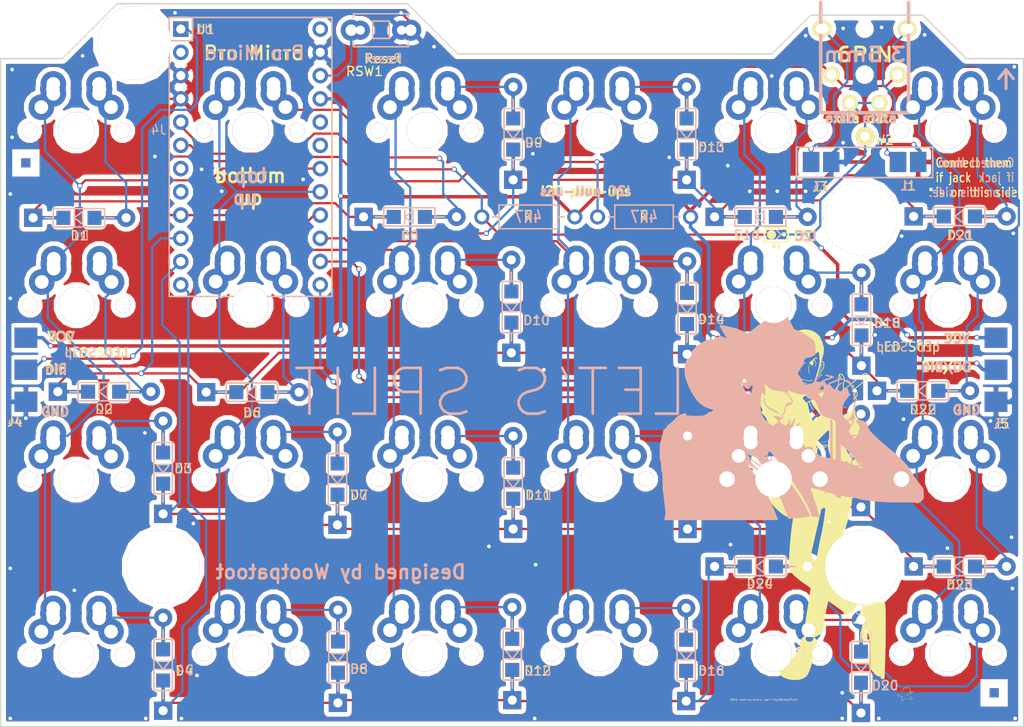
<source format=kicad_pcb>
(kicad_pcb (version 20170123) (host pcbnew "(2017-08-27 revision e3c64f1)-master")
  (layers (0 F.Cu signal) (31 B.Cu signal) (34 B.Paste user) (35 F.Paste user) (36 B.SilkS user) (37 F.SilkS user) (38 B.Mask user) (39 F.Mask user) (44 Edge.Cuts user))
  (net 0 "")
  (net 1 "Net-(D1-Pad2)")
  (net 2 row0)
  (net 3 "Net-(D2-Pad2)")
  (net 4 row1)
  (net 5 "Net-(D3-Pad2)")
  (net 6 row2)
  (net 7 "Net-(D4-Pad2)")
  (net 8 row3)
  (net 9 "Net-(D5-Pad2)")
  (net 10 "Net-(D6-Pad2)")
  (net 11 "Net-(D7-Pad2)")
  (net 12 "Net-(D8-Pad2)")
  (net 13 "Net-(D9-Pad2)")
  (net 14 "Net-(D10-Pad2)")
  (net 15 "Net-(D11-Pad2)")
  (net 16 "Net-(D12-Pad2)")
  (net 17 "Net-(D13-Pad2)")
  (net 18 "Net-(D14-Pad2)")
  (net 19 "Net-(D15-Pad2)")
  (net 20 "Net-(D16-Pad2)")
  (net 21 "Net-(D17-Pad2)")
  (net 22 "Net-(D18-Pad2)")
  (net 23 "Net-(D19-Pad2)")
  (net 24 "Net-(D20-Pad2)")
  (net 25 "Net-(D21-Pad2)")
  (net 26 "Net-(D22-Pad2)")
  (net 27 "Net-(D23-Pad2)")
  (net 28 "Net-(D24-Pad2)")
  (net 29 GND)
  (net 30 "Net-(J1-Pad2)")
  (net 31 VCC)
  (net 32 data)
  (net 33 xtradata)
  (net 34 "Net-(J2-Pad4)")
  (net 35 col0)
  (net 36 col1)
  (net 37 col2)
  (net 38 col3)
  (net 39 col4)
  (net 40 col5)
  (net 41 "Net-(RSW1-Pad1)")
  (net 42 I2C_SDA)
  (net 43 "Net-(J4-Pad2)")
  (module local:TACTILE_COMPATIBLE (layer F.Cu) (at 78.8 35.9)
    (fp_text reference RSW1 (at -1.8 4.5) (layer F.SilkS))
    (fp_text value SW_PUSH hide)
    (pad 2 thru_hole circle (at 2.25 0) (size 2.1 2.1) (drill 1) (layers *.Cu *.Mask) (net 29 GND))
    (pad 1 thru_hole circle (at -2.25 0) (size 2.1 2.1) (drill 1) (layers *.Cu *.Mask) (net 41 "Net-(RSW1-Pad1)"))
    (pad 1 thru_hole circle (at -3.25 0) (size 2.3 2.3) (drill 1.25) (layers *.Cu *.Mask) (net 41 "Net-(RSW1-Pad1)"))
    (pad 2 thru_hole circle (at 3.25 0) (size 2.3 2.3) (drill 1.25) (layers *.Cu *.Mask) (net 29 GND))
  )
  (module local:MXALPS_FLIP_HOLES (layer F.Cu) (at 45.5 46.85)
    (fp_text reference SW1 hide)
    (fp_text value SW_PUSH hide)
    (pad 1 thru_hole circle (at -2.54 -4.5) (size 2.8 2.8) (drill 1.5) (layers *.Cu *.Mask) (net 35 col0))
    (pad 2 thru_hole circle (at 2.54 -4.5) (size 2.8 2.8) (drill 1.5) (layers *.Cu *.Mask) (net 1 "Net-(D1-Pad2)"))
    (pad 2 thru_hole circle (at 2.5 -5.08) (size 2.8 2.8) (drill 1.5) (layers *.Cu *.Mask) (net 1 "Net-(D1-Pad2)"))
    (pad 1 thru_hole circle (at -2.5 -5.08) (size 2.8 2.8) (drill 1.5) (layers *.Cu *.Mask) (net 35 col0))
    (pad 1 thru_hole circle (at -2.5 -4) (size 2.8 2.8) (drill 1.5) (layers *.Cu *.Mask) (net 35 col0))
    (pad 2 thru_hole circle (at 2.5 -4) (size 2.8 2.8) (drill 1.5) (layers *.Cu *.Mask) (net 1 "Net-(D1-Pad2)"))
    (pad 2 thru_hole circle (at 3.81 -2.54) (size 2.8 2.8) (drill 1.5) (layers *.Cu *.Mask) (net 1 "Net-(D1-Pad2)"))
    (pad "" np_thru_hole circle (at 5.08 0) (size 1.70181 1.70181) (drill 1.7018) (layers *.Cu *.Mask) (clearance 0.1524))
    (pad "" np_thru_hole circle (at -5.08 0) (size 1.70181 1.70181) (drill 1.7018) (layers *.Cu *.Mask) (clearance 0.1524))
    (pad "" np_thru_hole circle (at 0 0) (size 3.98781 3.98781) (drill 3.9878) (layers *.Cu *.Mask) (clearance 0.1524))
    (pad 1 thru_hole circle (at -3.81 -2.54) (size 2.8 2.8) (drill 1.5) (layers *.Cu *.Mask) (net 35 col0))
  )
  (module local:MXALPS_FLIP_HOLES (layer F.Cu) (at 45.55 65.95)
    (fp_text reference SW2 hide)
    (fp_text value SW_PUSH hide)
    (pad 1 thru_hole circle (at -2.54 -4.5) (size 2.8 2.8) (drill 1.5) (layers *.Cu *.Mask) (net 35 col0))
    (pad 2 thru_hole circle (at 2.54 -4.5) (size 2.8 2.8) (drill 1.5) (layers *.Cu *.Mask) (net 3 "Net-(D2-Pad2)"))
    (pad 2 thru_hole circle (at 2.5 -5.08) (size 2.8 2.8) (drill 1.5) (layers *.Cu *.Mask) (net 3 "Net-(D2-Pad2)"))
    (pad 1 thru_hole circle (at -2.5 -5.08) (size 2.8 2.8) (drill 1.5) (layers *.Cu *.Mask) (net 35 col0))
    (pad 1 thru_hole circle (at -2.5 -4) (size 2.8 2.8) (drill 1.5) (layers *.Cu *.Mask) (net 35 col0))
    (pad 2 thru_hole circle (at 2.5 -4) (size 2.8 2.8) (drill 1.5) (layers *.Cu *.Mask) (net 3 "Net-(D2-Pad2)"))
    (pad 2 thru_hole circle (at 3.81 -2.54) (size 2.8 2.8) (drill 1.5) (layers *.Cu *.Mask) (net 3 "Net-(D2-Pad2)"))
    (pad "" np_thru_hole circle (at 5.08 0) (size 1.70181 1.70181) (drill 1.7018) (layers *.Cu *.Mask) (clearance 0.1524))
    (pad "" np_thru_hole circle (at -5.08 0) (size 1.70181 1.70181) (drill 1.7018) (layers *.Cu *.Mask) (clearance 0.1524))
    (pad "" np_thru_hole circle (at 0 0) (size 3.98781 3.98781) (drill 3.9878) (layers *.Cu *.Mask) (clearance 0.1524))
    (pad 1 thru_hole circle (at -3.81 -2.54) (size 2.8 2.8) (drill 1.5) (layers *.Cu *.Mask) (net 35 col0))
  )
  (module local:MXALPS_FLIP_HOLES (layer F.Cu) (at 45.5 85)
    (fp_text reference SW3 hide)
    (fp_text value SW_PUSH hide)
    (pad 1 thru_hole circle (at -2.54 -4.5) (size 2.8 2.8) (drill 1.5) (layers *.Cu *.Mask) (net 35 col0))
    (pad 2 thru_hole circle (at 2.54 -4.5) (size 2.8 2.8) (drill 1.5) (layers *.Cu *.Mask) (net 5 "Net-(D3-Pad2)"))
    (pad 2 thru_hole circle (at 2.5 -5.08) (size 2.8 2.8) (drill 1.5) (layers *.Cu *.Mask) (net 5 "Net-(D3-Pad2)"))
    (pad 1 thru_hole circle (at -2.5 -5.08) (size 2.8 2.8) (drill 1.5) (layers *.Cu *.Mask) (net 35 col0))
    (pad 1 thru_hole circle (at -2.5 -4) (size 2.8 2.8) (drill 1.5) (layers *.Cu *.Mask) (net 35 col0))
    (pad 2 thru_hole circle (at 2.5 -4) (size 2.8 2.8) (drill 1.5) (layers *.Cu *.Mask) (net 5 "Net-(D3-Pad2)"))
    (pad 2 thru_hole circle (at 3.81 -2.54) (size 2.8 2.8) (drill 1.5) (layers *.Cu *.Mask) (net 5 "Net-(D3-Pad2)"))
    (pad "" np_thru_hole circle (at 5.08 0) (size 1.70181 1.70181) (drill 1.7018) (layers *.Cu *.Mask) (clearance 0.1524))
    (pad "" np_thru_hole circle (at -5.08 0) (size 1.70181 1.70181) (drill 1.7018) (layers *.Cu *.Mask) (clearance 0.1524))
    (pad "" np_thru_hole circle (at 0 0) (size 3.98781 3.98781) (drill 3.9878) (layers *.Cu *.Mask) (clearance 0.1524))
    (pad 1 thru_hole circle (at -3.81 -2.54) (size 2.8 2.8) (drill 1.5) (layers *.Cu *.Mask) (net 35 col0))
  )
  (module local:MXALPS_FLIP_HOLES (layer F.Cu) (at 45.5 104.15)
    (fp_text reference SW4 hide)
    (fp_text value SW_PUSH hide)
    (pad 1 thru_hole circle (at -2.54 -4.5) (size 2.8 2.8) (drill 1.5) (layers *.Cu *.Mask) (net 35 col0))
    (pad 2 thru_hole circle (at 2.54 -4.5) (size 2.8 2.8) (drill 1.5) (layers *.Cu *.Mask) (net 7 "Net-(D4-Pad2)"))
    (pad 2 thru_hole circle (at 2.5 -5.08) (size 2.8 2.8) (drill 1.5) (layers *.Cu *.Mask) (net 7 "Net-(D4-Pad2)"))
    (pad 1 thru_hole circle (at -2.5 -5.08) (size 2.8 2.8) (drill 1.5) (layers *.Cu *.Mask) (net 35 col0))
    (pad 1 thru_hole circle (at -2.5 -4) (size 2.8 2.8) (drill 1.5) (layers *.Cu *.Mask) (net 35 col0))
    (pad 2 thru_hole circle (at 2.5 -4) (size 2.8 2.8) (drill 1.5) (layers *.Cu *.Mask) (net 7 "Net-(D4-Pad2)"))
    (pad 2 thru_hole circle (at 3.81 -2.54) (size 2.8 2.8) (drill 1.5) (layers *.Cu *.Mask) (net 7 "Net-(D4-Pad2)"))
    (pad "" np_thru_hole circle (at 5.08 0) (size 1.70181 1.70181) (drill 1.7018) (layers *.Cu *.Mask) (clearance 0.1524))
    (pad "" np_thru_hole circle (at -5.08 0) (size 1.70181 1.70181) (drill 1.7018) (layers *.Cu *.Mask) (clearance 0.1524))
    (pad "" np_thru_hole circle (at 0 0) (size 3.98781 3.98781) (drill 3.9878) (layers *.Cu *.Mask) (clearance 0.1524))
    (pad 1 thru_hole circle (at -3.81 -2.54) (size 2.8 2.8) (drill 1.5) (layers *.Cu *.Mask) (net 35 col0))
  )
  (module local:MXALPS_FLIP_HOLES (layer F.Cu) (at 64.55 46.85)
    (fp_text reference SW5 hide)
    (fp_text value SW_PUSH hide)
    (pad 1 thru_hole circle (at -2.54 -4.5) (size 2.8 2.8) (drill 1.5) (layers *.Cu *.Mask) (net 36 col1))
    (pad 2 thru_hole circle (at 2.54 -4.5) (size 2.8 2.8) (drill 1.5) (layers *.Cu *.Mask) (net 9 "Net-(D5-Pad2)"))
    (pad 2 thru_hole circle (at 2.5 -5.08) (size 2.8 2.8) (drill 1.5) (layers *.Cu *.Mask) (net 9 "Net-(D5-Pad2)"))
    (pad 1 thru_hole circle (at -2.5 -5.08) (size 2.8 2.8) (drill 1.5) (layers *.Cu *.Mask) (net 36 col1))
    (pad 1 thru_hole circle (at -2.5 -4) (size 2.8 2.8) (drill 1.5) (layers *.Cu *.Mask) (net 36 col1))
    (pad 2 thru_hole circle (at 2.5 -4) (size 2.8 2.8) (drill 1.5) (layers *.Cu *.Mask) (net 9 "Net-(D5-Pad2)"))
    (pad 2 thru_hole circle (at 3.81 -2.54) (size 2.8 2.8) (drill 1.5) (layers *.Cu *.Mask) (net 9 "Net-(D5-Pad2)"))
    (pad "" np_thru_hole circle (at 5.08 0) (size 1.70181 1.70181) (drill 1.7018) (layers *.Cu *.Mask) (clearance 0.1524))
    (pad "" np_thru_hole circle (at -5.08 0) (size 1.70181 1.70181) (drill 1.7018) (layers *.Cu *.Mask) (clearance 0.1524))
    (pad "" np_thru_hole circle (at 0 0) (size 3.98781 3.98781) (drill 3.9878) (layers *.Cu *.Mask) (clearance 0.1524))
    (pad 1 thru_hole circle (at -3.81 -2.54) (size 2.8 2.8) (drill 1.5) (layers *.Cu *.Mask) (net 36 col1))
  )
  (module local:MXALPS_FLIP_HOLES (layer F.Cu) (at 64.55 65.9)
    (fp_text reference SW6 hide)
    (fp_text value SW_PUSH hide)
    (pad 1 thru_hole circle (at -2.54 -4.5) (size 2.8 2.8) (drill 1.5) (layers *.Cu *.Mask) (net 36 col1))
    (pad 2 thru_hole circle (at 2.54 -4.5) (size 2.8 2.8) (drill 1.5) (layers *.Cu *.Mask) (net 10 "Net-(D6-Pad2)"))
    (pad 2 thru_hole circle (at 2.5 -5.08) (size 2.8 2.8) (drill 1.5) (layers *.Cu *.Mask) (net 10 "Net-(D6-Pad2)"))
    (pad 1 thru_hole circle (at -2.5 -5.08) (size 2.8 2.8) (drill 1.5) (layers *.Cu *.Mask) (net 36 col1))
    (pad 1 thru_hole circle (at -2.5 -4) (size 2.8 2.8) (drill 1.5) (layers *.Cu *.Mask) (net 36 col1))
    (pad 2 thru_hole circle (at 2.5 -4) (size 2.8 2.8) (drill 1.5) (layers *.Cu *.Mask) (net 10 "Net-(D6-Pad2)"))
    (pad 2 thru_hole circle (at 3.81 -2.54) (size 2.8 2.8) (drill 1.5) (layers *.Cu *.Mask) (net 10 "Net-(D6-Pad2)"))
    (pad "" np_thru_hole circle (at 5.08 0) (size 1.70181 1.70181) (drill 1.7018) (layers *.Cu *.Mask) (clearance 0.1524))
    (pad "" np_thru_hole circle (at -5.08 0) (size 1.70181 1.70181) (drill 1.7018) (layers *.Cu *.Mask) (clearance 0.1524))
    (pad "" np_thru_hole circle (at 0 0) (size 3.98781 3.98781) (drill 3.9878) (layers *.Cu *.Mask) (clearance 0.1524))
    (pad 1 thru_hole circle (at -3.81 -2.54) (size 2.8 2.8) (drill 1.5) (layers *.Cu *.Mask) (net 36 col1))
  )
  (module local:MXALPS_FLIP_HOLES (layer F.Cu) (at 64.55 84.95)
    (fp_text reference SW7 hide)
    (fp_text value SW_PUSH hide)
    (pad 1 thru_hole circle (at -2.54 -4.5) (size 2.8 2.8) (drill 1.5) (layers *.Cu *.Mask) (net 36 col1))
    (pad 2 thru_hole circle (at 2.54 -4.5) (size 2.8 2.8) (drill 1.5) (layers *.Cu *.Mask) (net 11 "Net-(D7-Pad2)"))
    (pad 2 thru_hole circle (at 2.5 -5.08) (size 2.8 2.8) (drill 1.5) (layers *.Cu *.Mask) (net 11 "Net-(D7-Pad2)"))
    (pad 1 thru_hole circle (at -2.5 -5.08) (size 2.8 2.8) (drill 1.5) (layers *.Cu *.Mask) (net 36 col1))
    (pad 1 thru_hole circle (at -2.5 -4) (size 2.8 2.8) (drill 1.5) (layers *.Cu *.Mask) (net 36 col1))
    (pad 2 thru_hole circle (at 2.5 -4) (size 2.8 2.8) (drill 1.5) (layers *.Cu *.Mask) (net 11 "Net-(D7-Pad2)"))
    (pad 2 thru_hole circle (at 3.81 -2.54) (size 2.8 2.8) (drill 1.5) (layers *.Cu *.Mask) (net 11 "Net-(D7-Pad2)"))
    (pad "" np_thru_hole circle (at 5.08 0) (size 1.70181 1.70181) (drill 1.7018) (layers *.Cu *.Mask) (clearance 0.1524))
    (pad "" np_thru_hole circle (at -5.08 0) (size 1.70181 1.70181) (drill 1.7018) (layers *.Cu *.Mask) (clearance 0.1524))
    (pad "" np_thru_hole circle (at 0 0) (size 3.98781 3.98781) (drill 3.9878) (layers *.Cu *.Mask) (clearance 0.1524))
    (pad 1 thru_hole circle (at -3.81 -2.54) (size 2.8 2.8) (drill 1.5) (layers *.Cu *.Mask) (net 36 col1))
  )
  (module local:MXALPS_FLIP_HOLES (layer F.Cu) (at 64.55 104)
    (fp_text reference SW8 hide)
    (fp_text value SW_PUSH hide)
    (pad 1 thru_hole circle (at -2.54 -4.5) (size 2.8 2.8) (drill 1.5) (layers *.Cu *.Mask) (net 36 col1))
    (pad 2 thru_hole circle (at 2.54 -4.5) (size 2.8 2.8) (drill 1.5) (layers *.Cu *.Mask) (net 12 "Net-(D8-Pad2)"))
    (pad 2 thru_hole circle (at 2.5 -5.08) (size 2.8 2.8) (drill 1.5) (layers *.Cu *.Mask) (net 12 "Net-(D8-Pad2)"))
    (pad 1 thru_hole circle (at -2.5 -5.08) (size 2.8 2.8) (drill 1.5) (layers *.Cu *.Mask) (net 36 col1))
    (pad 1 thru_hole circle (at -2.5 -4) (size 2.8 2.8) (drill 1.5) (layers *.Cu *.Mask) (net 36 col1))
    (pad 2 thru_hole circle (at 2.5 -4) (size 2.8 2.8) (drill 1.5) (layers *.Cu *.Mask) (net 12 "Net-(D8-Pad2)"))
    (pad 2 thru_hole circle (at 3.81 -2.54) (size 2.8 2.8) (drill 1.5) (layers *.Cu *.Mask) (net 12 "Net-(D8-Pad2)"))
    (pad "" np_thru_hole circle (at 5.08 0) (size 1.70181 1.70181) (drill 1.7018) (layers *.Cu *.Mask) (clearance 0.1524))
    (pad "" np_thru_hole circle (at -5.08 0) (size 1.70181 1.70181) (drill 1.7018) (layers *.Cu *.Mask) (clearance 0.1524))
    (pad "" np_thru_hole circle (at 0 0) (size 3.98781 3.98781) (drill 3.9878) (layers *.Cu *.Mask) (clearance 0.1524))
    (pad 1 thru_hole circle (at -3.81 -2.54) (size 2.8 2.8) (drill 1.5) (layers *.Cu *.Mask) (net 36 col1))
  )
  (module local:MXALPS_FLIP_HOLES (layer F.Cu) (at 83.6 46.85)
    (fp_text reference SW9 hide)
    (fp_text value SW_PUSH hide)
    (pad 1 thru_hole circle (at -2.54 -4.5) (size 2.8 2.8) (drill 1.5) (layers *.Cu *.Mask) (net 37 col2))
    (pad 2 thru_hole circle (at 2.54 -4.5) (size 2.8 2.8) (drill 1.5) (layers *.Cu *.Mask) (net 13 "Net-(D9-Pad2)"))
    (pad 2 thru_hole circle (at 2.5 -5.08) (size 2.8 2.8) (drill 1.5) (layers *.Cu *.Mask) (net 13 "Net-(D9-Pad2)"))
    (pad 1 thru_hole circle (at -2.5 -5.08) (size 2.8 2.8) (drill 1.5) (layers *.Cu *.Mask) (net 37 col2))
    (pad 1 thru_hole circle (at -2.5 -4) (size 2.8 2.8) (drill 1.5) (layers *.Cu *.Mask) (net 37 col2))
    (pad 2 thru_hole circle (at 2.5 -4) (size 2.8 2.8) (drill 1.5) (layers *.Cu *.Mask) (net 13 "Net-(D9-Pad2)"))
    (pad 2 thru_hole circle (at 3.81 -2.54) (size 2.8 2.8) (drill 1.5) (layers *.Cu *.Mask) (net 13 "Net-(D9-Pad2)"))
    (pad "" np_thru_hole circle (at 5.08 0) (size 1.70181 1.70181) (drill 1.7018) (layers *.Cu *.Mask) (clearance 0.1524))
    (pad "" np_thru_hole circle (at -5.08 0) (size 1.70181 1.70181) (drill 1.7018) (layers *.Cu *.Mask) (clearance 0.1524))
    (pad "" np_thru_hole circle (at 0 0) (size 3.98781 3.98781) (drill 3.9878) (layers *.Cu *.Mask) (clearance 0.1524))
    (pad 1 thru_hole circle (at -3.81 -2.54) (size 2.8 2.8) (drill 1.5) (layers *.Cu *.Mask) (net 37 col2))
  )
  (module local:MXALPS_FLIP_HOLES (layer F.Cu) (at 83.6 65.9)
    (fp_text reference SW10 hide)
    (fp_text value SW_PUSH hide)
    (pad 1 thru_hole circle (at -2.54 -4.5) (size 2.8 2.8) (drill 1.5) (layers *.Cu *.Mask) (net 37 col2))
    (pad 2 thru_hole circle (at 2.54 -4.5) (size 2.8 2.8) (drill 1.5) (layers *.Cu *.Mask) (net 14 "Net-(D10-Pad2)"))
    (pad 2 thru_hole circle (at 2.5 -5.08) (size 2.8 2.8) (drill 1.5) (layers *.Cu *.Mask) (net 14 "Net-(D10-Pad2)"))
    (pad 1 thru_hole circle (at -2.5 -5.08) (size 2.8 2.8) (drill 1.5) (layers *.Cu *.Mask) (net 37 col2))
    (pad 1 thru_hole circle (at -2.5 -4) (size 2.8 2.8) (drill 1.5) (layers *.Cu *.Mask) (net 37 col2))
    (pad 2 thru_hole circle (at 2.5 -4) (size 2.8 2.8) (drill 1.5) (layers *.Cu *.Mask) (net 14 "Net-(D10-Pad2)"))
    (pad 2 thru_hole circle (at 3.81 -2.54) (size 2.8 2.8) (drill 1.5) (layers *.Cu *.Mask) (net 14 "Net-(D10-Pad2)"))
    (pad "" np_thru_hole circle (at 5.08 0) (size 1.70181 1.70181) (drill 1.7018) (layers *.Cu *.Mask) (clearance 0.1524))
    (pad "" np_thru_hole circle (at -5.08 0) (size 1.70181 1.70181) (drill 1.7018) (layers *.Cu *.Mask) (clearance 0.1524))
    (pad "" np_thru_hole circle (at 0 0) (size 3.98781 3.98781) (drill 3.9878) (layers *.Cu *.Mask) (clearance 0.1524))
    (pad 1 thru_hole circle (at -3.81 -2.54) (size 2.8 2.8) (drill 1.5) (layers *.Cu *.Mask) (net 37 col2))
  )
  (module local:MXALPS_FLIP_HOLES (layer F.Cu) (at 83.6 84.95)
    (fp_text reference SW11 hide)
    (fp_text value SW_PUSH hide)
    (pad 1 thru_hole circle (at -2.54 -4.5) (size 2.8 2.8) (drill 1.5) (layers *.Cu *.Mask) (net 37 col2))
    (pad 2 thru_hole circle (at 2.54 -4.5) (size 2.8 2.8) (drill 1.5) (layers *.Cu *.Mask) (net 15 "Net-(D11-Pad2)"))
    (pad 2 thru_hole circle (at 2.5 -5.08) (size 2.8 2.8) (drill 1.5) (layers *.Cu *.Mask) (net 15 "Net-(D11-Pad2)"))
    (pad 1 thru_hole circle (at -2.5 -5.08) (size 2.8 2.8) (drill 1.5) (layers *.Cu *.Mask) (net 37 col2))
    (pad 1 thru_hole circle (at -2.5 -4) (size 2.8 2.8) (drill 1.5) (layers *.Cu *.Mask) (net 37 col2))
    (pad 2 thru_hole circle (at 2.5 -4) (size 2.8 2.8) (drill 1.5) (layers *.Cu *.Mask) (net 15 "Net-(D11-Pad2)"))
    (pad 2 thru_hole circle (at 3.81 -2.54) (size 2.8 2.8) (drill 1.5) (layers *.Cu *.Mask) (net 15 "Net-(D11-Pad2)"))
    (pad "" np_thru_hole circle (at 5.08 0) (size 1.70181 1.70181) (drill 1.7018) (layers *.Cu *.Mask) (clearance 0.1524))
    (pad "" np_thru_hole circle (at -5.08 0) (size 1.70181 1.70181) (drill 1.7018) (layers *.Cu *.Mask) (clearance 0.1524))
    (pad "" np_thru_hole circle (at 0 0) (size 3.98781 3.98781) (drill 3.9878) (layers *.Cu *.Mask) (clearance 0.1524))
    (pad 1 thru_hole circle (at -3.81 -2.54) (size 2.8 2.8) (drill 1.5) (layers *.Cu *.Mask) (net 37 col2))
  )
  (module local:MXALPS_FLIP_HOLES (layer F.Cu) (at 83.6 104)
    (fp_text reference SW12 hide)
    (fp_text value SW_PUSH hide)
    (pad 1 thru_hole circle (at -2.54 -4.5) (size 2.8 2.8) (drill 1.5) (layers *.Cu *.Mask) (net 37 col2))
    (pad 2 thru_hole circle (at 2.54 -4.5) (size 2.8 2.8) (drill 1.5) (layers *.Cu *.Mask) (net 16 "Net-(D12-Pad2)"))
    (pad 2 thru_hole circle (at 2.5 -5.08) (size 2.8 2.8) (drill 1.5) (layers *.Cu *.Mask) (net 16 "Net-(D12-Pad2)"))
    (pad 1 thru_hole circle (at -2.5 -5.08) (size 2.8 2.8) (drill 1.5) (layers *.Cu *.Mask) (net 37 col2))
    (pad 1 thru_hole circle (at -2.5 -4) (size 2.8 2.8) (drill 1.5) (layers *.Cu *.Mask) (net 37 col2))
    (pad 2 thru_hole circle (at 2.5 -4) (size 2.8 2.8) (drill 1.5) (layers *.Cu *.Mask) (net 16 "Net-(D12-Pad2)"))
    (pad 2 thru_hole circle (at 3.81 -2.54) (size 2.8 2.8) (drill 1.5) (layers *.Cu *.Mask) (net 16 "Net-(D12-Pad2)"))
    (pad "" np_thru_hole circle (at 5.08 0) (size 1.70181 1.70181) (drill 1.7018) (layers *.Cu *.Mask) (clearance 0.1524))
    (pad "" np_thru_hole circle (at -5.08 0) (size 1.70181 1.70181) (drill 1.7018) (layers *.Cu *.Mask) (clearance 0.1524))
    (pad "" np_thru_hole circle (at 0 0) (size 3.98781 3.98781) (drill 3.9878) (layers *.Cu *.Mask) (clearance 0.1524))
    (pad 1 thru_hole circle (at -3.81 -2.54) (size 2.8 2.8) (drill 1.5) (layers *.Cu *.Mask) (net 37 col2))
  )
  (module local:MXALPS_FLIP_HOLES (layer F.Cu) (at 102.65 46.85)
    (fp_text reference SW13 hide)
    (fp_text value SW_PUSH hide)
    (pad 1 thru_hole circle (at -2.54 -4.5) (size 2.8 2.8) (drill 1.5) (layers *.Cu *.Mask) (net 38 col3))
    (pad 2 thru_hole circle (at 2.54 -4.5) (size 2.8 2.8) (drill 1.5) (layers *.Cu *.Mask) (net 17 "Net-(D13-Pad2)"))
    (pad 2 thru_hole circle (at 2.5 -5.08) (size 2.8 2.8) (drill 1.5) (layers *.Cu *.Mask) (net 17 "Net-(D13-Pad2)"))
    (pad 1 thru_hole circle (at -2.5 -5.08) (size 2.8 2.8) (drill 1.5) (layers *.Cu *.Mask) (net 38 col3))
    (pad 1 thru_hole circle (at -2.5 -4) (size 2.8 2.8) (drill 1.5) (layers *.Cu *.Mask) (net 38 col3))
    (pad 2 thru_hole circle (at 2.5 -4) (size 2.8 2.8) (drill 1.5) (layers *.Cu *.Mask) (net 17 "Net-(D13-Pad2)"))
    (pad 2 thru_hole circle (at 3.81 -2.54) (size 2.8 2.8) (drill 1.5) (layers *.Cu *.Mask) (net 17 "Net-(D13-Pad2)"))
    (pad "" np_thru_hole circle (at 5.08 0) (size 1.70181 1.70181) (drill 1.7018) (layers *.Cu *.Mask) (clearance 0.1524))
    (pad "" np_thru_hole circle (at -5.08 0) (size 1.70181 1.70181) (drill 1.7018) (layers *.Cu *.Mask) (clearance 0.1524))
    (pad "" np_thru_hole circle (at 0 0) (size 3.98781 3.98781) (drill 3.9878) (layers *.Cu *.Mask) (clearance 0.1524))
    (pad 1 thru_hole circle (at -3.81 -2.54) (size 2.8 2.8) (drill 1.5) (layers *.Cu *.Mask) (net 38 col3))
  )
  (module local:MXALPS_FLIP_HOLES (layer F.Cu) (at 102.65 65.9)
    (fp_text reference SW14 hide)
    (fp_text value SW_PUSH hide)
    (pad 1 thru_hole circle (at -2.54 -4.5) (size 2.8 2.8) (drill 1.5) (layers *.Cu *.Mask) (net 38 col3))
    (pad 2 thru_hole circle (at 2.54 -4.5) (size 2.8 2.8) (drill 1.5) (layers *.Cu *.Mask) (net 18 "Net-(D14-Pad2)"))
    (pad 2 thru_hole circle (at 2.5 -5.08) (size 2.8 2.8) (drill 1.5) (layers *.Cu *.Mask) (net 18 "Net-(D14-Pad2)"))
    (pad 1 thru_hole circle (at -2.5 -5.08) (size 2.8 2.8) (drill 1.5) (layers *.Cu *.Mask) (net 38 col3))
    (pad 1 thru_hole circle (at -2.5 -4) (size 2.8 2.8) (drill 1.5) (layers *.Cu *.Mask) (net 38 col3))
    (pad 2 thru_hole circle (at 2.5 -4) (size 2.8 2.8) (drill 1.5) (layers *.Cu *.Mask) (net 18 "Net-(D14-Pad2)"))
    (pad 2 thru_hole circle (at 3.81 -2.54) (size 2.8 2.8) (drill 1.5) (layers *.Cu *.Mask) (net 18 "Net-(D14-Pad2)"))
    (pad "" np_thru_hole circle (at 5.08 0) (size 1.70181 1.70181) (drill 1.7018) (layers *.Cu *.Mask) (clearance 0.1524))
    (pad "" np_thru_hole circle (at -5.08 0) (size 1.70181 1.70181) (drill 1.7018) (layers *.Cu *.Mask) (clearance 0.1524))
    (pad "" np_thru_hole circle (at 0 0) (size 3.98781 3.98781) (drill 3.9878) (layers *.Cu *.Mask) (clearance 0.1524))
    (pad 1 thru_hole circle (at -3.81 -2.54) (size 2.8 2.8) (drill 1.5) (layers *.Cu *.Mask) (net 38 col3))
  )
  (module local:MXALPS_FLIP_HOLES (layer F.Cu) (at 102.65 84.95)
    (fp_text reference SW15 hide)
    (fp_text value SW_PUSH hide)
    (pad 1 thru_hole circle (at -2.54 -4.5) (size 2.8 2.8) (drill 1.5) (layers *.Cu *.Mask) (net 38 col3))
    (pad 2 thru_hole circle (at 2.54 -4.5) (size 2.8 2.8) (drill 1.5) (layers *.Cu *.Mask) (net 19 "Net-(D15-Pad2)"))
    (pad 2 thru_hole circle (at 2.5 -5.08) (size 2.8 2.8) (drill 1.5) (layers *.Cu *.Mask) (net 19 "Net-(D15-Pad2)"))
    (pad 1 thru_hole circle (at -2.5 -5.08) (size 2.8 2.8) (drill 1.5) (layers *.Cu *.Mask) (net 38 col3))
    (pad 1 thru_hole circle (at -2.5 -4) (size 2.8 2.8) (drill 1.5) (layers *.Cu *.Mask) (net 38 col3))
    (pad 2 thru_hole circle (at 2.5 -4) (size 2.8 2.8) (drill 1.5) (layers *.Cu *.Mask) (net 19 "Net-(D15-Pad2)"))
    (pad 2 thru_hole circle (at 3.81 -2.54) (size 2.8 2.8) (drill 1.5) (layers *.Cu *.Mask) (net 19 "Net-(D15-Pad2)"))
    (pad "" np_thru_hole circle (at 5.08 0) (size 1.70181 1.70181) (drill 1.7018) (layers *.Cu *.Mask) (clearance 0.1524))
    (pad "" np_thru_hole circle (at -5.08 0) (size 1.70181 1.70181) (drill 1.7018) (layers *.Cu *.Mask) (clearance 0.1524))
    (pad "" np_thru_hole circle (at 0 0) (size 3.98781 3.98781) (drill 3.9878) (layers *.Cu *.Mask) (clearance 0.1524))
    (pad 1 thru_hole circle (at -3.81 -2.54) (size 2.8 2.8) (drill 1.5) (layers *.Cu *.Mask) (net 38 col3))
  )
  (module local:MXALPS_FLIP_HOLES (layer F.Cu) (at 102.65 104)
    (fp_text reference SW16 hide)
    (fp_text value SW_PUSH hide)
    (pad 1 thru_hole circle (at -2.54 -4.5) (size 2.8 2.8) (drill 1.5) (layers *.Cu *.Mask) (net 38 col3))
    (pad 2 thru_hole circle (at 2.54 -4.5) (size 2.8 2.8) (drill 1.5) (layers *.Cu *.Mask) (net 20 "Net-(D16-Pad2)"))
    (pad 2 thru_hole circle (at 2.5 -5.08) (size 2.8 2.8) (drill 1.5) (layers *.Cu *.Mask) (net 20 "Net-(D16-Pad2)"))
    (pad 1 thru_hole circle (at -2.5 -5.08) (size 2.8 2.8) (drill 1.5) (layers *.Cu *.Mask) (net 38 col3))
    (pad 1 thru_hole circle (at -2.5 -4) (size 2.8 2.8) (drill 1.5) (layers *.Cu *.Mask) (net 38 col3))
    (pad 2 thru_hole circle (at 2.5 -4) (size 2.8 2.8) (drill 1.5) (layers *.Cu *.Mask) (net 20 "Net-(D16-Pad2)"))
    (pad 2 thru_hole circle (at 3.81 -2.54) (size 2.8 2.8) (drill 1.5) (layers *.Cu *.Mask) (net 20 "Net-(D16-Pad2)"))
    (pad "" np_thru_hole circle (at 5.08 0) (size 1.70181 1.70181) (drill 1.7018) (layers *.Cu *.Mask) (clearance 0.1524))
    (pad "" np_thru_hole circle (at -5.08 0) (size 1.70181 1.70181) (drill 1.7018) (layers *.Cu *.Mask) (clearance 0.1524))
    (pad "" np_thru_hole circle (at 0 0) (size 3.98781 3.98781) (drill 3.9878) (layers *.Cu *.Mask) (clearance 0.1524))
    (pad 1 thru_hole circle (at -3.81 -2.54) (size 2.8 2.8) (drill 1.5) (layers *.Cu *.Mask) (net 38 col3))
  )
  (module local:MXALPS_FLIP_HOLES (layer F.Cu) (at 121.7 46.85)
    (fp_text reference SW17 hide)
    (fp_text value SW_PUSH hide)
    (pad 1 thru_hole circle (at -2.54 -4.5) (size 2.8 2.8) (drill 1.5) (layers *.Cu *.Mask) (net 39 col4))
    (pad 2 thru_hole circle (at 2.54 -4.5) (size 2.8 2.8) (drill 1.5) (layers *.Cu *.Mask) (net 21 "Net-(D17-Pad2)"))
    (pad 2 thru_hole circle (at 2.5 -5.08) (size 2.8 2.8) (drill 1.5) (layers *.Cu *.Mask) (net 21 "Net-(D17-Pad2)"))
    (pad 1 thru_hole circle (at -2.5 -5.08) (size 2.8 2.8) (drill 1.5) (layers *.Cu *.Mask) (net 39 col4))
    (pad 1 thru_hole circle (at -2.5 -4) (size 2.8 2.8) (drill 1.5) (layers *.Cu *.Mask) (net 39 col4))
    (pad 2 thru_hole circle (at 2.5 -4) (size 2.8 2.8) (drill 1.5) (layers *.Cu *.Mask) (net 21 "Net-(D17-Pad2)"))
    (pad 2 thru_hole circle (at 3.81 -2.54) (size 2.8 2.8) (drill 1.5) (layers *.Cu *.Mask) (net 21 "Net-(D17-Pad2)"))
    (pad "" np_thru_hole circle (at 5.08 0) (size 1.70181 1.70181) (drill 1.7018) (layers *.Cu *.Mask) (clearance 0.1524))
    (pad "" np_thru_hole circle (at -5.08 0) (size 1.70181 1.70181) (drill 1.7018) (layers *.Cu *.Mask) (clearance 0.1524))
    (pad "" np_thru_hole circle (at 0 0) (size 3.98781 3.98781) (drill 3.9878) (layers *.Cu *.Mask) (clearance 0.1524))
    (pad 1 thru_hole circle (at -3.81 -2.54) (size 2.8 2.8) (drill 1.5) (layers *.Cu *.Mask) (net 39 col4))
  )
  (module local:MXALPS_FLIP_HOLES (layer F.Cu) (at 121.7 65.9)
    (fp_text reference SW18 hide)
    (fp_text value SW_PUSH hide)
    (pad 1 thru_hole circle (at -2.54 -4.5) (size 2.8 2.8) (drill 1.5) (layers *.Cu *.Mask) (net 39 col4))
    (pad 2 thru_hole circle (at 2.54 -4.5) (size 2.8 2.8) (drill 1.5) (layers *.Cu *.Mask) (net 22 "Net-(D18-Pad2)"))
    (pad 2 thru_hole circle (at 2.5 -5.08) (size 2.8 2.8) (drill 1.5) (layers *.Cu *.Mask) (net 22 "Net-(D18-Pad2)"))
    (pad 1 thru_hole circle (at -2.5 -5.08) (size 2.8 2.8) (drill 1.5) (layers *.Cu *.Mask) (net 39 col4))
    (pad 1 thru_hole circle (at -2.5 -4) (size 2.8 2.8) (drill 1.5) (layers *.Cu *.Mask) (net 39 col4))
    (pad 2 thru_hole circle (at 2.5 -4) (size 2.8 2.8) (drill 1.5) (layers *.Cu *.Mask) (net 22 "Net-(D18-Pad2)"))
    (pad 2 thru_hole circle (at 3.81 -2.54) (size 2.8 2.8) (drill 1.5) (layers *.Cu *.Mask) (net 22 "Net-(D18-Pad2)"))
    (pad "" np_thru_hole circle (at 5.08 0) (size 1.70181 1.70181) (drill 1.7018) (layers *.Cu *.Mask) (clearance 0.1524))
    (pad "" np_thru_hole circle (at -5.08 0) (size 1.70181 1.70181) (drill 1.7018) (layers *.Cu *.Mask) (clearance 0.1524))
    (pad "" np_thru_hole circle (at 0 0) (size 3.98781 3.98781) (drill 3.9878) (layers *.Cu *.Mask) (clearance 0.1524))
    (pad 1 thru_hole circle (at -3.81 -2.54) (size 2.8 2.8) (drill 1.5) (layers *.Cu *.Mask) (net 39 col4))
  )
  (module local:MXALPS_FLIP_HOLES (layer F.Cu) (at 121.7 84.95)
    (fp_text reference SW19 hide)
    (fp_text value SW_PUSH hide)
    (pad 1 thru_hole circle (at -2.54 -4.5) (size 2.8 2.8) (drill 1.5) (layers *.Cu *.Mask) (net 39 col4))
    (pad 2 thru_hole circle (at 2.54 -4.5) (size 2.8 2.8) (drill 1.5) (layers *.Cu *.Mask) (net 23 "Net-(D19-Pad2)"))
    (pad 2 thru_hole circle (at 2.5 -5.08) (size 2.8 2.8) (drill 1.5) (layers *.Cu *.Mask) (net 23 "Net-(D19-Pad2)"))
    (pad 1 thru_hole circle (at -2.5 -5.08) (size 2.8 2.8) (drill 1.5) (layers *.Cu *.Mask) (net 39 col4))
    (pad 1 thru_hole circle (at -2.5 -4) (size 2.8 2.8) (drill 1.5) (layers *.Cu *.Mask) (net 39 col4))
    (pad 2 thru_hole circle (at 2.5 -4) (size 2.8 2.8) (drill 1.5) (layers *.Cu *.Mask) (net 23 "Net-(D19-Pad2)"))
    (pad 2 thru_hole circle (at 3.81 -2.54) (size 2.8 2.8) (drill 1.5) (layers *.Cu *.Mask) (net 23 "Net-(D19-Pad2)"))
    (pad "" np_thru_hole circle (at 5.08 0) (size 1.70181 1.70181) (drill 1.7018) (layers *.Cu *.Mask) (clearance 0.1524))
    (pad "" np_thru_hole circle (at -5.08 0) (size 1.70181 1.70181) (drill 1.7018) (layers *.Cu *.Mask) (clearance 0.1524))
    (pad "" np_thru_hole circle (at 0 0) (size 3.98781 3.98781) (drill 3.9878) (layers *.Cu *.Mask) (clearance 0.1524))
    (pad 1 thru_hole circle (at -3.81 -2.54) (size 2.8 2.8) (drill 1.5) (layers *.Cu *.Mask) (net 39 col4))
  )
  (module local:MXALPS_FLIP_HOLES (layer F.Cu) (at 121.7 104)
    (fp_text reference SW20 hide)
    (fp_text value SW_PUSH hide)
    (pad 1 thru_hole circle (at -2.54 -4.5) (size 2.8 2.8) (drill 1.5) (layers *.Cu *.Mask) (net 39 col4))
    (pad 2 thru_hole circle (at 2.54 -4.5) (size 2.8 2.8) (drill 1.5) (layers *.Cu *.Mask) (net 24 "Net-(D20-Pad2)"))
    (pad 2 thru_hole circle (at 2.5 -5.08) (size 2.8 2.8) (drill 1.5) (layers *.Cu *.Mask) (net 24 "Net-(D20-Pad2)"))
    (pad 1 thru_hole circle (at -2.5 -5.08) (size 2.8 2.8) (drill 1.5) (layers *.Cu *.Mask) (net 39 col4))
    (pad 1 thru_hole circle (at -2.5 -4) (size 2.8 2.8) (drill 1.5) (layers *.Cu *.Mask) (net 39 col4))
    (pad 2 thru_hole circle (at 2.5 -4) (size 2.8 2.8) (drill 1.5) (layers *.Cu *.Mask) (net 24 "Net-(D20-Pad2)"))
    (pad 2 thru_hole circle (at 3.81 -2.54) (size 2.8 2.8) (drill 1.5) (layers *.Cu *.Mask) (net 24 "Net-(D20-Pad2)"))
    (pad "" np_thru_hole circle (at 5.08 0) (size 1.70181 1.70181) (drill 1.7018) (layers *.Cu *.Mask) (clearance 0.1524))
    (pad "" np_thru_hole circle (at -5.08 0) (size 1.70181 1.70181) (drill 1.7018) (layers *.Cu *.Mask) (clearance 0.1524))
    (pad "" np_thru_hole circle (at 0 0) (size 3.98781 3.98781) (drill 3.9878) (layers *.Cu *.Mask) (clearance 0.1524))
    (pad 1 thru_hole circle (at -3.81 -2.54) (size 2.8 2.8) (drill 1.5) (layers *.Cu *.Mask) (net 39 col4))
  )
  (module local:MXALPS_FLIP_HOLES (layer F.Cu) (at 140.75 46.85)
    (fp_text reference SW21 hide)
    (fp_text value SW_PUSH hide)
    (pad 1 thru_hole circle (at -2.54 -4.5) (size 2.8 2.8) (drill 1.5) (layers *.Cu *.Mask) (net 40 col5))
    (pad 2 thru_hole circle (at 2.54 -4.5) (size 2.8 2.8) (drill 1.5) (layers *.Cu *.Mask) (net 25 "Net-(D21-Pad2)"))
    (pad 2 thru_hole circle (at 2.5 -5.08) (size 2.8 2.8) (drill 1.5) (layers *.Cu *.Mask) (net 25 "Net-(D21-Pad2)"))
    (pad 1 thru_hole circle (at -2.5 -5.08) (size 2.8 2.8) (drill 1.5) (layers *.Cu *.Mask) (net 40 col5))
    (pad 1 thru_hole circle (at -2.5 -4) (size 2.8 2.8) (drill 1.5) (layers *.Cu *.Mask) (net 40 col5))
    (pad 2 thru_hole circle (at 2.5 -4) (size 2.8 2.8) (drill 1.5) (layers *.Cu *.Mask) (net 25 "Net-(D21-Pad2)"))
    (pad 2 thru_hole circle (at 3.81 -2.54) (size 2.8 2.8) (drill 1.5) (layers *.Cu *.Mask) (net 25 "Net-(D21-Pad2)"))
    (pad "" np_thru_hole circle (at 5.08 0) (size 1.70181 1.70181) (drill 1.7018) (layers *.Cu *.Mask) (clearance 0.1524))
    (pad "" np_thru_hole circle (at -5.08 0) (size 1.70181 1.70181) (drill 1.7018) (layers *.Cu *.Mask) (clearance 0.1524))
    (pad "" np_thru_hole circle (at 0 0) (size 3.98781 3.98781) (drill 3.9878) (layers *.Cu *.Mask) (clearance 0.1524))
    (pad 1 thru_hole circle (at -3.81 -2.54) (size 2.8 2.8) (drill 1.5) (layers *.Cu *.Mask) (net 40 col5))
  )
  (module local:MXALPS_FLIP_HOLES (layer F.Cu) (at 140.75 65.9)
    (fp_text reference SW22 hide)
    (fp_text value SW_PUSH hide)
    (pad 1 thru_hole circle (at -2.54 -4.5) (size 2.8 2.8) (drill 1.5) (layers *.Cu *.Mask) (net 40 col5))
    (pad 2 thru_hole circle (at 2.54 -4.5) (size 2.8 2.8) (drill 1.5) (layers *.Cu *.Mask) (net 26 "Net-(D22-Pad2)"))
    (pad 2 thru_hole circle (at 2.5 -5.08) (size 2.8 2.8) (drill 1.5) (layers *.Cu *.Mask) (net 26 "Net-(D22-Pad2)"))
    (pad 1 thru_hole circle (at -2.5 -5.08) (size 2.8 2.8) (drill 1.5) (layers *.Cu *.Mask) (net 40 col5))
    (pad 1 thru_hole circle (at -2.5 -4) (size 2.8 2.8) (drill 1.5) (layers *.Cu *.Mask) (net 40 col5))
    (pad 2 thru_hole circle (at 2.5 -4) (size 2.8 2.8) (drill 1.5) (layers *.Cu *.Mask) (net 26 "Net-(D22-Pad2)"))
    (pad 2 thru_hole circle (at 3.81 -2.54) (size 2.8 2.8) (drill 1.5) (layers *.Cu *.Mask) (net 26 "Net-(D22-Pad2)"))
    (pad "" np_thru_hole circle (at 5.08 0) (size 1.70181 1.70181) (drill 1.7018) (layers *.Cu *.Mask) (clearance 0.1524))
    (pad "" np_thru_hole circle (at -5.08 0) (size 1.70181 1.70181) (drill 1.7018) (layers *.Cu *.Mask) (clearance 0.1524))
    (pad "" np_thru_hole circle (at 0 0) (size 3.98781 3.98781) (drill 3.9878) (layers *.Cu *.Mask) (clearance 0.1524))
    (pad 1 thru_hole circle (at -3.81 -2.54) (size 2.8 2.8) (drill 1.5) (layers *.Cu *.Mask) (net 40 col5))
  )
  (module local:MXALPS_FLIP_HOLES (layer F.Cu) (at 140.75 84.95)
    (fp_text reference SW23 hide)
    (fp_text value SW_PUSH hide)
    (pad 1 thru_hole circle (at -2.54 -4.5) (size 2.8 2.8) (drill 1.5) (layers *.Cu *.Mask) (net 40 col5))
    (pad 2 thru_hole circle (at 2.54 -4.5) (size 2.8 2.8) (drill 1.5) (layers *.Cu *.Mask) (net 27 "Net-(D23-Pad2)"))
    (pad 2 thru_hole circle (at 2.5 -5.08) (size 2.8 2.8) (drill 1.5) (layers *.Cu *.Mask) (net 27 "Net-(D23-Pad2)"))
    (pad 1 thru_hole circle (at -2.5 -5.08) (size 2.8 2.8) (drill 1.5) (layers *.Cu *.Mask) (net 40 col5))
    (pad 1 thru_hole circle (at -2.5 -4) (size 2.8 2.8) (drill 1.5) (layers *.Cu *.Mask) (net 40 col5))
    (pad 2 thru_hole circle (at 2.5 -4) (size 2.8 2.8) (drill 1.5) (layers *.Cu *.Mask) (net 27 "Net-(D23-Pad2)"))
    (pad 2 thru_hole circle (at 3.81 -2.54) (size 2.8 2.8) (drill 1.5) (layers *.Cu *.Mask) (net 27 "Net-(D23-Pad2)"))
    (pad "" np_thru_hole circle (at 5.08 0) (size 1.70181 1.70181) (drill 1.7018) (layers *.Cu *.Mask) (clearance 0.1524))
    (pad "" np_thru_hole circle (at -5.08 0) (size 1.70181 1.70181) (drill 1.7018) (layers *.Cu *.Mask) (clearance 0.1524))
    (pad "" np_thru_hole circle (at 0 0) (size 3.98781 3.98781) (drill 3.9878) (layers *.Cu *.Mask) (clearance 0.1524))
    (pad 1 thru_hole circle (at -3.81 -2.54) (size 2.8 2.8) (drill 1.5) (layers *.Cu *.Mask) (net 40 col5))
  )
  (module local:MXALPS_FLIP_HOLES (layer F.Cu) (at 140.75 104)
    (fp_text reference SW24 hide)
    (fp_text value SW_PUSH hide)
    (pad 1 thru_hole circle (at -2.54 -4.5) (size 2.8 2.8) (drill 1.5) (layers *.Cu *.Mask) (net 40 col5))
    (pad 2 thru_hole circle (at 2.54 -4.5) (size 2.8 2.8) (drill 1.5) (layers *.Cu *.Mask) (net 28 "Net-(D24-Pad2)"))
    (pad 2 thru_hole circle (at 2.5 -5.08) (size 2.8 2.8) (drill 1.5) (layers *.Cu *.Mask) (net 28 "Net-(D24-Pad2)"))
    (pad 1 thru_hole circle (at -2.5 -5.08) (size 2.8 2.8) (drill 1.5) (layers *.Cu *.Mask) (net 40 col5))
    (pad 1 thru_hole circle (at -2.5 -4) (size 2.8 2.8) (drill 1.5) (layers *.Cu *.Mask) (net 40 col5))
    (pad 2 thru_hole circle (at 2.5 -4) (size 2.8 2.8) (drill 1.5) (layers *.Cu *.Mask) (net 28 "Net-(D24-Pad2)"))
    (pad 2 thru_hole circle (at 3.81 -2.54) (size 2.8 2.8) (drill 1.5) (layers *.Cu *.Mask) (net 28 "Net-(D24-Pad2)"))
    (pad "" np_thru_hole circle (at 5.08 0) (size 1.70181 1.70181) (drill 1.7018) (layers *.Cu *.Mask) (clearance 0.1524))
    (pad "" np_thru_hole circle (at -5.08 0) (size 1.70181 1.70181) (drill 1.7018) (layers *.Cu *.Mask) (clearance 0.1524))
    (pad "" np_thru_hole circle (at 0 0) (size 3.98781 3.98781) (drill 3.9878) (layers *.Cu *.Mask) (clearance 0.1524))
    (pad 1 thru_hole circle (at -3.81 -2.54) (size 2.8 2.8) (drill 1.5) (layers *.Cu *.Mask) (net 40 col5))
  )
  (module local:SMD_JUMPER_2 (layer F.Cu) (at 136.4 50.3)
    (fp_text reference J1 (at 0 2.6) (layer F.SilkS))
    (fp_text value 3PIN)
    (pad 2 smd rect (at -1.1 0) (size 1.8 2.2) (layers F.Cu F.Paste F.Mask) (net 30 "Net-(J1-Pad2)"))
    (pad 1 smd rect (at 1.1 0) (size 1.8 2.2) (layers F.Cu F.Paste F.Mask) (net 29 GND))
    (pad 3 smd rect (at 1.1 0) (size 1.8 2.2) (layers B.Cu B.Paste B.Mask) (net 31 VCC))
    (pad 2 smd rect (at -1.1 0) (size 1.8 2.2) (layers B.Cu B.Paste B.Mask) (net 30 "Net-(J1-Pad2)"))
  )
  (module local:SMD_JUMPER_2 (layer B.Cu) (at 126.9 50.3)
    (fp_text reference J3 (at 0 2.7) (layer B.SilkS) (effects (justify mirror)))
    (fp_text value 3PIN hide)
    (pad 2 smd rect (at -1.1 0) (size 1.8 2.2) (layers B.Cu B.Paste B.Mask) (net 34 "Net-(J2-Pad4)"))
    (pad 1 smd rect (at 1.1 0) (size 1.8 2.2) (layers B.Cu B.Paste B.Mask) (net 29 GND))
    (pad 3 smd rect (at 1.1 0) (size 1.8 2.2) (layers F.Cu F.Paste F.Mask) (net 31 VCC))
    (pad 2 smd rect (at -1.1 0) (size 1.8 2.2) (layers F.Cu F.Paste F.Mask) (net 34 "Net-(J2-Pad4)"))
  )
  (module local:ProMicro (layer F.Cu) (at 64.55 49.75 270)
    (fp_text reference U1 (at -13.95 4.95) (layer F.SilkS))
    (fp_text value ProMicro hide)
    (pad 24 thru_hole circle (at -13.97 -7.62 270) (size 1.7 1.7) (drill 1) (layers *.Cu *.Mask))
    (pad 23 thru_hole circle (at -11.43 -7.62 270) (size 1.7 1.7) (drill 1) (layers *.Cu *.Mask) (net 29 GND))
    (pad 22 thru_hole circle (at -8.89 -7.62 270) (size 1.7 1.7) (drill 1) (layers *.Cu *.Mask) (net 41 "Net-(RSW1-Pad1)"))
    (pad 21 thru_hole circle (at -6.35 -7.62 270) (size 1.7 1.7) (drill 1) (layers *.Cu *.Mask) (net 31 VCC))
    (pad 20 thru_hole circle (at -3.81 -7.62 270) (size 1.7 1.7) (drill 1) (layers *.Cu *.Mask))
    (pad 19 thru_hole circle (at -1.27 -7.62 270) (size 1.7 1.7) (drill 1) (layers *.Cu *.Mask))
    (pad 18 thru_hole circle (at 1.27 -7.62 270) (size 1.7 1.7) (drill 1) (layers *.Cu *.Mask) (net 35 col0))
    (pad 17 thru_hole circle (at 3.81 -7.62 270) (size 1.7 1.7) (drill 1) (layers *.Cu *.Mask) (net 36 col1))
    (pad 16 thru_hole circle (at 6.35 -7.62 270) (size 1.7 1.7) (drill 1) (layers *.Cu *.Mask) (net 37 col2))
    (pad 15 thru_hole circle (at 8.89 -7.62 270) (size 1.7 1.7) (drill 1) (layers *.Cu *.Mask) (net 38 col3))
    (pad 14 thru_hole circle (at 11.43 -7.62 270) (size 1.7 1.7) (drill 1) (layers *.Cu *.Mask) (net 39 col4))
    (pad 13 thru_hole circle (at 13.97 -7.62 270) (size 1.7 1.7) (drill 1) (layers *.Cu *.Mask) (net 40 col5))
    (pad 12 thru_hole circle (at 13.97 7.62 270) (size 1.7 1.7) (drill 1) (layers *.Cu *.Mask) (net 8 row3))
    (pad 11 thru_hole circle (at 11.43 7.62 270) (size 1.7 1.7) (drill 1) (layers *.Cu *.Mask) (net 6 row2))
    (pad 10 thru_hole circle (at 8.89 7.62 270) (size 1.7 1.7) (drill 1) (layers *.Cu *.Mask) (net 4 row1))
    (pad 9 thru_hole circle (at 6.35 7.62 270) (size 1.7 1.7) (drill 1) (layers *.Cu *.Mask) (net 2 row0))
    (pad 8 thru_hole circle (at 3.81 7.62 270) (size 1.7 1.7) (drill 1) (layers *.Cu *.Mask))
    (pad 7 thru_hole circle (at 1.27 7.62 270) (size 1.7 1.7) (drill 1) (layers *.Cu *.Mask))
    (pad 6 thru_hole circle (at -1.27 7.62 270) (size 1.7 1.7) (drill 1) (layers *.Cu *.Mask) (net 32 data))
    (pad 5 thru_hole circle (at -3.81 7.62 270) (size 1.7 1.7) (drill 1) (layers *.Cu *.Mask) (net 42 I2C_SDA))
    (pad 4 thru_hole circle (at -6.35 7.62 270) (size 1.7 1.7) (drill 1) (layers *.Cu *.Mask) (net 29 GND))
    (pad 3 thru_hole circle (at -8.89 7.62 270) (size 1.7 1.7) (drill 1) (layers *.Cu *.Mask) (net 29 GND))
    (pad 2 thru_hole circle (at -11.43 7.62 270) (size 1.7 1.7) (drill 1) (layers *.Cu *.Mask))
    (pad 1 thru_hole rect (at -13.97 7.62 270) (size 1.7 1.7) (drill 1) (layers *.Cu *.Mask) (net 43 "Net-(J4-Pad2)"))
  )
  (module local:RESISTOR (layer B.Cu) (at 94.9 56.3 180)
    (fp_text reference R1 hide)
    (fp_text value 4K7 (at 0 0) (layer B.SilkS) (effects (font (size 1.27 1.016) (thickness 0.2032)) (justify mirror)))
    (fp_text user R (at 0 0 180) (layer F.SilkS) (effects (font (size 1.27 1.016))))
    (pad 2 thru_hole circle (at 5.08 0 180) (size 1.651 1.651) (drill 1) (layers *.Cu *.Mask) (net 42 I2C_SDA))
    (pad 1 thru_hole circle (at -5.08 0 180) (size 1.651 1.651) (drill 1) (layers *.Cu *.Mask) (net 31 VCC))
  )
  (module local:RESISTOR (layer B.Cu) (at 107.55 56.3)
    (fp_text reference R2 hide)
    (fp_text value 4K7 (at 0 0) (layer B.SilkS) (effects (font (size 1.27 1.016) (thickness 0.2032)) (justify mirror)))
    (fp_text user R (at 0 0) (layer F.SilkS) (effects (font (size 1.27 1.016))))
    (pad 2 thru_hole circle (at 5.08 0) (size 1.651 1.651) (drill 1) (layers *.Cu *.Mask) (net 31 VCC))
    (pad 1 thru_hole circle (at -5.08 0) (size 1.651 1.651) (drill 1) (layers *.Cu *.Mask) (net 32 data))
  )
  (module local:Diode_TH_SOD123 (layer F.Cu) (at 40.8 56.4)
    (fp_text reference D1 (at 5.05 1.95) (layer F.SilkS))
    (fp_text value D)
    (fp_text user D1 (at 5.15 1.95) (layer B.SilkS) (effects (justify mirror)))
    (pad 2 smd rect (at 6.7 0) (size 1.524 1.524) (layers F.Cu F.Paste F.Mask) (net 1 "Net-(D1-Pad2)"))
    (pad 1 smd rect (at 3.3 0) (size 1.524 1.524) (layers F.Cu F.Paste F.Mask) (net 2 row0))
    (pad 1 thru_hole rect (at 0 -0.00254 180) (size 1.99898 1.99898) (drill 1) (layers *.Cu *.Mask) (net 2 row0))
    (pad 2 thru_hole circle (at 10.16 -0.00254 180) (size 1.99898 1.99898) (drill 1) (layers *.Cu *.Mask) (net 1 "Net-(D1-Pad2)"))
    (pad 1 smd rect (at 3.3 0) (size 1.524 1.524) (layers B.Cu B.Paste B.Mask) (net 2 row0))
    (pad 2 smd rect (at 6.7 0) (size 1.524 1.524) (layers B.Cu B.Paste B.Mask) (net 1 "Net-(D1-Pad2)"))
  )
  (module local:Diode_TH_SOD123 (layer F.Cu) (at 43.5 75.4)
    (fp_text reference D2 (at 5.05 1.9) (layer F.SilkS))
    (fp_text value D)
    (fp_text user D2 (at 5.05 1.9) (layer B.SilkS) (effects (justify mirror)))
    (pad 2 smd rect (at 6.7 0) (size 1.524 1.524) (layers B.Cu B.Paste B.Mask) (net 3 "Net-(D2-Pad2)"))
    (pad 1 smd rect (at 3.3 0) (size 1.524 1.524) (layers B.Cu B.Paste B.Mask) (net 4 row1))
    (pad 2 thru_hole circle (at 10.16 -0.00254 180) (size 1.99898 1.99898) (drill 1) (layers *.Cu *.Mask) (net 3 "Net-(D2-Pad2)"))
    (pad 1 thru_hole rect (at 0 -0.00254 180) (size 1.99898 1.99898) (drill 1) (layers *.Cu *.Mask) (net 4 row1))
    (pad 1 smd rect (at 3.3 0) (size 1.524 1.524) (layers F.Cu F.Paste F.Mask) (net 4 row1))
    (pad 2 smd rect (at 6.7 0) (size 1.524 1.524) (layers F.Cu F.Paste F.Mask) (net 3 "Net-(D2-Pad2)"))
  )
  (module local:Diode_TH_SOD123 (layer F.Cu) (at 55 88.75 90)
    (fp_text reference D3 (at 4.95 2.2 180) (layer F.SilkS))
    (fp_text value D)
    (fp_text user D3 (at 4.95 2.2 180) (layer B.SilkS) (effects (justify mirror)))
    (pad 2 smd rect (at 6.7 0 90) (size 1.524 1.524) (layers F.Cu F.Paste F.Mask) (net 5 "Net-(D3-Pad2)"))
    (pad 1 smd rect (at 3.3 0 90) (size 1.524 1.524) (layers F.Cu F.Paste F.Mask) (net 6 row2))
    (pad 1 thru_hole rect (at 0 -0.00254 270) (size 1.99898 1.99898) (drill 1) (layers *.Cu *.Mask) (net 6 row2))
    (pad 2 thru_hole circle (at 10.16 -0.00254 270) (size 1.99898 1.99898) (drill 1) (layers *.Cu *.Mask) (net 5 "Net-(D3-Pad2)"))
    (pad 1 smd rect (at 3.3 0 90) (size 1.524 1.524) (layers B.Cu B.Paste B.Mask) (net 6 row2))
    (pad 2 smd rect (at 6.7 0 90) (size 1.524 1.524) (layers B.Cu B.Paste B.Mask) (net 5 "Net-(D3-Pad2)"))
  )
  (module local:Diode_TH_SOD123 (layer F.Cu) (at 55 110.25 90)
    (fp_text reference D4 (at 4.35 2.3 180) (layer F.SilkS))
    (fp_text value D)
    (fp_text user D4 (at 4.45 2.4 180) (layer B.SilkS) (effects (justify mirror)))
    (pad 2 smd rect (at 6.7 0 90) (size 1.524 1.524) (layers F.Cu F.Paste F.Mask) (net 7 "Net-(D4-Pad2)"))
    (pad 1 smd rect (at 3.3 0 90) (size 1.524 1.524) (layers F.Cu F.Paste F.Mask) (net 8 row3))
    (pad 1 thru_hole rect (at 0 -0.00254 270) (size 1.99898 1.99898) (drill 1) (layers *.Cu *.Mask) (net 8 row3))
    (pad 2 thru_hole circle (at 10.16 -0.00254 270) (size 1.99898 1.99898) (drill 1) (layers *.Cu *.Mask) (net 7 "Net-(D4-Pad2)"))
    (pad 1 smd rect (at 3.3 0 90) (size 1.524 1.524) (layers B.Cu B.Paste B.Mask) (net 8 row3))
    (pad 2 smd rect (at 6.7 0 90) (size 1.524 1.524) (layers B.Cu B.Paste B.Mask) (net 7 "Net-(D4-Pad2)"))
  )
  (module local:Diode_TH_SOD123 (layer F.Cu) (at 76.9 56.3)
    (fp_text reference D5 (at 5.05 2.05) (layer F.SilkS))
    (fp_text value D)
    (fp_text user D5 (at 5.05 2.05) (layer B.SilkS) (effects (justify mirror)))
    (pad 2 smd rect (at 6.7 0) (size 1.524 1.524) (layers F.Cu F.Paste F.Mask) (net 9 "Net-(D5-Pad2)"))
    (pad 1 smd rect (at 3.3 0) (size 1.524 1.524) (layers F.Cu F.Paste F.Mask) (net 2 row0))
    (pad 1 thru_hole rect (at 0 -0.00254 180) (size 1.99898 1.99898) (drill 1) (layers *.Cu *.Mask) (net 2 row0))
    (pad 2 thru_hole circle (at 10.16 -0.00254 180) (size 1.99898 1.99898) (drill 1) (layers *.Cu *.Mask) (net 9 "Net-(D5-Pad2)"))
    (pad 1 smd rect (at 3.3 0) (size 1.524 1.524) (layers B.Cu B.Paste B.Mask) (net 2 row0))
    (pad 2 smd rect (at 6.7 0) (size 1.524 1.524) (layers B.Cu B.Paste B.Mask) (net 9 "Net-(D5-Pad2)"))
  )
  (module local:Diode_TH_SOD123 (layer F.Cu) (at 59.7 75.45)
    (fp_text reference D6 (at 5 2.25) (layer F.SilkS))
    (fp_text value D)
    (fp_text user D6 (at 5.1 2.25) (layer B.SilkS) (effects (justify mirror)))
    (pad 2 smd rect (at 6.7 0) (size 1.524 1.524) (layers F.Cu F.Paste F.Mask) (net 10 "Net-(D6-Pad2)"))
    (pad 1 smd rect (at 3.3 0) (size 1.524 1.524) (layers F.Cu F.Paste F.Mask) (net 4 row1))
    (pad 1 thru_hole rect (at 0 -0.00254 180) (size 1.99898 1.99898) (drill 1) (layers *.Cu *.Mask) (net 4 row1))
    (pad 2 thru_hole circle (at 10.16 -0.00254 180) (size 1.99898 1.99898) (drill 1) (layers *.Cu *.Mask) (net 10 "Net-(D6-Pad2)"))
    (pad 1 smd rect (at 3.3 0) (size 1.524 1.524) (layers B.Cu B.Paste B.Mask) (net 4 row1))
    (pad 2 smd rect (at 6.7 0) (size 1.524 1.524) (layers B.Cu B.Paste B.Mask) (net 10 "Net-(D6-Pad2)"))
  )
  (module local:Diode_TH_SOD123 (layer F.Cu) (at 74.05 89.95 90)
    (fp_text reference D7 (at 3.25 2.35 180) (layer F.SilkS))
    (fp_text value D)
    (fp_text user D7 (at 3.25 2.35 180) (layer B.SilkS) (effects (justify mirror)))
    (pad 2 smd rect (at 6.7 0 90) (size 1.524 1.524) (layers F.Cu F.Paste F.Mask) (net 11 "Net-(D7-Pad2)"))
    (pad 1 smd rect (at 3.3 0 90) (size 1.524 1.524) (layers F.Cu F.Paste F.Mask) (net 6 row2))
    (pad 1 thru_hole rect (at 0 -0.00254 270) (size 1.99898 1.99898) (drill 1) (layers *.Cu *.Mask) (net 6 row2))
    (pad 2 thru_hole circle (at 10.16 -0.00254 270) (size 1.99898 1.99898) (drill 1) (layers *.Cu *.Mask) (net 11 "Net-(D7-Pad2)"))
    (pad 1 smd rect (at 3.3 0 90) (size 1.524 1.524) (layers B.Cu B.Paste B.Mask) (net 6 row2))
    (pad 2 smd rect (at 6.7 0 90) (size 1.524 1.524) (layers B.Cu B.Paste B.Mask) (net 11 "Net-(D7-Pad2)"))
  )
  (module local:Diode_TH_SOD123 (layer F.Cu) (at 74.1 109.4 90)
    (fp_text reference D8 (at 3.7 2.3 180) (layer F.SilkS))
    (fp_text value D)
    (fp_text user D8 (at 3.7 2.3 180) (layer B.SilkS) (effects (justify mirror)))
    (pad 2 smd rect (at 6.7 0 90) (size 1.524 1.524) (layers F.Cu F.Paste F.Mask) (net 12 "Net-(D8-Pad2)"))
    (pad 1 smd rect (at 3.3 0 90) (size 1.524 1.524) (layers F.Cu F.Paste F.Mask) (net 8 row3))
    (pad 1 thru_hole rect (at 0 -0.00254 270) (size 1.99898 1.99898) (drill 1) (layers *.Cu *.Mask) (net 8 row3))
    (pad 2 thru_hole circle (at 10.16 -0.00254 270) (size 1.99898 1.99898) (drill 1) (layers *.Cu *.Mask) (net 12 "Net-(D8-Pad2)"))
    (pad 1 smd rect (at 3.3 0 90) (size 1.524 1.524) (layers B.Cu B.Paste B.Mask) (net 8 row3))
    (pad 2 smd rect (at 6.7 0 90) (size 1.524 1.524) (layers B.Cu B.Paste B.Mask) (net 12 "Net-(D8-Pad2)"))
  )
  (module local:Diode_TH_SOD123 (layer F.Cu) (at 93.25 52.25 90)
    (fp_text reference D9 (at 4.05 2.25 180) (layer F.SilkS))
    (fp_text value D)
    (fp_text user D9 (at 4.05 2.25 180) (layer B.SilkS) (effects (justify mirror)))
    (pad 2 smd rect (at 6.7 0 90) (size 1.524 1.524) (layers F.Cu F.Paste F.Mask) (net 13 "Net-(D9-Pad2)"))
    (pad 1 smd rect (at 3.3 0 90) (size 1.524 1.524) (layers F.Cu F.Paste F.Mask) (net 2 row0))
    (pad 1 thru_hole rect (at 0 -0.00254 270) (size 1.99898 1.99898) (drill 1) (layers *.Cu *.Mask) (net 2 row0))
    (pad 2 thru_hole circle (at 10.16 -0.00254 270) (size 1.99898 1.99898) (drill 1) (layers *.Cu *.Mask) (net 13 "Net-(D9-Pad2)"))
    (pad 1 smd rect (at 3.3 0 90) (size 1.524 1.524) (layers B.Cu B.Paste B.Mask) (net 2 row0))
    (pad 2 smd rect (at 6.7 0 90) (size 1.524 1.524) (layers B.Cu B.Paste B.Mask) (net 13 "Net-(D9-Pad2)"))
  )
  (module local:Diode_TH_SOD123 (layer F.Cu) (at 93.05 71.15 90)
    (fp_text reference D10 (at 3.55 2.75 180) (layer F.SilkS))
    (fp_text value D)
    (fp_text user D10 (at 3.55 2.75 180) (layer B.SilkS) (effects (justify mirror)))
    (pad 2 smd rect (at 6.7 0 90) (size 1.524 1.524) (layers F.Cu F.Paste F.Mask) (net 14 "Net-(D10-Pad2)"))
    (pad 1 smd rect (at 3.3 0 90) (size 1.524 1.524) (layers F.Cu F.Paste F.Mask) (net 4 row1))
    (pad 1 thru_hole rect (at 0 -0.00254 270) (size 1.99898 1.99898) (drill 1) (layers *.Cu *.Mask) (net 4 row1))
    (pad 2 thru_hole circle (at 10.16 -0.00254 270) (size 1.99898 1.99898) (drill 1) (layers *.Cu *.Mask) (net 14 "Net-(D10-Pad2)"))
    (pad 1 smd rect (at 3.3 0 90) (size 1.524 1.524) (layers B.Cu B.Paste B.Mask) (net 4 row1))
    (pad 2 smd rect (at 6.7 0 90) (size 1.524 1.524) (layers B.Cu B.Paste B.Mask) (net 14 "Net-(D10-Pad2)"))
  )
  (module local:Diode_TH_SOD123 (layer F.Cu) (at 93.25 90.4 90)
    (fp_text reference D11 (at 3.7 2.75 180) (layer F.SilkS))
    (fp_text value D)
    (fp_text user D11 (at 3.7 2.75 180) (layer B.SilkS) (effects (justify mirror)))
    (pad 2 smd rect (at 6.7 0 90) (size 1.524 1.524) (layers F.Cu F.Paste F.Mask) (net 15 "Net-(D11-Pad2)"))
    (pad 1 smd rect (at 3.3 0 90) (size 1.524 1.524) (layers F.Cu F.Paste F.Mask) (net 6 row2))
    (pad 1 thru_hole rect (at 0 -0.00254 270) (size 1.99898 1.99898) (drill 1) (layers *.Cu *.Mask) (net 6 row2))
    (pad 2 thru_hole circle (at 10.16 -0.00254 270) (size 1.99898 1.99898) (drill 1) (layers *.Cu *.Mask) (net 15 "Net-(D11-Pad2)"))
    (pad 1 smd rect (at 3.3 0 90) (size 1.524 1.524) (layers B.Cu B.Paste B.Mask) (net 6 row2))
    (pad 2 smd rect (at 6.7 0 90) (size 1.524 1.524) (layers B.Cu B.Paste B.Mask) (net 15 "Net-(D11-Pad2)"))
  )
  (module local:Diode_TH_SOD123 (layer F.Cu) (at 93.15 109.1 90)
    (fp_text reference D12 (at 3.2 2.75 180) (layer F.SilkS))
    (fp_text value D)
    (fp_text user D12 (at 3.2 2.85 180) (layer B.SilkS) (effects (justify mirror)))
    (pad 2 smd rect (at 6.7 0 90) (size 1.524 1.524) (layers F.Cu F.Paste F.Mask) (net 16 "Net-(D12-Pad2)"))
    (pad 1 smd rect (at 3.3 0 90) (size 1.524 1.524) (layers F.Cu F.Paste F.Mask) (net 8 row3))
    (pad 1 thru_hole rect (at 0 -0.00254 270) (size 1.99898 1.99898) (drill 1) (layers *.Cu *.Mask) (net 8 row3))
    (pad 2 thru_hole circle (at 10.16 -0.00254 270) (size 1.99898 1.99898) (drill 1) (layers *.Cu *.Mask) (net 16 "Net-(D12-Pad2)"))
    (pad 1 smd rect (at 3.3 0 90) (size 1.524 1.524) (layers B.Cu B.Paste B.Mask) (net 8 row3))
    (pad 2 smd rect (at 6.7 0 90) (size 1.524 1.524) (layers B.Cu B.Paste B.Mask) (net 16 "Net-(D12-Pad2)"))
  )
  (module local:Diode_TH_SOD123 (layer F.Cu) (at 112.2 52.25 90)
    (fp_text reference D13 (at 3.55 2.7 180) (layer F.SilkS))
    (fp_text value D)
    (fp_text user D13 (at 3.55 2.7 180) (layer B.SilkS) (effects (justify mirror)))
    (pad 2 smd rect (at 6.7 0 90) (size 1.524 1.524) (layers F.Cu F.Paste F.Mask) (net 17 "Net-(D13-Pad2)"))
    (pad 1 smd rect (at 3.3 0 90) (size 1.524 1.524) (layers F.Cu F.Paste F.Mask) (net 2 row0))
    (pad 1 thru_hole rect (at 0 -0.00254 270) (size 1.99898 1.99898) (drill 1) (layers *.Cu *.Mask) (net 2 row0))
    (pad 2 thru_hole circle (at 10.16 -0.00254 270) (size 1.99898 1.99898) (drill 1) (layers *.Cu *.Mask) (net 17 "Net-(D13-Pad2)"))
    (pad 1 smd rect (at 3.3 0 90) (size 1.524 1.524) (layers B.Cu B.Paste B.Mask) (net 2 row0))
    (pad 2 smd rect (at 6.7 0 90) (size 1.524 1.524) (layers B.Cu B.Paste B.Mask) (net 17 "Net-(D13-Pad2)"))
  )
  (module local:Diode_TH_SOD123 (layer F.Cu) (at 112.25 71.3 90)
    (fp_text reference D14 (at 3.8 2.65 180) (layer F.SilkS))
    (fp_text value D)
    (fp_text user D14 (at 3.8 2.65 180) (layer B.SilkS) (effects (justify mirror)))
    (pad 2 smd rect (at 6.7 0 90) (size 1.524 1.524) (layers F.Cu F.Paste F.Mask) (net 18 "Net-(D14-Pad2)"))
    (pad 1 smd rect (at 3.3 0 90) (size 1.524 1.524) (layers F.Cu F.Paste F.Mask) (net 4 row1))
    (pad 1 thru_hole rect (at 0 -0.00254 270) (size 1.99898 1.99898) (drill 1) (layers *.Cu *.Mask) (net 4 row1))
    (pad 2 thru_hole circle (at 10.16 -0.00254 270) (size 1.99898 1.99898) (drill 1) (layers *.Cu *.Mask) (net 18 "Net-(D14-Pad2)"))
    (pad 1 smd rect (at 3.3 0 90) (size 1.524 1.524) (layers B.Cu B.Paste B.Mask) (net 4 row1))
    (pad 2 smd rect (at 6.7 0 90) (size 1.524 1.524) (layers B.Cu B.Paste B.Mask) (net 18 "Net-(D14-Pad2)"))
  )
  (module local:Diode_TH_SOD123 (layer F.Cu) (at 112.3 90.4 90)
    (fp_text reference D15 (at 3.3 2.8 180) (layer F.SilkS))
    (fp_text value D)
    (fp_text user D15 (at 3.3 3 180) (layer B.SilkS) (effects (justify mirror)))
    (pad 2 smd rect (at 6.7 0 90) (size 1.524 1.524) (layers F.Cu F.Paste F.Mask) (net 19 "Net-(D15-Pad2)"))
    (pad 1 smd rect (at 3.3 0 90) (size 1.524 1.524) (layers F.Cu F.Paste F.Mask) (net 6 row2))
    (pad 1 thru_hole rect (at 0 -0.00254 270) (size 1.99898 1.99898) (drill 1) (layers *.Cu *.Mask) (net 6 row2))
    (pad 2 thru_hole circle (at 10.16 -0.00254 270) (size 1.99898 1.99898) (drill 1) (layers *.Cu *.Mask) (net 19 "Net-(D15-Pad2)"))
    (pad 1 smd rect (at 3.3 0 90) (size 1.524 1.524) (layers B.Cu B.Paste B.Mask) (net 6 row2))
    (pad 2 smd rect (at 6.7 0 90) (size 1.524 1.524) (layers B.Cu B.Paste B.Mask) (net 19 "Net-(D15-Pad2)"))
  )
  (module local:Diode_TH_SOD123 (layer F.Cu) (at 112.15 109.2 90)
    (fp_text reference D16 (at 3.3 2.75 180) (layer F.SilkS))
    (fp_text value D)
    (fp_text user D16 (at 3.3 2.75 180) (layer B.SilkS) (effects (justify mirror)))
    (pad 2 smd rect (at 6.7 0 90) (size 1.524 1.524) (layers F.Cu F.Paste F.Mask) (net 20 "Net-(D16-Pad2)"))
    (pad 1 smd rect (at 3.3 0 90) (size 1.524 1.524) (layers F.Cu F.Paste F.Mask) (net 8 row3))
    (pad 1 thru_hole rect (at 0 -0.00254 270) (size 1.99898 1.99898) (drill 1) (layers *.Cu *.Mask) (net 8 row3))
    (pad 2 thru_hole circle (at 10.16 -0.00254 270) (size 1.99898 1.99898) (drill 1) (layers *.Cu *.Mask) (net 20 "Net-(D16-Pad2)"))
    (pad 1 smd rect (at 3.3 0 90) (size 1.524 1.524) (layers B.Cu B.Paste B.Mask) (net 8 row3))
    (pad 2 smd rect (at 6.7 0 90) (size 1.524 1.524) (layers B.Cu B.Paste B.Mask) (net 20 "Net-(D16-Pad2)"))
  )
  (module local:Diode_TH_SOD123 (layer F.Cu) (at 115.25 56.3)
    (fp_text reference D17 (at 3.55 2) (layer F.SilkS))
    (fp_text value D)
    (fp_text user D17 (at 3.55 2) (layer B.SilkS) (effects (justify mirror)))
    (pad 2 smd rect (at 6.7 0) (size 1.524 1.524) (layers F.Cu F.Paste F.Mask) (net 21 "Net-(D17-Pad2)"))
    (pad 1 smd rect (at 3.3 0) (size 1.524 1.524) (layers F.Cu F.Paste F.Mask) (net 2 row0))
    (pad 1 thru_hole rect (at 0 -0.00254 180) (size 1.99898 1.99898) (drill 1) (layers *.Cu *.Mask) (net 2 row0))
    (pad 2 thru_hole circle (at 10.16 -0.00254 180) (size 1.99898 1.99898) (drill 1) (layers *.Cu *.Mask) (net 21 "Net-(D17-Pad2)"))
    (pad 1 smd rect (at 3.3 0) (size 1.524 1.524) (layers B.Cu B.Paste B.Mask) (net 2 row0))
    (pad 2 smd rect (at 6.7 0) (size 1.524 1.524) (layers B.Cu B.Paste B.Mask) (net 21 "Net-(D17-Pad2)"))
  )
  (module local:Diode_TH_SOD123 (layer F.Cu) (at 131.3 72.55 90)
    (fp_text reference D18 (at 4.65 2.8 180) (layer F.SilkS))
    (fp_text value D)
    (fp_text user D18 (at 4.65 2.9 180) (layer B.SilkS) (effects (justify mirror)))
    (pad 2 smd rect (at 6.7 0 90) (size 1.524 1.524) (layers F.Cu F.Paste F.Mask) (net 22 "Net-(D18-Pad2)"))
    (pad 1 smd rect (at 3.3 0 90) (size 1.524 1.524) (layers F.Cu F.Paste F.Mask) (net 4 row1))
    (pad 1 thru_hole rect (at 0 -0.00254 270) (size 1.99898 1.99898) (drill 1) (layers *.Cu *.Mask) (net 4 row1))
    (pad 2 thru_hole circle (at 10.16 -0.00254 270) (size 1.99898 1.99898) (drill 1) (layers *.Cu *.Mask) (net 22 "Net-(D18-Pad2)"))
    (pad 1 smd rect (at 3.3 0 90) (size 1.524 1.524) (layers B.Cu B.Paste B.Mask) (net 4 row1))
    (pad 2 smd rect (at 6.7 0 90) (size 1.524 1.524) (layers B.Cu B.Paste B.Mask) (net 22 "Net-(D18-Pad2)"))
  )
  (module local:Diode_TH_SOD123 (layer F.Cu) (at 131.25 88 90)
    (fp_text reference D19 (at 4.9 2.65 180) (layer F.SilkS))
    (fp_text value D)
    (fp_text user D19 (at 4.9 2.65 180) (layer B.SilkS) (effects (justify mirror)))
    (pad 2 smd rect (at 6.7 0 90) (size 1.524 1.524) (layers F.Cu F.Paste F.Mask) (net 23 "Net-(D19-Pad2)"))
    (pad 1 smd rect (at 3.3 0 90) (size 1.524 1.524) (layers F.Cu F.Paste F.Mask) (net 6 row2))
    (pad 1 thru_hole rect (at 0 -0.00254 270) (size 1.99898 1.99898) (drill 1) (layers *.Cu *.Mask) (net 6 row2))
    (pad 2 thru_hole circle (at 10.16 -0.00254 270) (size 1.99898 1.99898) (drill 1) (layers *.Cu *.Mask) (net 23 "Net-(D19-Pad2)"))
    (pad 1 smd rect (at 3.3 0 90) (size 1.524 1.524) (layers B.Cu B.Paste B.Mask) (net 6 row2))
    (pad 2 smd rect (at 6.7 0 90) (size 1.524 1.524) (layers B.Cu B.Paste B.Mask) (net 23 "Net-(D19-Pad2)"))
  )
  (module local:Diode_TH_SOD123 (layer F.Cu) (at 131.25 110.5 90)
    (fp_text reference D20 (at 3 2.65 180) (layer F.SilkS))
    (fp_text value D)
    (fp_text user D20 (at 3 2.65 180) (layer B.SilkS) (effects (justify mirror)))
    (pad 2 smd rect (at 6.7 0 90) (size 1.524 1.524) (layers F.Cu F.Paste F.Mask) (net 24 "Net-(D20-Pad2)"))
    (pad 1 smd rect (at 3.3 0 90) (size 1.524 1.524) (layers F.Cu F.Paste F.Mask) (net 8 row3))
    (pad 1 thru_hole rect (at 0 -0.00254 270) (size 1.99898 1.99898) (drill 1) (layers *.Cu *.Mask) (net 8 row3))
    (pad 2 thru_hole circle (at 10.16 -0.00254 270) (size 1.99898 1.99898) (drill 1) (layers *.Cu *.Mask) (net 24 "Net-(D20-Pad2)"))
    (pad 1 smd rect (at 3.3 0 90) (size 1.524 1.524) (layers B.Cu B.Paste B.Mask) (net 8 row3))
    (pad 2 smd rect (at 6.7 0 90) (size 1.524 1.524) (layers B.Cu B.Paste B.Mask) (net 24 "Net-(D20-Pad2)"))
  )
  (module local:Diode_TH_SOD123 (layer F.Cu) (at 137 56.25)
    (fp_text reference D21 (at 5.1 2.05) (layer F.SilkS))
    (fp_text value D)
    (fp_text user D21 (at 5 2.05) (layer B.SilkS) (effects (justify mirror)))
    (pad 2 smd rect (at 6.7 0) (size 1.524 1.524) (layers F.Cu F.Paste F.Mask) (net 25 "Net-(D21-Pad2)"))
    (pad 1 smd rect (at 3.3 0) (size 1.524 1.524) (layers F.Cu F.Paste F.Mask) (net 2 row0))
    (pad 1 thru_hole rect (at 0 -0.00254 180) (size 1.99898 1.99898) (drill 1) (layers *.Cu *.Mask) (net 2 row0))
    (pad 2 thru_hole circle (at 10.16 -0.00254 180) (size 1.99898 1.99898) (drill 1) (layers *.Cu *.Mask) (net 25 "Net-(D21-Pad2)"))
    (pad 1 smd rect (at 3.3 0) (size 1.524 1.524) (layers B.Cu B.Paste B.Mask) (net 2 row0))
    (pad 2 smd rect (at 6.7 0) (size 1.524 1.524) (layers B.Cu B.Paste B.Mask) (net 25 "Net-(D21-Pad2)"))
  )
  (module local:Diode_TH_SOD123 (layer F.Cu) (at 133 75.3)
    (fp_text reference D22 (at 5 2.05) (layer F.SilkS))
    (fp_text value D)
    (fp_text user D22 (at 5.1 2.05) (layer B.SilkS) (effects (justify mirror)))
    (pad 2 smd rect (at 6.7 0) (size 1.524 1.524) (layers F.Cu F.Paste F.Mask) (net 26 "Net-(D22-Pad2)"))
    (pad 1 smd rect (at 3.3 0) (size 1.524 1.524) (layers F.Cu F.Paste F.Mask) (net 4 row1))
    (pad 1 thru_hole rect (at 0 -0.00254 180) (size 1.99898 1.99898) (drill 1) (layers *.Cu *.Mask) (net 4 row1))
    (pad 2 thru_hole circle (at 10.16 -0.00254 180) (size 1.99898 1.99898) (drill 1) (layers *.Cu *.Mask) (net 26 "Net-(D22-Pad2)"))
    (pad 1 smd rect (at 3.3 0) (size 1.524 1.524) (layers B.Cu B.Paste B.Mask) (net 4 row1))
    (pad 2 smd rect (at 6.7 0) (size 1.524 1.524) (layers B.Cu B.Paste B.Mask) (net 26 "Net-(D22-Pad2)"))
  )
  (module local:Diode_TH_SOD123 (layer F.Cu) (at 137 94.5)
    (fp_text reference D23 (at 5 2) (layer F.SilkS))
    (fp_text value D)
    (fp_text user D23 (at 5.1 2) (layer B.SilkS) (effects (justify mirror)))
    (pad 2 smd rect (at 6.7 0) (size 1.524 1.524) (layers F.Cu F.Paste F.Mask) (net 27 "Net-(D23-Pad2)"))
    (pad 1 smd rect (at 3.3 0) (size 1.524 1.524) (layers F.Cu F.Paste F.Mask) (net 6 row2))
    (pad 1 thru_hole rect (at 0 -0.00254 180) (size 1.99898 1.99898) (drill 1) (layers *.Cu *.Mask) (net 6 row2))
    (pad 2 thru_hole circle (at 10.16 -0.00254 180) (size 1.99898 1.99898) (drill 1) (layers *.Cu *.Mask) (net 27 "Net-(D23-Pad2)"))
    (pad 1 smd rect (at 3.3 0) (size 1.524 1.524) (layers B.Cu B.Paste B.Mask) (net 6 row2))
    (pad 2 smd rect (at 6.7 0) (size 1.524 1.524) (layers B.Cu B.Paste B.Mask) (net 27 "Net-(D23-Pad2)"))
  )
  (module local:Diode_TH_SOD123 (layer F.Cu) (at 115.25 94.5)
    (fp_text reference D24 (at 4.95 1.9) (layer F.SilkS))
    (fp_text value D)
    (fp_text user D24 (at 4.95 1.9) (layer B.SilkS) (effects (justify mirror)))
    (pad 2 smd rect (at 6.7 0) (size 1.524 1.524) (layers F.Cu F.Paste F.Mask) (net 28 "Net-(D24-Pad2)"))
    (pad 1 smd rect (at 3.3 0) (size 1.524 1.524) (layers F.Cu F.Paste F.Mask) (net 8 row3))
    (pad 1 thru_hole rect (at 0 -0.00254 180) (size 1.99898 1.99898) (drill 1) (layers *.Cu *.Mask) (net 8 row3))
    (pad 2 thru_hole circle (at 10.16 -0.00254 180) (size 1.99898 1.99898) (drill 1) (layers *.Cu *.Mask) (net 28 "Net-(D24-Pad2)"))
    (pad 1 smd rect (at 3.3 0) (size 1.524 1.524) (layers B.Cu B.Paste B.Mask) (net 8 row3))
    (pad 2 smd rect (at 6.7 0) (size 1.524 1.524) (layers B.Cu B.Paste B.Mask) (net 28 "Net-(D24-Pad2)"))
  )
  (module LOGO (layer B.Cu) (at 118.75 78 180)
    (fp_text reference G*** hide)
    (fp_text value LOGO hide)
  )
  (module LOGO (layer F.Cu) (at 127 87.75)
    (fp_text reference G*** hide)
    (fp_text value LOGO hide)
  )
  (module footprint:4pin35mmAudio (layer F.Cu) (at 131.65 32.85 270)
    (fp_text reference J2 hide)
    (fp_text value 6PIN (at 5.715 0) (layer F.SilkS) (effects (font (size 1.524 1.778) (thickness 0.3048))))
    (fp_text user 3.5mm (at 5.715 0) (layer B.SilkS) (effects (font (size 1.524 1.778) (thickness 0.3048)) (justify mirror)))
    (pad 1 thru_hole oval (at 2.8956 -4.6482 270) (size 1.7526 2.0574) (drill oval 1.0922 1.397) (layers *.Cu *.Mask F.SilkS) (net 30 "Net-(J1-Pad2)"))
    (pad 2 thru_hole circle (at 7.8994 3.6068 270) (size 1.7526 1.7526) (drill 1.0922) (layers *.Cu *.Mask F.SilkS) (net 32 data))
    (pad 3 thru_hole circle (at 10.9982 -1.6002 270) (size 1.7526 1.7526) (drill 1.0922) (layers *.Cu *.Mask F.SilkS) (net 33 xtradata))
    (pad 4 thru_hole oval (at 2.8956 4.6482 270) (size 1.7526 2.0574) (drill oval 1.0922 1.397) (layers *.Cu *.Mask F.SilkS) (net 34 "Net-(J2-Pad4)"))
    (pad 5 thru_hole circle (at 10.9982 1.6002 270) (size 1.7526 1.7526) (drill 1.0922) (layers *.Cu *.Mask F.SilkS) (net 33 xtradata))
    (pad 6 thru_hole circle (at 7.8994 -3.6068 270) (size 1.7526 1.7526) (drill 1.0922) (layers *.Cu *.Mask F.SilkS) (net 32 data))
    (pad HOLE np_thru_hole circle (at 2.8956 0 270) (size 0.9906 0.9906) (drill 0.9906) (layers *.Cu *.Mask F.SilkS))
    (pad HOLE np_thru_hole circle (at 7.8994 0 270) (size 0.9906 0.9906) (drill 0.9906) (layers *.Cu *.Mask F.SilkS))
  )
  (module Wire_Pads:SolderWirePad_single_2mmDrill (layer F.Cu) (at 131.7 47.5)
    (fp_text reference W2 (at 2.1 0.4) (layer F.SilkS))
    (fp_text value TEST_1P)
    (pad 1 thru_hole circle (at 0 0) (size 2 2) (drill 1) (layers *.Cu *.Mask F.SilkS) (net 33 xtradata))
  )
  (module prettylib:JUMPER_SMD_2DUB (layer F.Cu) (at 122 58.25 180)
    (fp_text reference W1 (at 0 -1.2446 180) (layer F.SilkS) (effects (font (size 0.5 0.5) (thickness 0.1))))
    (fp_text value TEST)
    (pad 2 smd rect (at 0.0588 0.0254 225) (size 0.707 0.707) (layers F.Cu F.Paste F.Mask) (net 42 I2C_SDA))
    (pad 1 smd trapezoid (at -0.5812 0.2754 180) (size 0.5001 0.5) (rect_delta 0 0.5) (layers F.Cu F.Paste F.Mask) (net 33 xtradata))
    (pad 1 smd trapezoid (at -0.5812 -0.2246) (size 0.5001 0.5) (rect_delta 0 0.5) (layers F.Cu F.Paste F.Mask) (net 33 xtradata))
    (pad 1 smd rect (at -0.8312 0.0254) (size 0.5 1) (layers F.Cu F.Paste F.Mask) (net 33 xtradata))
    (pad 1 smd trapezoid (at -0.5812 0.2754 180) (size 0.5001 0.5) (rect_delta 0 0.5) (layers B.Cu F.Paste F.Mask) (net 33 xtradata))
    (pad 2 smd rect (at 0.56 0.01 180) (size 1 1) (layers F.Cu F.Paste F.Mask) (net 42 I2C_SDA))
    (pad 2 smd rect (at 0.0588 0.0254 225) (size 0.707 0.707) (layers B.Cu F.Paste F.Mask) (net 42 I2C_SDA))
    (pad 1 smd trapezoid (at -0.5812 -0.2246) (size 0.5001 0.5) (rect_delta 0 0.5) (layers B.Cu F.Paste F.Mask) (net 33 xtradata))
    (pad 1 smd rect (at -0.8312 0.0254) (size 0.5 1) (layers B.Cu F.Paste F.Mask) (net 33 xtradata))
    (pad 2 smd rect (at 0.56 0.02 180) (size 1 1) (layers B.Cu F.Paste F.Mask) (net 42 I2C_SDA))
    (pad 2 thru_hole circle (at 0.52 0.02 180) (size 1 1) (drill 0.15) (layers *.Cu *.Mask F.SilkS) (net 42 I2C_SDA))
    (pad 1 thru_hole circle (at -0.82 0.04 180) (size 0.5 0.5) (drill 0.15) (layers *.Cu *.Mask F.SilkS) (net 33 xtradata))
  )
  (module prettylib:HOLE (layer F.Cu) (at 56.65 95.2)
    (fp_text reference U2 hide)
    (fp_text value HOLE)
    (pad "" thru_hole circle (at -1.65 -0.7) (size 8 8) (drill 8) (layers *.Cu *.Mask F.SilkS))
  )
  (module prettylib:HOLE (layer F.Cu) (at 133 95.25)
    (fp_text reference U3 hide)
    (fp_text value HOLE)
    (pad "" thru_hole circle (at -1.65 -0.7) (size 8 8) (drill 8) (layers *.Cu *.Mask F.SilkS))
  )
  (module prettylib:HOLE (layer F.Cu) (at 132.85 57.15)
    (fp_text reference U4 hide)
    (fp_text value HOLE)
    (pad "" thru_hole circle (at -1.65 -0.7) (size 8 8) (drill 8) (layers *.Cu *.Mask F.SilkS))
  )
  (module prettylib:HOLE (layer F.Cu) (at 53.5 38)
    (fp_text reference U5 hide)
    (fp_text value HOLE)
    (pad "" thru_hole circle (at -1.65 -0.7) (size 8 8) (drill 8) (layers *.Cu *.Mask F.SilkS))
  )
  (module local:Fiducial_Mark (layer F.Cu) (at 40 50.4)
    (fp_text reference M1 hide)
    (fp_text value FIDUCIAL hide)
    (pad "" smd rect (at 0 0) (size 1 1) (layers F.Cu F.Mask))
  )
  (module local:Fiducial_Mark (layer F.Cu) (at 145.8 108.3)
    (fp_text reference M2 hide)
    (fp_text value FIDUCIAL hide)
    (pad "" smd rect (at 0 0) (size 1 1) (layers F.Cu F.Mask))
  )
  (module local:Fiducial_Mark (layer B.Cu) (at 145.8 108.3)
    (fp_text reference M3 hide)
    (fp_text value FIDUCIAL hide)
    (pad "" smd rect (at 0 0) (size 1 1) (layers B.Cu B.Mask))
  )
  (module local:Fiducial_Mark (layer B.Cu) (at 40 50.4)
    (fp_text reference M4 hide)
    (fp_text value FIDUCIAL hide)
    (pad "" smd rect (at 0 0) (size 1 1) (layers B.Cu B.Mask))
  )
  (module local:CON3_SMD_BOTH (layer F.Cu) (at 40 73)
    (fp_text reference J4 (at -1.2 5.7) (layer F.SilkS))
    (fp_text value 3PIN hide)
    (pad 3 smd rect (at 0 3.5) (size 2.5 2.2) (layers B.Cu B.Paste B.Mask) (net 29 GND))
    (pad 3 smd rect (at 0 3.5) (size 2.5 2.2) (layers F.Cu F.Paste F.Mask) (net 29 GND))
    (pad 1 smd rect (at 0 -3.5) (size 2.5 2.2) (layers B.Cu B.Paste B.Mask) (net 31 VCC))
    (pad 1 smd rect (at 0 -3.5) (size 2.5 2.2) (layers F.Cu F.Paste F.Mask) (net 31 VCC))
    (pad 2 smd rect (at 0 0) (size 2.5 2.2) (layers F.Cu F.Paste F.Mask) (net 43 "Net-(J4-Pad2)"))
    (pad 2 smd rect (at 0 0) (size 2.5 2.2) (layers B.Cu B.Paste B.Mask) (net 43 "Net-(J4-Pad2)"))
  )
  (module local:CON3_SMD_BOTH (layer F.Cu) (at 146 73)
    (fp_text reference J5 (at 0.6 5.9) (layer F.SilkS))
    (fp_text value 3PIN hide)
    (pad 2 smd rect (at 0 0) (size 2.5 2.2) (layers B.Cu B.Paste B.Mask) (net 33 xtradata))
    (pad 2 smd rect (at 0 0) (size 2.5 2.2) (layers F.Cu F.Paste F.Mask) (net 33 xtradata))
    (pad 1 smd rect (at 0 -3.5) (size 2.5 2.2) (layers F.Cu F.Paste F.Mask) (net 31 VCC))
    (pad 1 smd rect (at 0 -3.5) (size 2.5 2.2) (layers B.Cu B.Paste B.Mask) (net 31 VCC))
    (pad 3 smd rect (at 0 3.5) (size 2.5 2.2) (layers F.Cu F.Paste F.Mask) (net 29 GND))
    (pad 3 smd rect (at 0 3.5) (size 2.5 2.2) (layers B.Cu B.Paste B.Mask) (net 29 GND))
  )
  (gr_text J5 (at 146.7 78.9) (layer B.SilkS) (effects (font (size 1 1)) (justify mirror)))
  (gr_text J4 (at 38.8 78.7) (layer B.SilkS) (effects (font (size 1 1)) (justify mirror)))
  (gr_text U1 (at 59.5 35.8) (layer B.SilkS) (effects (font (size 1 1)) (justify mirror)))
  (gr_text "Pro Micro" (at 65 38.4) (layer B.SilkS) (effects (font (size 1.5 1.5) (thickness 0.25)) (justify mirror)))
  (gr_text "Pro Micro" (at 64.9 38.4) (layer F.SilkS) (effects (font (size 1.5 1.5) (thickness 0.25))))
  (gr_text "LED Strip" (at 47.7 71.1) (layer B.SilkS) (effects (font (size 1 1)) (justify mirror)))
  (gr_text "LED Strip" (at 136.4 70.5) (layer B.SilkS) (effects (font (size 1 1)) (justify mirror)))
  (gr_text "LED Strip" (at 47.7 71.1) (layer F.SilkS) (effects (font (size 1 1))))
  (gr_text "LED Strip" (at 136.4 70.5) (layer F.SilkS) (effects (font (size 1 1))))
  (gr_text Din (at 43.3 72.9) (layer B.SilkS) (effects (font (size 1 1) (thickness 0.25)) (justify mirror)))
  (gr_text Din (at 43.3 73) (layer F.SilkS) (effects (font (size 1 1) (thickness 0.25))))
  (gr_text Din/DO (at 140.6 72.7) (layer F.SilkS) (effects (font (size 1 1) (thickness 0.25))))
  (gr_text DO/Din (at 140.6 72.7) (layer B.SilkS) (effects (font (size 1 1) (thickness 0.25)) (justify mirror)))
  (gr_text "Connect them \nif jack \nis on this side." (at 148.1 52) (layer B.SilkS) (effects (font (size 1 0.8)) (justify left mirror)))
  (gr_text "Connect them \nif jack \nis on this side." (at 139.3 52) (layer F.SilkS) (effects (font (size 1 0.8)) (justify left)))
  (gr_text J3 (at 126.8 53) (layer F.SilkS) (effects (font (size 1 1))))
  (gr_text J1 (at 136.4 52.9) (layer B.SilkS) (effects (font (size 1 1)) (justify mirror)))
  (gr_line (start 124.2 52) (end 124.2 48.7) (angle 90) (layer B.SilkS) (width 0.15))
  (gr_line (start 139.1 52) (end 124.2 52) (angle 90) (layer B.SilkS) (width 0.15))
  (gr_line (start 139.1 48.7) (end 139.1 52) (angle 90) (layer B.SilkS) (width 0.15))
  (gr_line (start 124.2 48.7) (end 139.1 48.7) (angle 90) (layer B.SilkS) (width 0.15))
  (gr_line (start 124.2 52) (end 124.2 48.7) (angle 90) (layer F.SilkS) (width 0.15))
  (gr_line (start 139.1 52) (end 124.2 52) (angle 90) (layer F.SilkS) (width 0.15))
  (gr_line (start 139.1 48.7) (end 139.1 52) (angle 90) (layer F.SilkS) (width 0.15))
  (gr_line (start 124.2 48.7) (end 139.1 48.7) (angle 90) (layer F.SilkS) (width 0.15))
  (gr_line (start 147.1 40.2) (end 147.9 41.2) (angle 90) (layer B.SilkS) (width 0.3))
  (gr_line (start 146.3 41.2) (end 147.1 40.2) (angle 90) (layer B.SilkS) (width 0.3))
  (gr_line (start 147.1 40.2) (end 147.1 42.3) (angle 90) (layer F.SilkS) (width 0.3))
  (gr_line (start 147.1 40.2) (end 147.1 42.3) (angle 90) (layer B.SilkS) (width 0.3))
  (gr_line (start 147.1 40.2) (end 147.9 41.2) (angle 90) (layer F.SilkS) (width 0.3))
  (gr_line (start 146.3 41.2) (end 147.1 40.2) (angle 90) (layer F.SilkS) (width 0.3))
  (gr_line (start 87.2 38.5) (end 121.5 38.5) (angle 90) (layer Edge.Cuts) (width 0.15))
  (gr_line (start 75 33) (end 81.7 33) (angle 90) (layer Edge.Cuts) (width 0.15))
  (gr_line (start 81.7 33) (end 87.2 38.5) (angle 90) (layer Edge.Cuts) (width 0.15))
  (gr_text Reset (at 79.1 39) (layer B.SilkS) (effects (font (size 1 1)) (justify mirror)))
  (gr_text Reset (at 79 39) (layer F.SilkS) (effects (font (size 1 1))))
  (gr_text J4 (at 54.5 46.8) (layer B.SilkS) (effects (font (size 1 1)) (justify mirror)))
  (gr_text "I2C pull-ups" (at 101.1 53.5) (layer B.SilkS) (effects (font (size 1 1) (thickness 0.25)) (justify mirror)))
  (gr_text "I2C pull-ups" (at 101.2 53.5) (layer F.SilkS) (effects (font (size 1 1) (thickness 0.25))))
  (gr_text "LET'S SPLIT" (at 90.75 75.5) (layer B.SilkS) (effects (font (size 5 5) (thickness 0.3)) (justify mirror)))
  (gr_text "Designed by Wootpatoot\n" (at 74.4 95.1) (layer B.SilkS) (effects (font (size 1.5 1.5) (thickness 0.3)) (justify mirror)))
  (gr_text "top \nup\n" (at 64 53) (layer B.SilkS) (effects (font (size 1.5 1.5) (thickness 0.3)) (justify mirror)))
  (gr_text "bottom\nup\n" (at 64.5 53) (layer F.SilkS) (effects (font (size 1.5 1.5) (thickness 0.3))))
  (gr_text "I2C\n" (at 125.1 58.4) (layer F.SilkS) (effects (font (size 1 1) (thickness 0.25))))
  (gr_text "I2C\n" (at 125.2 58.4) (layer B.SilkS) (effects (font (size 1 1) (thickness 0.25)) (justify mirror)))
  (gr_text "extra data\n" (at 131.25 45.5) (layer B.SilkS) (effects (font (size 1 1) (thickness 0.25)) (justify mirror)))
  (gr_text "extra data" (at 131.25 45.5) (layer F.SilkS) (effects (font (size 1 1) (thickness 0.25))))
  (gr_text GND (at 43.2 77.6) (layer F.SilkS) (effects (font (size 1 1) (thickness 0.25))))
  (gr_text VCC (at 43.8 69.4) (layer F.SilkS) (effects (font (size 1 1) (thickness 0.25))))
  (gr_text GND (at 142.8 77.4) (layer B.SilkS) (effects (font (size 1 1) (thickness 0.25)) (justify mirror)))
  (gr_text VCC (at 141.7 69.6) (layer B.SilkS) (effects (font (size 1 1) (thickness 0.25)) (justify mirror)))
  (gr_text "VCC\n" (at 43.9 69.4) (layer B.SilkS) (effects (font (size 1 1) (thickness 0.25)) (justify mirror)))
  (gr_text "GND\n" (at 142.8 77.4) (layer F.SilkS) (effects (font (size 1 1) (thickness 0.25))))
  (gr_text "GND\n" (at 43.2 77.6) (layer B.SilkS) (effects (font (size 1 1) (thickness 0.25)) (justify mirror)))
  (gr_text VCC (at 141.9 69.6) (layer F.SilkS) (effects (font (size 1 1) (thickness 0.25))))
  (gr_line (start 149 112) (end 37.25 112) (angle 90) (layer Edge.Cuts) (width 0.15))
  (gr_line (start 149 39) (end 149 112) (angle 90) (layer Edge.Cuts) (width 0.15))
  (gr_line (start 142.75 39) (end 149 39) (angle 90) (layer Edge.Cuts) (width 0.15))
  (gr_line (start 138 34.25) (end 142.75 39) (angle 90) (layer Edge.Cuts) (width 0.15))
  (gr_line (start 125.75 34.25) (end 138 34.25) (angle 90) (layer Edge.Cuts) (width 0.15))
  (gr_line (start 121.5 38.5) (end 125.75 34.25) (angle 90) (layer Edge.Cuts) (width 0.15))
  (gr_line (start 50 33) (end 75 33) (angle 90) (layer Edge.Cuts) (width 0.15))
  (gr_line (start 44 39) (end 50 33) (angle 90) (layer Edge.Cuts) (width 0.15))
  (gr_line (start 37.25 39) (end 44 39) (angle 90) (layer Edge.Cuts) (width 0.15))
  (gr_line (start 37.25 112) (end 37.25 39) (angle 90) (layer Edge.Cuts) (width 0.15))
  (segment (start 50.96 56.39746) (end 50.96 52.56) (width 0.25) (layer B.Cu) (net 1))
  (segment (start 48.7 50.3) (end 48.7 43.975) (width 0.25) (layer B.Cu) (net 1))
  (segment (start 50.96 52.56) (end 48.7 50.3) (width 0.25) (layer B.Cu) (net 1))
  (segment (start 48.7 43.975) (end 49.095 43.58) (width 0.25) (layer B.Cu) (net 1))
  (segment (start 50.96 56.39746) (end 47.50254 56.39746) (width 0.38) (layer B.Cu) (net 1))
  (segment (start 47.50254 56.39746) (end 47.5 56.4) (width 0.38) (layer B.Cu) (net 1))
  (segment (start 47.5 56.4) (end 50.95746 56.4) (width 0.38) (layer F.Cu) (net 1))
  (segment (start 50.95746 56.4) (end 50.96 56.39746) (width 0.38) (layer F.Cu) (net 1))
  (segment (start 93.24746 52.25) (end 93.24746 55.15254) (width 0.25) (layer B.Cu) (net 2))
  (segment (start 78.5 58.1) (end 76.9 56.5) (width 0.25) (layer F.Cu) (net 2))
  (segment (start 90.3 58.1) (end 78.5 58.1) (width 0.25) (layer F.Cu) (net 2))
  (via (at 90.3 58.1) (size 0.6) (drill 0.4) (layers F.Cu B.Cu) (net 2))
  (segment (start 93.24746 55.15254) (end 90.3 58.1) (width 0.25) (layer B.Cu) (net 2))
  (segment (start 76.9 56.5) (end 76.9 56.29746) (width 0.25) (layer F.Cu) (net 2))
  (segment (start 76.9 56.29746) (end 75.29746 56.29746) (width 0.25) (layer F.Cu) (net 2))
  (segment (start 75.29746 56.29746) (end 73.8 54.8) (width 0.25) (layer F.Cu) (net 2))
  (segment (start 69.75 56.1) (end 71.05 54.8) (width 0.25) (layer F.Cu) (net 2))
  (segment (start 73.8 54.8) (end 71.05 54.8) (width 0.25) (layer F.Cu) (net 2))
  (segment (start 56.93 56.1) (end 69.75 56.1) (width 0.25) (layer F.Cu) (net 2))
  (segment (start 56.93 56.1) (end 55.6 56.1) (width 0.25) (layer F.Cu) (net 2))
  (segment (start 41.9 54.6) (end 40.8 55.7) (width 0.25) (layer F.Cu) (net 2))
  (segment (start 54.1 54.6) (end 41.9 54.6) (width 0.25) (layer F.Cu) (net 2))
  (segment (start 55.6 56.1) (end 54.1 54.6) (width 0.25) (layer F.Cu) (net 2))
  (segment (start 40.8 55.7) (end 40.8 56.39746) (width 0.25) (layer F.Cu) (net 2))
  (segment (start 80.2 56.3) (end 76.90254 56.3) (width 0.38) (layer B.Cu) (net 2))
  (segment (start 76.90254 56.3) (end 76.9 56.29746) (width 0.38) (layer B.Cu) (net 2))
  (segment (start 76.9 56.29746) (end 80.19746 56.29746) (width 0.38) (layer F.Cu) (net 2))
  (segment (start 80.19746 56.29746) (end 80.2 56.3) (width 0.38) (layer F.Cu) (net 2))
  (segment (start 44.1 56.4) (end 40.80254 56.4) (width 0.38) (layer B.Cu) (net 2))
  (segment (start 40.80254 56.4) (end 40.8 56.39746) (width 0.38) (layer B.Cu) (net 2))
  (segment (start 40.8 56.39746) (end 44.09746 56.39746) (width 0.38) (layer F.Cu) (net 2))
  (segment (start 44.09746 56.39746) (end 44.1 56.4) (width 0.38) (layer F.Cu) (net 2))
  (segment (start 118.55 56.3) (end 115.25254 56.3) (width 0.38) (layer B.Cu) (net 2))
  (segment (start 115.25254 56.3) (end 115.25 56.29746) (width 0.38) (layer B.Cu) (net 2))
  (segment (start 115.25 56.29746) (end 118.54746 56.29746) (width 0.38) (layer F.Cu) (net 2))
  (segment (start 118.54746 56.29746) (end 118.55 56.3) (width 0.38) (layer F.Cu) (net 2))
  (segment (start 126.75 54.5) (end 117.04746 54.5) (width 0.25) (layer F.Cu) (net 2))
  (segment (start 137 55.3) (end 133.45 51.75) (width 0.25) (layer F.Cu) (net 2))
  (segment (start 126.75 54.5) (end 129.5 51.75) (width 0.25) (layer F.Cu) (net 2))
  (segment (start 129.5 51.75) (end 133.45 51.75) (width 0.25) (layer F.Cu) (net 2))
  (segment (start 117.04746 54.5) (end 115.25 56.29746) (width 0.25) (layer F.Cu) (net 2))
  (segment (start 115.25 56.29746) (end 115.25 55.30254) (width 0.25) (layer B.Cu) (net 2))
  (segment (start 115.25 55.30254) (end 112.19746 52.25) (width 0.25) (layer B.Cu) (net 2))
  (segment (start 137 55.3) (end 137 56.24746) (width 0.25) (layer F.Cu) (net 2))
  (segment (start 140.3 56.25) (end 137.00254 56.25) (width 0.38) (layer B.Cu) (net 2))
  (segment (start 137.00254 56.25) (end 137 56.24746) (width 0.38) (layer B.Cu) (net 2))
  (segment (start 137 56.24746) (end 140.29746 56.24746) (width 0.38) (layer F.Cu) (net 2))
  (segment (start 140.29746 56.24746) (end 140.3 56.25) (width 0.38) (layer F.Cu) (net 2))
  (segment (start 93.25 48.95) (end 93.25 52.24746) (width 0.38) (layer F.Cu) (net 2))
  (segment (start 93.25 52.24746) (end 93.24746 52.25) (width 0.38) (layer F.Cu) (net 2))
  (segment (start 112.2 48.95) (end 112.2 52.24746) (width 0.38) (layer B.Cu) (net 2))
  (segment (start 112.2 52.24746) (end 112.19746 52.25) (width 0.38) (layer B.Cu) (net 2))
  (segment (start 93.24746 52.25) (end 93.24746 48.95254) (width 0.38) (layer B.Cu) (net 2))
  (segment (start 93.24746 48.95254) (end 93.25 48.95) (width 0.38) (layer B.Cu) (net 2))
  (segment (start 112.2 48.95) (end 112.2 52.24746) (width 0.38) (layer F.Cu) (net 2))
  (segment (start 112.2 52.24746) (end 112.19746 52.25) (width 0.38) (layer F.Cu) (net 2))
  (segment (start 93.24746 52.25) (end 112.19746 52.25) (width 0.25) (layer F.Cu) (net 2))
  (segment (start 49.145 62.68) (end 49.145 64.655) (width 0.25) (layer B.Cu) (net 3))
  (segment (start 48.7 71.2) (end 52.89746 75.39746) (width 0.25) (layer B.Cu) (net 3))
  (segment (start 48.7 65.1) (end 48.7 71.2) (width 0.25) (layer B.Cu) (net 3))
  (segment (start 49.145 64.655) (end 48.7 65.1) (width 0.25) (layer B.Cu) (net 3))
  (segment (start 52.89746 75.39746) (end 53.66 75.39746) (width 0.25) (layer B.Cu) (net 3))
  (segment (start 50.2 75.4) (end 53.65746 75.4) (width 0.38) (layer B.Cu) (net 3))
  (segment (start 53.65746 75.4) (end 53.66 75.39746) (width 0.38) (layer B.Cu) (net 3))
  (segment (start 53.66 75.39746) (end 50.20254 75.39746) (width 0.38) (layer F.Cu) (net 3))
  (segment (start 50.20254 75.39746) (end 50.2 75.4) (width 0.38) (layer F.Cu) (net 3))
  (segment (start 133 75.29746) (end 133 74.25254) (width 0.25) (layer F.Cu) (net 4))
  (segment (start 133 74.25254) (end 131.29746 72.55) (width 0.25) (layer F.Cu) (net 4))
  (segment (start 136.3 75.3) (end 133.00254 75.3) (width 0.38) (layer F.Cu) (net 4))
  (segment (start 133.00254 75.3) (end 133 75.29746) (width 0.38) (layer F.Cu) (net 4))
  (segment (start 133 75.29746) (end 136.29746 75.29746) (width 0.38) (layer B.Cu) (net 4))
  (segment (start 136.29746 75.29746) (end 136.3 75.3) (width 0.38) (layer B.Cu) (net 4))
  (segment (start 53.8 59.6) (end 53.8 72.2) (width 0.25) (layer B.Cu) (net 4))
  (segment (start 54.76 58.64) (end 53.8 59.6) (width 0.25) (layer B.Cu) (net 4))
  (segment (start 56.93 58.64) (end 54.76 58.64) (width 0.25) (layer B.Cu) (net 4))
  (via (at 52.6 73.4) (size 0.6) (drill 0.4) (layers F.Cu B.Cu) (net 4))
  (segment (start 53.8 72.2) (end 52.6 73.4) (width 0.25) (layer B.Cu) (net 4))
  (segment (start 43.5 75.39746) (end 43.5 74.6) (width 0.25) (layer F.Cu) (net 4))
  (segment (start 43.5 74.6) (end 44.7 73.4) (width 0.25) (layer F.Cu) (net 4))
  (segment (start 57.65254 73.4) (end 59.7 75.44746) (width 0.25) (layer F.Cu) (net 4))
  (segment (start 44.7 73.4) (end 52.6 73.4) (width 0.25) (layer F.Cu) (net 4))
  (segment (start 52.6 73.4) (end 57.65254 73.4) (width 0.25) (layer F.Cu) (net 4))
  (segment (start 43.5 75.39746) (end 46.79746 75.39746) (width 0.38) (layer B.Cu) (net 4))
  (segment (start 46.79746 75.39746) (end 46.8 75.4) (width 0.38) (layer B.Cu) (net 4))
  (segment (start 46.8 75.4) (end 43.50254 75.4) (width 0.38) (layer F.Cu) (net 4))
  (segment (start 43.50254 75.4) (end 43.5 75.39746) (width 0.38) (layer F.Cu) (net 4))
  (segment (start 112.24746 71.3) (end 130.04746 71.3) (width 0.25) (layer F.Cu) (net 4))
  (segment (start 130.04746 71.3) (end 131.29746 72.55) (width 0.25) (layer F.Cu) (net 4))
  (segment (start 131.29746 72.55) (end 131.29746 69.25254) (width 0.38) (layer F.Cu) (net 4))
  (segment (start 131.29746 69.25254) (end 131.3 69.25) (width 0.38) (layer F.Cu) (net 4))
  (segment (start 131.3 69.25) (end 131.3 72.54746) (width 0.38) (layer B.Cu) (net 4))
  (segment (start 131.3 72.54746) (end 131.29746 72.55) (width 0.38) (layer B.Cu) (net 4))
  (segment (start 59.7 75.44746) (end 62.99746 75.44746) (width 0.38) (layer B.Cu) (net 4))
  (segment (start 62.99746 75.44746) (end 63 75.45) (width 0.38) (layer B.Cu) (net 4))
  (segment (start 112.25 68) (end 112.25 71.29746) (width 0.38) (layer F.Cu) (net 4))
  (segment (start 112.25 71.29746) (end 112.24746 71.3) (width 0.38) (layer F.Cu) (net 4))
  (segment (start 93.05 67.85) (end 93.05 71.14746) (width 0.38) (layer F.Cu) (net 4))
  (segment (start 93.05 71.14746) (end 93.04746 71.15) (width 0.38) (layer F.Cu) (net 4))
  (segment (start 93.05 67.85) (end 93.05 71.14746) (width 0.38) (layer B.Cu) (net 4))
  (segment (start 93.05 71.14746) (end 93.04746 71.15) (width 0.38) (layer B.Cu) (net 4))
  (segment (start 112.25 68) (end 112.25 71.29746) (width 0.38) (layer B.Cu) (net 4))
  (segment (start 112.25 71.29746) (end 112.24746 71.3) (width 0.38) (layer B.Cu) (net 4))
  (segment (start 63 75.45) (end 59.70254 75.45) (width 0.38) (layer F.Cu) (net 4))
  (segment (start 59.70254 75.45) (end 59.7 75.44746) (width 0.38) (layer F.Cu) (net 4))
  (segment (start 93.04746 71.15) (end 112.09746 71.15) (width 0.25) (layer F.Cu) (net 4))
  (segment (start 59.7 75.44746) (end 63.35254 75.44746) (width 0.25) (layer F.Cu) (net 4))
  (segment (start 67.65 71.15) (end 93.04746 71.15) (width 0.25) (layer F.Cu) (net 4))
  (segment (start 63.35254 75.44746) (end 67.65 71.15) (width 0.25) (layer F.Cu) (net 4))
  (segment (start 59.65508 75.40254) (end 59.7 75.44746) (width 0.25) (layer F.Cu) (net 4))
  (segment (start 54.99746 78.59) (end 49.64 78.59) (width 0.25) (layer B.Cu) (net 5))
  (segment (start 49.64 78.59) (end 48.02 80.21) (width 0.25) (layer B.Cu) (net 5))
  (segment (start 48.02 80.21) (end 49.095 81.73) (width 0.25) (layer B.Cu) (net 5))
  (segment (start 54.99746 78.59) (end 54.99746 82.04746) (width 0.38) (layer B.Cu) (net 5))
  (segment (start 54.99746 82.04746) (end 55 82.05) (width 0.38) (layer B.Cu) (net 5))
  (segment (start 54.99746 78.59) (end 54.99746 82.04746) (width 0.38) (layer F.Cu) (net 5))
  (segment (start 54.99746 82.04746) (end 55 82.05) (width 0.38) (layer F.Cu) (net 5))
  (segment (start 74.04746 89.95) (end 63.7 89.95) (width 0.25) (layer F.Cu) (net 6))
  (segment (start 62.5 88.75) (end 63.7 89.95) (width 0.25) (layer F.Cu) (net 6))
  (segment (start 62.5 88.75) (end 54.99746 88.75) (width 0.25) (layer F.Cu) (net 6))
  (segment (start 93.24746 90.4) (end 74.49746 90.4) (width 0.25) (layer F.Cu) (net 6))
  (segment (start 74.49746 90.4) (end 74.04746 89.95) (width 0.25) (layer F.Cu) (net 6))
  (segment (start 112.29746 90.4) (end 93.24746 90.4) (width 0.25) (layer F.Cu) (net 6))
  (segment (start 131.24746 88) (end 126.1 88) (width 0.25) (layer F.Cu) (net 6))
  (segment (start 123.7 90.4) (end 112.29746 90.4) (width 0.25) (layer F.Cu) (net 6))
  (segment (start 126.1 88) (end 123.7 90.4) (width 0.25) (layer F.Cu) (net 6))
  (segment (start 131.25 84.7) (end 131.25 87.99746) (width 0.38) (layer B.Cu) (net 6))
  (segment (start 131.25 87.99746) (end 131.24746 88) (width 0.38) (layer B.Cu) (net 6))
  (segment (start 112.3 87.1) (end 112.3 90.39746) (width 0.38) (layer B.Cu) (net 6))
  (segment (start 112.3 90.39746) (end 112.29746 90.4) (width 0.38) (layer B.Cu) (net 6))
  (segment (start 140.3 94.5) (end 137.00254 94.5) (width 0.38) (layer B.Cu) (net 6))
  (segment (start 137.00254 94.5) (end 137 94.49746) (width 0.38) (layer B.Cu) (net 6))
  (segment (start 93.25 87.1) (end 93.25 90.39746) (width 0.38) (layer B.Cu) (net 6))
  (segment (start 93.25 90.39746) (end 93.24746 90.4) (width 0.38) (layer B.Cu) (net 6))
  (segment (start 74.05 86.65) (end 74.05 89.94746) (width 0.38) (layer B.Cu) (net 6))
  (segment (start 74.05 89.94746) (end 74.04746 89.95) (width 0.38) (layer B.Cu) (net 6))
  (segment (start 54.99746 88.75) (end 55.55 88.75) (width 0.25) (layer B.Cu) (net 6))
  (segment (start 55.55 88.75) (end 56.8 87.5) (width 0.25) (layer B.Cu) (net 6))
  (segment (start 54.9 63.21) (end 56.93 61.18) (width 0.25) (layer B.Cu) (net 6))
  (segment (start 54.9 68.1) (end 54.9 63.21) (width 0.25) (layer B.Cu) (net 6))
  (segment (start 56.8 70) (end 54.9 68.1) (width 0.25) (layer B.Cu) (net 6))
  (segment (start 56.8 87.5) (end 56.8 70) (width 0.25) (layer B.Cu) (net 6))
  (segment (start 55 85.45) (end 55 88.74746) (width 0.38) (layer B.Cu) (net 6))
  (segment (start 55 88.74746) (end 54.99746 88.75) (width 0.38) (layer B.Cu) (net 6))
  (segment (start 131.25 84.7) (end 131.25 87.99746) (width 0.38) (layer F.Cu) (net 6))
  (segment (start 131.25 87.99746) (end 131.24746 88) (width 0.38) (layer F.Cu) (net 6))
  (segment (start 112.3 87.1) (end 112.3 90.39746) (width 0.38) (layer F.Cu) (net 6))
  (segment (start 112.3 90.39746) (end 112.29746 90.4) (width 0.38) (layer F.Cu) (net 6))
  (segment (start 74.05 86.65) (end 74.05 89.94746) (width 0.38) (layer F.Cu) (net 6))
  (segment (start 74.05 89.94746) (end 74.04746 89.95) (width 0.38) (layer F.Cu) (net 6))
  (segment (start 93.25 87.1) (end 93.25 90.39746) (width 0.38) (layer F.Cu) (net 6))
  (segment (start 93.25 90.39746) (end 93.24746 90.4) (width 0.38) (layer F.Cu) (net 6))
  (segment (start 140.3 94.5) (end 137.00254 94.5) (width 0.38) (layer F.Cu) (net 6))
  (segment (start 137.00254 94.5) (end 137 94.49746) (width 0.38) (layer F.Cu) (net 6))
  (segment (start 55 85.45) (end 55 88.74746) (width 0.38) (layer F.Cu) (net 6))
  (segment (start 55 88.74746) (end 54.99746 88.75) (width 0.38) (layer F.Cu) (net 6))
  (segment (start 137 94.49746) (end 137 93.75254) (width 0.25) (layer F.Cu) (net 6))
  (segment (start 137 93.75254) (end 131.24746 88) (width 0.25) (layer F.Cu) (net 6))
  (segment (start 54.99746 100.09) (end 48.75 100.09) (width 0.25) (layer B.Cu) (net 7))
  (segment (start 48.75 100.09) (end 48.02 99.36) (width 0.25) (layer B.Cu) (net 7))
  (segment (start 48.02 99.36) (end 49.095 100.88) (width 0.25) (layer B.Cu) (net 7))
  (segment (start 54.99746 100.09) (end 54.99746 103.54746) (width 0.38) (layer B.Cu) (net 7))
  (segment (start 54.99746 103.54746) (end 55 103.55) (width 0.38) (layer B.Cu) (net 7))
  (segment (start 54.99746 100.09) (end 54.99746 103.54746) (width 0.38) (layer F.Cu) (net 7))
  (segment (start 54.99746 103.54746) (end 55 103.55) (width 0.38) (layer F.Cu) (net 7))
  (segment (start 74.09746 109.4) (end 55.84746 109.4) (width 0.25) (layer F.Cu) (net 8))
  (segment (start 55.84746 109.4) (end 54.99746 110.25) (width 0.25) (layer F.Cu) (net 8))
  (segment (start 112.14746 109.2) (end 129.94746 109.2) (width 0.25) (layer F.Cu) (net 8))
  (segment (start 129.94746 109.2) (end 131.24746 110.5) (width 0.25) (layer F.Cu) (net 8))
  (segment (start 118.55 94.5) (end 115.25254 94.5) (width 0.38) (layer B.Cu) (net 8))
  (segment (start 115.25254 94.5) (end 115.25 94.49746) (width 0.38) (layer B.Cu) (net 8))
  (segment (start 131.25 107.2) (end 131.25 110.49746) (width 0.38) (layer B.Cu) (net 8))
  (segment (start 131.25 110.49746) (end 131.24746 110.5) (width 0.38) (layer B.Cu) (net 8))
  (segment (start 112.15 105.9) (end 112.15 109.19746) (width 0.38) (layer B.Cu) (net 8))
  (segment (start 112.15 109.19746) (end 112.14746 109.2) (width 0.38) (layer B.Cu) (net 8))
  (segment (start 93.15 105.8) (end 93.15 109.09746) (width 0.38) (layer B.Cu) (net 8))
  (segment (start 93.15 109.09746) (end 93.14746 109.1) (width 0.38) (layer B.Cu) (net 8))
  (segment (start 74.1 106.1) (end 74.1 109.39746) (width 0.38) (layer B.Cu) (net 8))
  (segment (start 74.1 109.39746) (end 74.09746 109.4) (width 0.38) (layer B.Cu) (net 8))
  (segment (start 59.7 89.45) (end 59.7 98.5) (width 0.25) (layer B.Cu) (net 8))
  (segment (start 59.7 89.45) (end 57.75 87.5) (width 0.25) (layer B.Cu) (net 8))
  (segment (start 57.75 66.25) (end 57.75 87.5) (width 0.25) (layer B.Cu) (net 8))
  (segment (start 57.1 108.14746) (end 54.99746 110.25) (width 0.25) (layer B.Cu) (net 8))
  (segment (start 57.1 101.1) (end 57.1 108.14746) (width 0.25) (layer B.Cu) (net 8))
  (segment (start 59.7 98.5) (end 57.1 101.1) (width 0.25) (layer B.Cu) (net 8))
  (segment (start 55 106.95) (end 55 110.24746) (width 0.38) (layer B.Cu) (net 8))
  (segment (start 55 110.24746) (end 54.99746 110.25) (width 0.38) (layer B.Cu) (net 8))
  (segment (start 115.25 94.49746) (end 118.54746 94.49746) (width 0.38) (layer F.Cu) (net 8))
  (segment (start 118.54746 94.49746) (end 118.55 94.5) (width 0.38) (layer F.Cu) (net 8))
  (segment (start 112.14746 109.2) (end 113.5 109.2) (width 0.25) (layer B.Cu) (net 8))
  (segment (start 114.6 108.1) (end 114.6 95.14746) (width 0.25) (layer B.Cu) (net 8))
  (segment (start 113.5 109.2) (end 114.6 108.1) (width 0.25) (layer B.Cu) (net 8))
  (segment (start 114.6 95.14746) (end 115.25 94.49746) (width 0.25) (layer B.Cu) (net 8))
  (segment (start 131.25 107.2) (end 131.25 110.49746) (width 0.38) (layer F.Cu) (net 8))
  (segment (start 131.25 110.49746) (end 131.24746 110.5) (width 0.38) (layer F.Cu) (net 8))
  (segment (start 112.15 105.9) (end 112.15 109.19746) (width 0.38) (layer F.Cu) (net 8))
  (segment (start 112.15 109.19746) (end 112.14746 109.2) (width 0.38) (layer F.Cu) (net 8))
  (segment (start 93.15 105.8) (end 93.15 109.09746) (width 0.38) (layer F.Cu) (net 8))
  (segment (start 93.15 109.09746) (end 93.14746 109.1) (width 0.38) (layer F.Cu) (net 8))
  (segment (start 74.1 106.1) (end 74.1 109.39746) (width 0.38) (layer F.Cu) (net 8))
  (segment (start 74.1 109.39746) (end 74.09746 109.4) (width 0.38) (layer F.Cu) (net 8))
  (segment (start 55 106.95) (end 55 110.24746) (width 0.38) (layer F.Cu) (net 8))
  (segment (start 55 110.24746) (end 54.99746 110.25) (width 0.38) (layer F.Cu) (net 8))
  (segment (start 57.75 64.54) (end 56.93 63.72) (width 0.25) (layer B.Cu) (net 8))
  (segment (start 93.14746 109.1) (end 74.39746 109.1) (width 0.25) (layer F.Cu) (net 8))
  (segment (start 74.39746 109.1) (end 74.09746 109.4) (width 0.25) (layer F.Cu) (net 8))
  (segment (start 112.14746 109.2) (end 93.24746 109.2) (width 0.25) (layer F.Cu) (net 8))
  (segment (start 93.24746 109.2) (end 93.14746 109.1) (width 0.25) (layer F.Cu) (net 8))
  (segment (start 112.19746 109.25) (end 112.14746 109.2) (width 0.25) (layer F.Cu) (net 8))
  (segment (start 57.75 66.25) (end 57.75 64.54) (width 0.25) (layer B.Cu) (net 8))
  (segment (start 57.75 66.25) (end 57.75 66.5) (width 0.25) (layer B.Cu) (net 8))
  (segment (start 87.06 56.29746) (end 87.06 55.26) (width 0.25) (layer B.Cu) (net 9))
  (segment (start 87.06 55.26) (end 85.6 53.8) (width 0.25) (layer B.Cu) (net 9))
  (segment (start 79.4 49.8) (end 85.1 49.8) (width 0.25) (layer F.Cu) (net 9))
  (segment (start 85.1 49.8) (end 85.2 49.9) (width 0.25) (layer F.Cu) (net 9))
  (via (at 85.2 49.9) (size 0.6) (drill 0.4) (layers F.Cu B.Cu) (net 9))
  (segment (start 85.2 49.9) (end 85.6 50.3) (width 0.25) (layer B.Cu) (net 9))
  (segment (start 85.6 50.3) (end 85.6 53.8) (width 0.25) (layer B.Cu) (net 9))
  (segment (start 69.165 44.6) (end 74.2 44.6) (width 0.25) (layer F.Cu) (net 9))
  (segment (start 79.4 49.8) (end 74.2 44.6) (width 0.25) (layer F.Cu) (net 9))
  (segment (start 69.165 44.6) (end 68.145 43.58) (width 0.25) (layer F.Cu) (net 9))
  (segment (start 87.06 56.29746) (end 83.60254 56.29746) (width 0.38) (layer B.Cu) (net 9))
  (segment (start 83.60254 56.29746) (end 83.6 56.3) (width 0.38) (layer B.Cu) (net 9))
  (segment (start 83.6 56.3) (end 87.05746 56.3) (width 0.38) (layer F.Cu) (net 9))
  (segment (start 87.05746 56.3) (end 87.06 56.29746) (width 0.38) (layer F.Cu) (net 9))
  (segment (start 66.4 75.45) (end 69.85746 75.45) (width 0.38) (layer B.Cu) (net 10))
  (segment (start 69.85746 75.45) (end 69.86 75.44746) (width 0.38) (layer B.Cu) (net 10))
  (segment (start 69.86 75.44746) (end 66.40254 75.44746) (width 0.38) (layer F.Cu) (net 10))
  (segment (start 66.40254 75.44746) (end 66.4 75.45) (width 0.38) (layer F.Cu) (net 10))
  (segment (start 68.145 62.63) (end 68.145 73.73246) (width 0.25) (layer B.Cu) (net 10))
  (segment (start 68.145 73.73246) (end 69.86 75.44746) (width 0.25) (layer B.Cu) (net 10))
  (segment (start 74.04746 79.79) (end 74.04746 83.24746) (width 0.38) (layer B.Cu) (net 11))
  (segment (start 74.04746 83.24746) (end 74.05 83.25) (width 0.38) (layer B.Cu) (net 11))
  (segment (start 74.04746 79.79) (end 67.44 79.79) (width 0.25) (layer B.Cu) (net 11))
  (segment (start 67.44 79.79) (end 67.07 80.16) (width 0.25) (layer B.Cu) (net 11))
  (segment (start 67.07 80.16) (end 68.145 81.68) (width 0.25) (layer B.Cu) (net 11))
  (segment (start 74.04746 79.79) (end 74.04746 83.24746) (width 0.38) (layer F.Cu) (net 11))
  (segment (start 74.04746 83.24746) (end 74.05 83.25) (width 0.38) (layer F.Cu) (net 11))
  (segment (start 74.09746 99.24) (end 74.09746 102.69746) (width 0.38) (layer B.Cu) (net 12))
  (segment (start 74.09746 102.69746) (end 74.1 102.7) (width 0.38) (layer B.Cu) (net 12))
  (segment (start 74.09746 99.24) (end 67.1 99.24) (width 0.25) (layer B.Cu) (net 12))
  (segment (start 67.1 99.24) (end 67.07 99.21) (width 0.25) (layer B.Cu) (net 12))
  (segment (start 67.07 99.21) (end 68.145 100.73) (width 0.25) (layer B.Cu) (net 12))
  (segment (start 74.09746 99.24) (end 74.09746 102.69746) (width 0.38) (layer F.Cu) (net 12))
  (segment (start 74.09746 102.69746) (end 74.1 102.7) (width 0.38) (layer F.Cu) (net 12))
  (segment (start 93.24746 42.09) (end 86.15 42.09) (width 0.25) (layer B.Cu) (net 13))
  (segment (start 86.15 42.09) (end 86.12 42.06) (width 0.25) (layer B.Cu) (net 13))
  (segment (start 86.12 42.06) (end 87.195 43.58) (width 0.25) (layer B.Cu) (net 13))
  (segment (start 93.24746 42.09) (end 93.24746 45.54746) (width 0.38) (layer B.Cu) (net 13))
  (segment (start 93.24746 45.54746) (end 93.25 45.55) (width 0.38) (layer B.Cu) (net 13))
  (segment (start 93.24746 42.09) (end 93.24746 45.54746) (width 0.38) (layer F.Cu) (net 13))
  (segment (start 93.24746 45.54746) (end 93.25 45.55) (width 0.38) (layer F.Cu) (net 13))
  (segment (start 93.04746 60.99) (end 93.04746 64.44746) (width 0.38) (layer B.Cu) (net 14))
  (segment (start 93.04746 64.44746) (end 93.05 64.45) (width 0.38) (layer B.Cu) (net 14))
  (segment (start 93.04746 60.99) (end 93.04746 64.44746) (width 0.38) (layer F.Cu) (net 14))
  (segment (start 93.04746 64.44746) (end 93.05 64.45) (width 0.38) (layer F.Cu) (net 14))
  (segment (start 93.04746 60.99) (end 86.24 60.99) (width 0.25) (layer B.Cu) (net 14))
  (segment (start 86.24 60.99) (end 86.12 61.11) (width 0.25) (layer B.Cu) (net 14))
  (segment (start 86.12 61.11) (end 87.195 62.63) (width 0.25) (layer B.Cu) (net 14))
  (segment (start 93.24746 80.24) (end 86.2 80.24) (width 0.25) (layer B.Cu) (net 15))
  (segment (start 86.2 80.24) (end 86.12 80.16) (width 0.25) (layer B.Cu) (net 15))
  (segment (start 86.12 80.16) (end 87.195 81.68) (width 0.25) (layer B.Cu) (net 15))
  (segment (start 93.24746 80.24) (end 93.24746 83.69746) (width 0.38) (layer B.Cu) (net 15))
  (segment (start 93.24746 83.69746) (end 93.25 83.7) (width 0.38) (layer B.Cu) (net 15))
  (segment (start 93.24746 80.24) (end 93.24746 83.69746) (width 0.38) (layer F.Cu) (net 15))
  (segment (start 93.24746 83.69746) (end 93.25 83.7) (width 0.38) (layer F.Cu) (net 15))
  (segment (start 93.14746 98.94) (end 86.39 98.94) (width 0.25) (layer B.Cu) (net 16))
  (segment (start 86.39 98.94) (end 86.12 99.21) (width 0.25) (layer B.Cu) (net 16))
  (segment (start 86.12 99.21) (end 87.195 100.73) (width 0.25) (layer B.Cu) (net 16))
  (segment (start 93.14746 98.94) (end 93.14746 102.39746) (width 0.38) (layer B.Cu) (net 16))
  (segment (start 93.14746 102.39746) (end 93.15 102.4) (width 0.38) (layer B.Cu) (net 16))
  (segment (start 93.14746 98.94) (end 93.14746 102.39746) (width 0.38) (layer F.Cu) (net 16))
  (segment (start 93.14746 102.39746) (end 93.15 102.4) (width 0.38) (layer F.Cu) (net 16))
  (segment (start 112.19746 42.09) (end 112.19746 45.54746) (width 0.38) (layer F.Cu) (net 17))
  (segment (start 112.19746 45.54746) (end 112.2 45.55) (width 0.38) (layer F.Cu) (net 17))
  (segment (start 112.19746 42.09) (end 112.19746 45.54746) (width 0.38) (layer B.Cu) (net 17))
  (segment (start 112.19746 45.54746) (end 112.2 45.55) (width 0.38) (layer B.Cu) (net 17))
  (segment (start 112.19746 42.09) (end 105.2 42.09) (width 0.25) (layer B.Cu) (net 17))
  (segment (start 105.2 42.09) (end 105.17 42.06) (width 0.25) (layer B.Cu) (net 17))
  (segment (start 105.17 42.06) (end 106.245 43.58) (width 0.25) (layer B.Cu) (net 17))
  (segment (start 112.24746 61.14) (end 105.2 61.14) (width 0.25) (layer B.Cu) (net 18))
  (segment (start 105.2 61.14) (end 105.17 61.11) (width 0.25) (layer B.Cu) (net 18))
  (segment (start 105.17 61.11) (end 106.245 62.63) (width 0.25) (layer B.Cu) (net 18))
  (segment (start 112.24746 61.14) (end 112.24746 64.59746) (width 0.38) (layer B.Cu) (net 18))
  (segment (start 112.24746 64.59746) (end 112.25 64.6) (width 0.38) (layer B.Cu) (net 18))
  (segment (start 112.24746 61.14) (end 112.24746 64.59746) (width 0.38) (layer F.Cu) (net 18))
  (segment (start 112.24746 64.59746) (end 112.25 64.6) (width 0.38) (layer F.Cu) (net 18))
  (segment (start 112.29746 80.24) (end 112.29746 83.69746) (width 0.38) (layer B.Cu) (net 19))
  (segment (start 112.29746 83.69746) (end 112.3 83.7) (width 0.38) (layer B.Cu) (net 19))
  (segment (start 112.29746 80.24) (end 105.25 80.24) (width 0.25) (layer B.Cu) (net 19))
  (segment (start 105.25 80.24) (end 105.17 80.16) (width 0.25) (layer B.Cu) (net 19))
  (segment (start 105.17 80.16) (end 106.245 81.68) (width 0.25) (layer B.Cu) (net 19))
  (segment (start 112.29746 80.24) (end 112.29746 83.69746) (width 0.38) (layer F.Cu) (net 19))
  (segment (start 112.29746 83.69746) (end 112.3 83.7) (width 0.38) (layer F.Cu) (net 19))
  (segment (start 112.14746 99.04) (end 105.34 99.04) (width 0.25) (layer B.Cu) (net 20))
  (segment (start 105.34 99.04) (end 105.17 99.21) (width 0.25) (layer B.Cu) (net 20))
  (segment (start 105.17 99.21) (end 106.245 100.73) (width 0.25) (layer B.Cu) (net 20))
  (segment (start 112.14746 99.04) (end 112.14746 102.49746) (width 0.38) (layer B.Cu) (net 20))
  (segment (start 112.14746 102.49746) (end 112.15 102.5) (width 0.38) (layer B.Cu) (net 20))
  (segment (start 112.14746 99.04) (end 112.14746 102.49746) (width 0.38) (layer F.Cu) (net 20))
  (segment (start 112.14746 102.49746) (end 112.15 102.5) (width 0.38) (layer F.Cu) (net 20))
  (segment (start 112.14746 99.95254) (end 112.14746 99.04) (width 0.25) (layer B.Cu) (net 20))
  (segment (start 124.2 55.08746) (end 124.2 47.85) (width 0.25) (layer B.Cu) (net 21))
  (segment (start 125.295 46.755) (end 124.2 47.85) (width 0.25) (layer B.Cu) (net 21))
  (segment (start 125.295 46.755) (end 125.295 43.58) (width 0.25) (layer B.Cu) (net 21))
  (segment (start 124.2 55.08746) (end 125.41 56.29746) (width 0.25) (layer B.Cu) (net 21))
  (segment (start 125.41 56.29746) (end 121.95254 56.29746) (width 0.38) (layer B.Cu) (net 21))
  (segment (start 121.95254 56.29746) (end 121.95 56.3) (width 0.38) (layer B.Cu) (net 21))
  (segment (start 121.95 56.3) (end 125.40746 56.3) (width 0.38) (layer F.Cu) (net 21))
  (segment (start 125.40746 56.3) (end 125.41 56.29746) (width 0.38) (layer F.Cu) (net 21))
  (segment (start 131.29746 62.39) (end 125.535 62.39) (width 0.25) (layer B.Cu) (net 22))
  (segment (start 125.535 62.39) (end 125.295 62.63) (width 0.25) (layer B.Cu) (net 22))
  (segment (start 131.3 65.85) (end 131.3 62.39254) (width 0.38) (layer F.Cu) (net 22))
  (segment (start 131.3 62.39254) (end 131.29746 62.39) (width 0.38) (layer F.Cu) (net 22))
  (segment (start 131.29746 62.39) (end 131.29746 65.84746) (width 0.38) (layer B.Cu) (net 22))
  (segment (start 131.29746 65.84746) (end 131.3 65.85) (width 0.38) (layer B.Cu) (net 22))
  (segment (start 131.24746 77.84) (end 126.54 77.84) (width 0.25) (layer B.Cu) (net 23))
  (segment (start 126.54 77.84) (end 124.22 80.16) (width 0.25) (layer B.Cu) (net 23))
  (segment (start 124.22 80.16) (end 125.295 81.68) (width 0.25) (layer B.Cu) (net 23))
  (segment (start 131.24746 77.84) (end 131.24746 81.29746) (width 0.38) (layer B.Cu) (net 23))
  (segment (start 131.24746 81.29746) (end 131.25 81.3) (width 0.38) (layer B.Cu) (net 23))
  (segment (start 131.24746 77.84) (end 131.24746 81.29746) (width 0.38) (layer F.Cu) (net 23))
  (segment (start 131.24746 81.29746) (end 131.25 81.3) (width 0.38) (layer F.Cu) (net 23))
  (segment (start 131.24746 100.34) (end 131.24746 103.79746) (width 0.38) (layer B.Cu) (net 24))
  (segment (start 131.24746 103.79746) (end 131.25 103.8) (width 0.38) (layer B.Cu) (net 24))
  (segment (start 131.24746 100.34) (end 131.24746 103.79746) (width 0.38) (layer F.Cu) (net 24))
  (segment (start 131.24746 103.79746) (end 131.25 103.8) (width 0.38) (layer F.Cu) (net 24))
  (segment (start 131.24746 100.34) (end 125.685 100.34) (width 0.25) (layer F.Cu) (net 24))
  (segment (start 125.685 100.34) (end 125.295 100.73) (width 0.25) (layer F.Cu) (net 24))
  (segment (start 124.34 99.09) (end 124.22 99.21) (width 0.25) (layer F.Cu) (net 24))
  (segment (start 124.22 99.21) (end 125.295 100.73) (width 0.25) (layer F.Cu) (net 24))
  (segment (start 147.16 56.24746) (end 147.16 54.96) (width 0.25) (layer B.Cu) (net 25))
  (segment (start 144 51.8) (end 144 43.925) (width 0.25) (layer B.Cu) (net 25))
  (segment (start 147.16 54.96) (end 144 51.8) (width 0.25) (layer B.Cu) (net 25))
  (segment (start 144 43.925) (end 144.345 43.58) (width 0.25) (layer B.Cu) (net 25))
  (segment (start 147.16 56.24746) (end 143.70254 56.24746) (width 0.38) (layer B.Cu) (net 25))
  (segment (start 143.70254 56.24746) (end 143.7 56.25) (width 0.38) (layer B.Cu) (net 25))
  (segment (start 143.7 56.25) (end 147.15746 56.25) (width 0.38) (layer F.Cu) (net 25))
  (segment (start 147.15746 56.25) (end 147.16 56.24746) (width 0.38) (layer F.Cu) (net 25))
  (segment (start 143.16 75.29746) (end 143.16 74.76) (width 0.25) (layer B.Cu) (net 26))
  (segment (start 143.16 74.76) (end 142.8 74.4) (width 0.25) (layer B.Cu) (net 26))
  (segment (start 142.8 74.4) (end 142.8 68.3) (width 0.25) (layer B.Cu) (net 26))
  (segment (start 142.8 68.3) (end 144 67.1) (width 0.25) (layer B.Cu) (net 26))
  (segment (start 144 67.1) (end 144 62.975) (width 0.25) (layer B.Cu) (net 26))
  (segment (start 144 62.975) (end 144.345 62.63) (width 0.25) (layer B.Cu) (net 26))
  (segment (start 143.16 75.29746) (end 139.70254 75.29746) (width 0.38) (layer F.Cu) (net 26))
  (segment (start 139.70254 75.29746) (end 139.7 75.3) (width 0.38) (layer F.Cu) (net 26))
  (segment (start 139.7 75.3) (end 143.15746 75.3) (width 0.38) (layer B.Cu) (net 26))
  (segment (start 143.15746 75.3) (end 143.16 75.29746) (width 0.38) (layer B.Cu) (net 26))
  (segment (start 147.16 94.49746) (end 147.16 93.56) (width 0.25) (layer B.Cu) (net 27))
  (segment (start 147.16 93.56) (end 143.9 90.3) (width 0.25) (layer B.Cu) (net 27))
  (segment (start 143.9 90.3) (end 143.9 82.125) (width 0.25) (layer B.Cu) (net 27))
  (segment (start 143.9 82.125) (end 144.345 81.68) (width 0.25) (layer B.Cu) (net 27))
  (segment (start 147.16 94.49746) (end 143.70254 94.49746) (width 0.38) (layer B.Cu) (net 27))
  (segment (start 143.70254 94.49746) (end 143.7 94.5) (width 0.38) (layer B.Cu) (net 27))
  (segment (start 147.16 94.49746) (end 143.70254 94.49746) (width 0.38) (layer F.Cu) (net 27))
  (segment (start 143.70254 94.49746) (end 143.7 94.5) (width 0.38) (layer F.Cu) (net 27))
  (segment (start 125.41 94.49746) (end 125.41 96.31) (width 0.25) (layer B.Cu) (net 28))
  (segment (start 143.9 106.5) (end 143.9 101.175) (width 0.25) (layer B.Cu) (net 28))
  (segment (start 142.8 107.6) (end 143.9 106.5) (width 0.25) (layer B.Cu) (net 28))
  (segment (start 135.4 107.6) (end 142.8 107.6) (width 0.25) (layer B.Cu) (net 28))
  (segment (start 133.3 105.5) (end 135.4 107.6) (width 0.25) (layer B.Cu) (net 28))
  (segment (start 130.1 105.5) (end 133.3 105.5) (width 0.25) (layer B.Cu) (net 28))
  (segment (start 129 104.4) (end 130.1 105.5) (width 0.25) (layer B.Cu) (net 28))
  (segment (start 129 99.9) (end 129 104.4) (width 0.25) (layer B.Cu) (net 28))
  (segment (start 125.41 96.31) (end 129 99.9) (width 0.25) (layer B.Cu) (net 28))
  (segment (start 143.9 101.175) (end 144.345 100.73) (width 0.25) (layer B.Cu) (net 28))
  (segment (start 125.41 94.49746) (end 121.95254 94.49746) (width 0.38) (layer B.Cu) (net 28))
  (segment (start 121.95254 94.49746) (end 121.95 94.5) (width 0.38) (layer B.Cu) (net 28))
  (segment (start 125.41 94.49746) (end 121.95254 94.49746) (width 0.38) (layer F.Cu) (net 28))
  (segment (start 121.95254 94.49746) (end 121.95 94.5) (width 0.38) (layer F.Cu) (net 28))
  (segment (start 90.6 92.3) (end 63.6 92.3) (width 0.25) (layer F.Cu) (net 29))
  (segment (start 90.8 92.1) (end 90.6 92.3) (width 0.25) (layer F.Cu) (net 29))
  (via (at 90.6 92.3) (size 0.6) (drill 0.4) (layers F.Cu B.Cu) (net 29))
  (segment (start 97.9 92.1) (end 90.8 92.1) (width 0.25) (layer F.Cu) (net 29))
  (via (at 58.3 89.8) (size 0.6) (drill 0.4) (layers F.Cu B.Cu) (net 29))
  (segment (start 61.1 89.8) (end 58.3 89.8) (width 0.25) (layer F.Cu) (net 29))
  (segment (start 63.6 92.3) (end 61.1 89.8) (width 0.25) (layer F.Cu) (net 29))
  (via (at 117 92.1) (size 0.6) (drill 0.4) (layers F.Cu B.Cu) (net 29))
  (segment (start 96.1 111.1) (end 95.6 111.1) (width 0.25) (layer F.Cu) (net 29))
  (via (at 127.7 89.6) (size 0.6) (drill 0.4) (layers F.Cu B.Cu) (net 29))
  (segment (start 125.2 92.1) (end 127.7 89.6) (width 0.25) (layer F.Cu) (net 29))
  (segment (start 97.9 92.1) (end 117 92.1) (width 0.25) (layer F.Cu) (net 29))
  (segment (start 117 92.1) (end 125.2 92.1) (width 0.25) (layer F.Cu) (net 29))
  (segment (start 95.7 94.3) (end 97.9 92.1) (width 0.25) (layer F.Cu) (net 29))
  (via (at 95.7 94.3) (size 0.6) (drill 0.4) (layers F.Cu B.Cu) (net 29))
  (segment (start 95.7 111) (end 95.7 94.3) (width 0.25) (layer B.Cu) (net 29))
  (segment (start 95.6 111.1) (end 95.7 111) (width 0.25) (layer B.Cu) (net 29))
  (via (at 95.6 111.1) (size 0.6) (drill 0.4) (layers F.Cu B.Cu) (net 29))
  (segment (start 61.4 53.5) (end 61.8 53.5) (width 0.25) (layer F.Cu) (net 29))
  (segment (start 59.2 51.3) (end 61.4 53.5) (width 0.25) (layer B.Cu) (net 29))
  (via (at 61.4 53.5) (size 0.6) (drill 0.4) (layers F.Cu B.Cu) (net 29))
  (via (at 54.1 49.7) (size 0.6) (drill 0.4) (layers F.Cu B.Cu) (net 29))
  (segment (start 54.1 49.7) (end 57.8 49.7) (width 0.25) (layer F.Cu) (net 29))
  (via (at 59.2 51.1) (size 0.6) (drill 0.4) (layers F.Cu B.Cu) (net 29))
  (segment (start 57.8 49.7) (end 59.2 51.1) (width 0.25) (layer F.Cu) (net 29))
  (segment (start 59.2 51.1) (end 59.2 51.3) (width 0.25) (layer B.Cu) (net 29))
  (via (at 70.3 52.2) (size 0.6) (drill 0.4) (layers F.Cu B.Cu) (net 29))
  (segment (start 63.1 52.2) (end 70.3 52.2) (width 0.25) (layer F.Cu) (net 29))
  (segment (start 61.8 53.5) (end 63.1 52.2) (width 0.25) (layer F.Cu) (net 29))
  (segment (start 95.4 49.4) (end 95.4 71.8) (width 0.25) (layer B.Cu) (net 29))
  (segment (start 110.3 50.4) (end 109.4 51.3) (width 0.25) (layer F.Cu) (net 29))
  (segment (start 109.4 51.3) (end 97.3 51.3) (width 0.25) (layer F.Cu) (net 29))
  (segment (start 97.3 51.3) (end 95.4 49.4) (width 0.25) (layer F.Cu) (net 29))
  (via (at 95.4 49.4) (size 0.6) (drill 0.4) (layers F.Cu B.Cu) (net 29))
  (segment (start 119.1 53.5) (end 119.1 53.1) (width 0.25) (layer B.Cu) (net 29))
  (via (at 119.1 53.5) (size 0.6) (drill 0.4) (layers F.Cu B.Cu) (net 29))
  (segment (start 122.1 53.5) (end 125.2 53.5) (width 0.25) (layer F.Cu) (net 29))
  (segment (start 128 51.6) (end 126.1 53.5) (width 0.25) (layer B.Cu) (net 29))
  (segment (start 126.1 53.5) (end 125.2 53.5) (width 0.25) (layer B.Cu) (net 29))
  (via (at 125.2 53.5) (size 0.6) (drill 0.4) (layers F.Cu B.Cu) (net 29))
  (segment (start 128 50.3) (end 128 51.6) (width 0.25) (layer B.Cu) (net 29))
  (via (at 122.1 53.5) (size 0.6) (drill 0.4) (layers F.Cu B.Cu) (net 29))
  (segment (start 119.1 53.5) (end 122.1 53.5) (width 0.25) (layer F.Cu) (net 29))
  (via (at 110.3 49.8) (size 0.6) (drill 0.4) (layers F.Cu B.Cu) (net 29))
  (segment (start 110.3 48.1) (end 110.3 49.8) (width 0.25) (layer B.Cu) (net 29))
  (segment (start 111.1 47.3) (end 110.3 48.1) (width 0.25) (layer B.Cu) (net 29))
  (segment (start 113.3 47.3) (end 111.1 47.3) (width 0.25) (layer B.Cu) (net 29))
  (segment (start 116.7 50.7) (end 113.3 47.3) (width 0.25) (layer B.Cu) (net 29))
  (segment (start 119.1 53.1) (end 116.7 50.7) (width 0.25) (layer B.Cu) (net 29))
  (segment (start 110.3 49.8) (end 110.3 50.4) (width 0.25) (layer F.Cu) (net 29))
  (via (at 116.7 50.7) (size 0.6) (drill 0.4) (layers F.Cu B.Cu) (net 29))
  (via (at 130.6 75.3) (size 0.6) (drill 0.4) (layers F.Cu B.Cu) (net 29))
  (segment (start 124.2 75.3) (end 130.6 75.3) (width 0.25) (layer F.Cu) (net 29))
  (segment (start 121.9 73) (end 124.2 75.3) (width 0.25) (layer F.Cu) (net 29))
  (segment (start 96.6 73) (end 121.9 73) (width 0.25) (layer F.Cu) (net 29))
  (via (at 96.6 73) (size 0.6) (drill 0.4) (layers F.Cu B.Cu) (net 29))
  (segment (start 95.4 71.8) (end 96.6 73) (width 0.25) (layer B.Cu) (net 29))
  (segment (start 84.6 37.7) (end 83.85 37.7) (width 0.25) (layer F.Cu) (net 29))
  (segment (start 125.2 36.9) (end 122.9 39.2) (width 0.25) (layer F.Cu) (net 29))
  (segment (start 122.9 39.2) (end 86.1 39.2) (width 0.25) (layer F.Cu) (net 29))
  (segment (start 86.1 39.2) (end 84.6 37.7) (width 0.25) (layer F.Cu) (net 29))
  (via (at 84.6 37.7) (size 0.6) (drill 0.4) (layers F.Cu B.Cu) (net 29))
  (segment (start 125.2 36.5) (end 125.2 36.9) (width 0.25) (layer F.Cu) (net 29))
  (segment (start 83.85 37.7) (end 82.05 35.9) (width 0.25) (layer F.Cu) (net 29))
  (segment (start 42.4 48.5) (end 39.4 48.5) (width 0.25) (layer F.Cu) (net 29))
  (segment (start 44.6 50.7) (end 42.4 48.5) (width 0.25) (layer F.Cu) (net 29))
  (segment (start 38.2 47.3) (end 38 47.3) (width 0.25) (layer B.Cu) (net 29))
  (segment (start 38.5 47.6) (end 38.2 47.3) (width 0.25) (layer B.Cu) (net 29))
  (via (at 38.5 47.6) (size 0.6) (drill 0.4) (layers F.Cu B.Cu) (net 29))
  (segment (start 39.4 48.5) (end 38.5 47.6) (width 0.25) (layer F.Cu) (net 29))
  (segment (start 38.5 40.2) (end 40.4 40.2) (width 0.25) (layer F.Cu) (net 29))
  (segment (start 38 47.3) (end 38 40.7) (width 0.25) (layer B.Cu) (net 29))
  (segment (start 38 40.7) (end 38.5 40.2) (width 0.25) (layer B.Cu) (net 29))
  (via (at 38.5 40.2) (size 0.6) (drill 0.4) (layers F.Cu B.Cu) (net 29))
  (via (at 46.2 38.7) (size 0.6) (drill 0.4) (layers F.Cu B.Cu) (net 29))
  (segment (start 45.1 39.8) (end 46.2 38.7) (width 0.25) (layer F.Cu) (net 29))
  (segment (start 40.8 39.8) (end 45.1 39.8) (width 0.25) (layer F.Cu) (net 29))
  (segment (start 40.4 40.2) (end 40.8 39.8) (width 0.25) (layer F.Cu) (net 29))
  (segment (start 38 47.8) (end 38 47.3) (width 0.25) (layer B.Cu) (net 29))
  (segment (start 38 52.9) (end 38 47.8) (width 0.25) (layer B.Cu) (net 29))
  (segment (start 38.3 53.8) (end 38.3 53.2) (width 0.25) (layer B.Cu) (net 29))
  (segment (start 38.3 53.2) (end 38 52.9) (width 0.25) (layer B.Cu) (net 29))
  (segment (start 41.3 53.8) (end 38.3 53.8) (width 0.25) (layer F.Cu) (net 29))
  (segment (start 44.6 50.7) (end 44.4 50.7) (width 0.25) (layer F.Cu) (net 29))
  (segment (start 44.4 50.7) (end 41.3 53.8) (width 0.25) (layer F.Cu) (net 29))
  (via (at 38.3 53.8) (size 0.6) (drill 0.4) (layers F.Cu B.Cu) (net 29))
  (via (at 38.3 65.2) (size 0.6) (drill 0.4) (layers F.Cu B.Cu) (net 29))
  (segment (start 38.3 65.2) (end 38.3 80) (width 0.25) (layer B.Cu) (net 29))
  (segment (start 38.3 53.8) (end 38.3 65.2) (width 0.25) (layer B.Cu) (net 29))
  (segment (start 38.3 94.7) (end 38.3 80) (width 0.25) (layer B.Cu) (net 29))
  (segment (start 38.3 80) (end 40 78.3) (width 0.25) (layer B.Cu) (net 29))
  (segment (start 42.9 94.7) (end 38.3 94.7) (width 0.25) (layer F.Cu) (net 29))
  (via (at 38.3 111.1) (size 0.6) (drill 0.4) (layers F.Cu B.Cu) (net 29))
  (segment (start 38.3 111.1) (end 38.3 94.7) (width 0.25) (layer B.Cu) (net 29))
  (via (at 38.3 94.7) (size 0.6) (drill 0.4) (layers F.Cu B.Cu) (net 29))
  (segment (start 132.6 105.5) (end 138.2 111.1) (width 0.25) (layer F.Cu) (net 29))
  (segment (start 57 110.3) (end 58.7 108.6) (width 0.25) (layer B.Cu) (net 29))
  (segment (start 58.7 108.6) (end 58.7 106.4) (width 0.25) (layer B.Cu) (net 29))
  (via (at 58.7 106.4) (size 0.6) (drill 0.4) (layers F.Cu B.Cu) (net 29))
  (segment (start 58.7 106.4) (end 57.5 105.2) (width 0.25) (layer F.Cu) (net 29))
  (segment (start 57.5 105.2) (end 53.9 105.2) (width 0.25) (layer F.Cu) (net 29))
  (segment (start 53.9 105.2) (end 53.1 106) (width 0.25) (layer F.Cu) (net 29))
  (segment (start 53.1 106) (end 53.1 111.1) (width 0.25) (layer F.Cu) (net 29))
  (via (at 53.1 111.1) (size 0.6) (drill 0.4) (layers F.Cu B.Cu) (net 29))
  (segment (start 57 111.1) (end 96.1 111.1) (width 0.25) (layer F.Cu) (net 29))
  (segment (start 96.1 111.1) (end 129.2 111.1) (width 0.25) (layer F.Cu) (net 29))
  (via (at 129.2 111.1) (size 0.6) (drill 0.4) (layers F.Cu B.Cu) (net 29))
  (segment (start 132.6 105.5) (end 130 105.5) (width 0.25) (layer F.Cu) (net 29))
  (via (at 129.2 108.3) (size 0.6) (drill 0.4) (layers F.Cu B.Cu) (net 29))
  (segment (start 129.2 106.3) (end 129.2 108.3) (width 0.25) (layer F.Cu) (net 29))
  (segment (start 130 105.5) (end 129.2 106.3) (width 0.25) (layer F.Cu) (net 29))
  (segment (start 129.2 111.1) (end 129.2 108.3) (width 0.25) (layer B.Cu) (net 29))
  (via (at 57 111.1) (size 0.6) (drill 0.4) (layers F.Cu B.Cu) (net 29))
  (segment (start 57 111.1) (end 57 110.3) (width 0.25) (layer B.Cu) (net 29))
  (segment (start 53.1 111.1) (end 38.3 111.1) (width 0.25) (layer F.Cu) (net 29))
  (segment (start 48.1 49.7) (end 47.1 50.7) (width 0.25) (layer F.Cu) (net 29))
  (segment (start 47.1 50.7) (end 44.6 50.7) (width 0.25) (layer F.Cu) (net 29))
  (segment (start 48.1 49.7) (end 54.1 49.7) (width 0.25) (layer F.Cu) (net 29))
  (segment (start 45.3 97.1) (end 45.3 95) (width 0.25) (layer B.Cu) (net 29))
  (segment (start 42.9 94.7) (end 45.3 97.1) (width 0.25) (layer F.Cu) (net 29))
  (via (at 45.3 97.1) (size 0.6) (drill 0.4) (layers F.Cu B.Cu) (net 29))
  (via (at 53 79.9) (size 0.6) (drill 0.4) (layers F.Cu B.Cu) (net 29))
  (segment (start 53 87.3) (end 53 79.9) (width 0.25) (layer B.Cu) (net 29))
  (segment (start 45.3 95) (end 53 87.3) (width 0.25) (layer B.Cu) (net 29))
  (segment (start 138.9 53.3) (end 140.7 53.3) (width 0.25) (layer F.Cu) (net 29))
  (segment (start 137.5 51.9) (end 138.9 53.3) (width 0.25) (layer F.Cu) (net 29))
  (via (at 138.9 53.3) (size 0.6) (drill 0.4) (layers F.Cu B.Cu) (net 29))
  (segment (start 137.5 50.3) (end 137.5 51.9) (width 0.25) (layer F.Cu) (net 29))
  (via (at 135.7 58.4) (size 0.6) (drill 0.4) (layers F.Cu B.Cu) (net 29))
  (segment (start 140.9 58.4) (end 135.7 58.4) (width 0.25) (layer F.Cu) (net 29))
  (segment (start 141.9 57.4) (end 140.9 58.4) (width 0.25) (layer F.Cu) (net 29))
  (segment (start 141.9 54.5) (end 141.9 57.4) (width 0.25) (layer F.Cu) (net 29))
  (segment (start 140.7 53.3) (end 141.9 54.5) (width 0.25) (layer F.Cu) (net 29))
  (segment (start 125.2 36.5) (end 122.7 39) (width 0.25) (layer B.Cu) (net 29))
  (via (at 125.2 36.5) (size 0.6) (drill 0.4) (layers F.Cu B.Cu) (net 29))
  (via (at 121.5 40.9) (size 0.6) (drill 0.4) (layers F.Cu B.Cu) (net 29))
  (segment (start 121.9 40.9) (end 121.5 40.9) (width 0.25) (layer B.Cu) (net 29))
  (segment (start 122.7 40.1) (end 121.9 40.9) (width 0.25) (layer B.Cu) (net 29))
  (segment (start 122.7 39) (end 122.7 40.1) (width 0.25) (layer B.Cu) (net 29))
  (segment (start 140.7 92.5) (end 138.2 92.5) (width 0.25) (layer B.Cu) (net 29))
  (segment (start 141.4 91.8) (end 140.7 92.5) (width 0.25) (layer F.Cu) (net 29))
  (via (at 140.7 92.5) (size 0.6) (drill 0.4) (layers F.Cu B.Cu) (net 29))
  (segment (start 142.9 91.8) (end 141.4 91.8) (width 0.25) (layer F.Cu) (net 29))
  (via (at 132.8 69.2) (size 0.6) (drill 0.4) (layers F.Cu B.Cu) (net 29))
  (segment (start 138 74.4) (end 132.8 69.2) (width 0.25) (layer F.Cu) (net 29))
  (segment (start 138 76.3) (end 138 74.4) (width 0.25) (layer F.Cu) (net 29))
  (segment (start 135.9 78.4) (end 138 76.3) (width 0.25) (layer F.Cu) (net 29))
  (via (at 135.9 78.4) (size 0.6) (drill 0.4) (layers F.Cu B.Cu) (net 29))
  (segment (start 133.9 80.4) (end 135.9 78.4) (width 0.25) (layer B.Cu) (net 29))
  (segment (start 133.9 88.2) (end 133.9 80.4) (width 0.25) (layer B.Cu) (net 29))
  (segment (start 138.2 92.5) (end 133.9 88.2) (width 0.25) (layer B.Cu) (net 29))
  (segment (start 56.3 34) (end 81 34) (width 0.25) (layer F.Cu) (net 29))
  (via (at 81 34) (size 0.6) (drill 0.4) (layers F.Cu B.Cu) (net 29))
  (segment (start 81 34) (end 82.05 35.05) (width 0.25) (layer F.Cu) (net 29))
  (via (at 56.3 34) (size 0.6) (drill 0.4) (layers F.Cu B.Cu) (net 29))
  (segment (start 82.05 35.9) (end 82.05 35.05) (width 0.25) (layer F.Cu) (net 29))
  (segment (start 129.3 36.3) (end 128.2 37.4) (width 0.25) (layer F.Cu) (net 29))
  (segment (start 128.2 37.4) (end 126.1 37.4) (width 0.25) (layer F.Cu) (net 29))
  (segment (start 126.1 37.4) (end 125.2 36.5) (width 0.25) (layer F.Cu) (net 29))
  (segment (start 133.5 35.6) (end 133.5 36.2) (width 0.25) (layer F.Cu) (net 29))
  (segment (start 138.2 36.5) (end 137.2 37.5) (width 0.25) (layer F.Cu) (net 29))
  (segment (start 137.2 37.5) (end 135.4 37.5) (width 0.25) (layer F.Cu) (net 29))
  (segment (start 135.4 37.5) (end 133.5 35.6) (width 0.25) (layer F.Cu) (net 29))
  (via (at 133.5 35.6) (size 0.6) (drill 0.4) (layers F.Cu B.Cu) (net 29))
  (segment (start 148 39.9) (end 141.7 39.9) (width 0.25) (layer F.Cu) (net 29))
  (segment (start 147.9 57.8) (end 148.5 57.2) (width 0.25) (layer B.Cu) (net 29))
  (segment (start 148.5 57.2) (end 148.5 54.5) (width 0.25) (layer B.Cu) (net 29))
  (segment (start 148.5 54.5) (end 148 54) (width 0.25) (layer B.Cu) (net 29))
  (segment (start 148 54) (end 148 39.9) (width 0.25) (layer B.Cu) (net 29))
  (via (at 148 39.9) (size 0.6) (drill 0.4) (layers F.Cu B.Cu) (net 29))
  (segment (start 146 76.5) (end 147.4 76.5) (width 0.25) (layer B.Cu) (net 29))
  (via (at 147.9 58.1) (size 0.6) (drill 0.4) (layers F.Cu B.Cu) (net 29))
  (segment (start 147.9 76) (end 147.9 58.1) (width 0.25) (layer B.Cu) (net 29))
  (segment (start 147.4 76.5) (end 147.9 76) (width 0.25) (layer B.Cu) (net 29))
  (segment (start 147.9 58.1) (end 147.9 57.8) (width 0.25) (layer B.Cu) (net 29))
  (via (at 138.2 36.4) (size 0.6) (drill 0.4) (layers F.Cu B.Cu) (net 29))
  (segment (start 141.7 39.9) (end 138.2 36.4) (width 0.25) (layer F.Cu) (net 29))
  (segment (start 138.2 36.4) (end 138.2 36.5) (width 0.25) (layer F.Cu) (net 29))
  (via (at 129.3 35.7) (size 0.6) (drill 0.4) (layers F.Cu B.Cu) (net 29))
  (segment (start 130.6 37) (end 129.3 35.7) (width 0.25) (layer F.Cu) (net 29))
  (segment (start 132.7 37) (end 130.6 37) (width 0.25) (layer F.Cu) (net 29))
  (segment (start 133.5 36.2) (end 132.7 37) (width 0.25) (layer F.Cu) (net 29))
  (segment (start 129.3 35.7) (end 129.3 36.3) (width 0.25) (layer F.Cu) (net 29))
  (segment (start 138.2 111.1) (end 133.2 111.1) (width 0.25) (layer F.Cu) (net 29))
  (via (at 133.2 111.1) (size 0.6) (drill 0.4) (layers F.Cu B.Cu) (net 29))
  (segment (start 148.1 111.1) (end 138.2 111.1) (width 0.25) (layer F.Cu) (net 29))
  (segment (start 147.8 96.9) (end 148.2 97.3) (width 0.25) (layer B.Cu) (net 29))
  (via (at 147.8 96.9) (size 0.6) (drill 0.4) (layers F.Cu B.Cu) (net 29))
  (segment (start 147.3 96.4) (end 147.8 96.9) (width 0.25) (layer F.Cu) (net 29))
  (segment (start 142.7 96.4) (end 147.3 96.4) (width 0.25) (layer F.Cu) (net 29))
  (segment (start 142 95.7) (end 142.7 96.4) (width 0.25) (layer F.Cu) (net 29))
  (segment (start 142 92.7) (end 142 95.7) (width 0.25) (layer F.Cu) (net 29))
  (segment (start 142.9 91.8) (end 142 92.7) (width 0.25) (layer F.Cu) (net 29))
  (via (at 148.1 111.1) (size 0.6) (drill 0.4) (layers F.Cu B.Cu) (net 29))
  (segment (start 148.2 111) (end 148.1 111.1) (width 0.25) (layer B.Cu) (net 29))
  (segment (start 148.2 97.3) (end 148.2 111) (width 0.25) (layer B.Cu) (net 29))
  (segment (start 146 77.9) (end 147.7 79.6) (width 0.25) (layer B.Cu) (net 29))
  (segment (start 147.7 79.6) (end 147.7 91.3) (width 0.25) (layer B.Cu) (net 29))
  (via (at 147.7 91.3) (size 0.6) (drill 0.4) (layers F.Cu B.Cu) (net 29))
  (segment (start 147.7 91.3) (end 147.2 91.8) (width 0.25) (layer F.Cu) (net 29))
  (segment (start 147.2 91.8) (end 142.9 91.8) (width 0.25) (layer F.Cu) (net 29))
  (segment (start 146 76.5) (end 146 77.9) (width 0.25) (layer B.Cu) (net 29))
  (segment (start 40 76.5) (end 40 78.3) (width 0.38) (layer B.Cu) (net 29))
  (segment (start 40 78.3) (end 40 76.5) (width 0.38) (layer F.Cu) (net 29))
  (via (at 40 78.3) (size 0.6) (drill 0.4) (layers F.Cu B.Cu) (net 29))
  (segment (start 54.5 43.4) (end 54.1 43.8) (width 0.25) (layer F.Cu) (net 29))
  (segment (start 54.1 43.8) (end 54.1 49.7) (width 0.25) (layer F.Cu) (net 29))
  (segment (start 56.93 43.4) (end 54.5 43.4) (width 0.25) (layer F.Cu) (net 29))
  (segment (start 128.2 50.3) (end 128.2 49.3) (width 0.38) (layer B.Cu) (net 29))
  (segment (start 128.2 49.3) (end 129.3 48.2) (width 0.38) (layer B.Cu) (net 29))
  (via (at 129.3 48.2) (size 0.6) (drill 0.4) (layers F.Cu B.Cu) (net 29))
  (segment (start 146 76.5) (end 146 78) (width 0.38) (layer F.Cu) (net 29))
  (segment (start 146 78) (end 146 76.5) (width 0.38) (layer B.Cu) (net 29))
  (segment (start 145.4 78.6) (end 146 78) (width 0.38) (layer B.Cu) (net 29))
  (via (at 145.4 78.6) (size 0.6) (drill 0.4) (layers F.Cu B.Cu) (net 29))
  (segment (start 146 78) (end 145.4 78.6) (width 0.38) (layer F.Cu) (net 29))
  (segment (start 135.3 50.3) (end 135.1 50.3) (width 0.25) (layer B.Cu) (net 30))
  (segment (start 135.1 50.3) (end 134.1 49.3) (width 0.25) (layer B.Cu) (net 30))
  (segment (start 134.1 46.25) (end 134.1 49.3) (width 0.25) (layer B.Cu) (net 30))
  (segment (start 134.9 45.45) (end 134.1 46.25) (width 0.25) (layer B.Cu) (net 30))
  (segment (start 134.9 43.1) (end 134.9 45.45) (width 0.25) (layer B.Cu) (net 30))
  (segment (start 133.65 41.85) (end 134.9 43.1) (width 0.25) (layer B.Cu) (net 30))
  (segment (start 133.65 38.65) (end 133.65 41.85) (width 0.25) (layer B.Cu) (net 30))
  (segment (start 136.2982 36.0018) (end 133.65 38.65) (width 0.25) (layer B.Cu) (net 30))
  (segment (start 134.1 49.3) (end 135.1 50.3) (width 0.25) (layer F.Cu) (net 30))
  (via (at 134.1 49.3) (size 0.6) (drill 0.4) (layers F.Cu B.Cu) (net 30))
  (segment (start 135.1 50.3) (end 135.3 50.3) (width 0.25) (layer F.Cu) (net 30))
  (segment (start 136.2982 35.7456) (end 136.2982 36.0018) (width 0.25) (layer B.Cu) (net 30))
  (segment (start 137.7 50.3) (end 137.7 50.7) (width 0.38) (layer B.Cu) (net 31))
  (segment (start 128.2 50.3) (end 131.8 50.3) (width 0.38) (layer F.Cu) (net 31))
  (segment (start 137 48.4) (end 137.7 49.1) (width 0.38) (layer B.Cu) (net 31))
  (via (at 137 48.4) (size 0.6) (drill 0.4) (layers F.Cu B.Cu) (net 31))
  (segment (start 133.7 48.4) (end 137 48.4) (width 0.38) (layer F.Cu) (net 31))
  (segment (start 131.8 50.3) (end 133.7 48.4) (width 0.38) (layer F.Cu) (net 31))
  (segment (start 137.7 49.1) (end 137.7 50.3) (width 0.38) (layer B.Cu) (net 31))
  (segment (start 115.7 52.5) (end 126.9 52.5) (width 0.38) (layer F.Cu) (net 31))
  (segment (start 112.63 55.57) (end 115.7 52.5) (width 0.38) (layer F.Cu) (net 31))
  (segment (start 126.9 52.5) (end 128.2 51.2) (width 0.38) (layer F.Cu) (net 31))
  (segment (start 128.2 51.2) (end 128.2 50.3) (width 0.38) (layer F.Cu) (net 31))
  (segment (start 112.63 56.3) (end 112.63 57.43) (width 0.38) (layer B.Cu) (net 31))
  (segment (start 136.6 69.5) (end 143.9 69.5) (width 0.38) (layer F.Cu) (net 31))
  (segment (start 136.3 69.2) (end 136.6 69.5) (width 0.38) (layer F.Cu) (net 31))
  (via (at 136.3 69.2) (size 0.6) (drill 0.4) (layers F.Cu B.Cu) (net 31))
  (segment (start 134.6 67.5) (end 136.3 69.2) (width 0.38) (layer B.Cu) (net 31))
  (segment (start 130.1 67.5) (end 134.6 67.5) (width 0.38) (layer B.Cu) (net 31))
  (segment (start 128.1 69.5) (end 130.1 67.5) (width 0.38) (layer B.Cu) (net 31))
  (via (at 128.1 69.5) (size 0.6) (drill 0.4) (layers F.Cu B.Cu) (net 31))
  (segment (start 115.1 69.5) (end 128.1 69.5) (width 0.38) (layer F.Cu) (net 31))
  (via (at 115.1 69.5) (size 0.6) (drill 0.4) (layers F.Cu B.Cu) (net 31))
  (segment (start 114.6 69) (end 115.1 69.5) (width 0.38) (layer B.Cu) (net 31))
  (segment (start 114.6 59.4) (end 114.6 69) (width 0.38) (layer B.Cu) (net 31))
  (segment (start 112.63 57.43) (end 114.6 59.4) (width 0.38) (layer B.Cu) (net 31))
  (segment (start 146 69.5) (end 143.9 69.5) (width 0.38) (layer F.Cu) (net 31))
  (via (at 143.9 69.5) (size 0.6) (drill 0.4) (layers F.Cu B.Cu) (net 31))
  (segment (start 143.9 69.5) (end 146 69.5) (width 0.38) (layer B.Cu) (net 31))
  (segment (start 97.78 54.1) (end 74.5 54.1) (width 0.38) (layer F.Cu) (net 31))
  (segment (start 99.98 56.3) (end 97.78 54.1) (width 0.38) (layer F.Cu) (net 31))
  (via (at 74.4 54) (size 0.6) (drill 0.4) (layers F.Cu B.Cu) (net 31))
  (segment (start 74.5 54.1) (end 74.4 54) (width 0.38) (layer F.Cu) (net 31))
  (segment (start 74.4 44.2) (end 74.4 54) (width 0.38) (layer B.Cu) (net 31))
  (segment (start 73.6 43.4) (end 72.17 43.4) (width 0.38) (layer B.Cu) (net 31))
  (segment (start 73.6 43.4) (end 74.4 44.2) (width 0.38) (layer B.Cu) (net 31))
  (segment (start 74.4 54) (end 74.4 68.6) (width 0.38) (layer B.Cu) (net 31))
  (segment (start 42.7 70.4) (end 72.6 70.4) (width 0.38) (layer F.Cu) (net 31))
  (via (at 74.4 68.6) (size 0.6) (drill 0.4) (layers F.Cu B.Cu) (net 31))
  (segment (start 74.4 68.6) (end 72.6 70.4) (width 0.38) (layer F.Cu) (net 31))
  (segment (start 40 69.5) (end 41.8 69.5) (width 0.38) (layer F.Cu) (net 31))
  (segment (start 41.8 69.5) (end 42.7 70.4) (width 0.38) (layer B.Cu) (net 31))
  (via (at 42.7 70.4) (size 0.6) (drill 0.4) (layers F.Cu B.Cu) (net 31))
  (segment (start 41.8 69.5) (end 40 69.5) (width 0.38) (layer B.Cu) (net 31))
  (segment (start 41.8 69.5) (end 42.7 70.4) (width 0.38) (layer F.Cu) (net 31))
  (segment (start 112.63 56.3) (end 112.63 55.63) (width 0.38) (layer F.Cu) (net 31))
  (segment (start 112.63 55.63) (end 111 54) (width 0.38) (layer F.Cu) (net 31))
  (segment (start 102.28 54) (end 99.98 56.3) (width 0.38) (layer F.Cu) (net 31))
  (segment (start 111 54) (end 102.28 54) (width 0.38) (layer F.Cu) (net 31))
  (segment (start 112.63 55.57) (end 112.63 56.3) (width 0.38) (layer F.Cu) (net 31))
  (segment (start 102.47 56.3) (end 102.47 50.37) (width 0.25) (layer B.Cu) (net 32))
  (via (at 102.4 50.3) (size 0.6) (drill 0.4) (layers F.Cu B.Cu) (net 32))
  (segment (start 102.47 50.37) (end 102.4 50.3) (width 0.25) (layer B.Cu) (net 32))
  (segment (start 74.25 49.75) (end 70.85 49.75) (width 0.25) (layer F.Cu) (net 32))
  (segment (start 114.2 43.1) (end 117.4 39.9) (width 0.25) (layer F.Cu) (net 32))
  (segment (start 117.4 39.9) (end 127.1938 39.9) (width 0.25) (layer F.Cu) (net 32))
  (segment (start 128.0432 40.7494) (end 127.1938 39.9) (width 0.25) (layer F.Cu) (net 32))
  (segment (start 113.3 47.3) (end 114.2 46.4) (width 0.25) (layer F.Cu) (net 32))
  (segment (start 111.1 47.3) (end 113.3 47.3) (width 0.25) (layer F.Cu) (net 32))
  (segment (start 108.1 50.3) (end 111.1 47.3) (width 0.25) (layer F.Cu) (net 32))
  (segment (start 97.8 50.3) (end 102.4 50.3) (width 0.25) (layer F.Cu) (net 32))
  (segment (start 102.4 50.3) (end 108.1 50.3) (width 0.25) (layer F.Cu) (net 32))
  (segment (start 94.7 47.2) (end 97.8 50.3) (width 0.25) (layer F.Cu) (net 32))
  (segment (start 92.5 47.2) (end 94.7 47.2) (width 0.25) (layer F.Cu) (net 32))
  (segment (start 87.3 52.4) (end 92.5 47.2) (width 0.25) (layer F.Cu) (net 32))
  (segment (start 76.9 52.4) (end 87.3 52.4) (width 0.25) (layer F.Cu) (net 32))
  (segment (start 74.25 49.75) (end 76.9 52.4) (width 0.25) (layer F.Cu) (net 32))
  (segment (start 114.2 46.4) (end 114.2 43.1) (width 0.25) (layer F.Cu) (net 32))
  (segment (start 59.7 50.2) (end 57.98 48.48) (width 0.25) (layer F.Cu) (net 32))
  (segment (start 70.4 50.2) (end 59.7 50.2) (width 0.25) (layer F.Cu) (net 32))
  (segment (start 70.85 49.75) (end 70.4 50.2) (width 0.25) (layer F.Cu) (net 32))
  (segment (start 56.93 48.48) (end 57.98 48.48) (width 0.25) (layer F.Cu) (net 32))
  (segment (start 128.0432 40.7494) (end 128.0994 40.7494) (width 0.25) (layer F.Cu) (net 32))
  (segment (start 128.0994 40.7494) (end 129.35 42) (width 0.25) (layer F.Cu) (net 32))
  (segment (start 129.35 42) (end 134.0062 42) (width 0.25) (layer F.Cu) (net 32))
  (segment (start 134.0062 42) (end 135.2568 40.7494) (width 0.25) (layer F.Cu) (net 32))
  (segment (start 126.8 57.3) (end 126.8 54.5) (width 0.25) (layer B.Cu) (net 33))
  (segment (start 125.8754 58.2246) (end 126.8 57.3) (width 0.25) (layer B.Cu) (net 33))
  (segment (start 131.7 49.6) (end 131.7 47.5) (width 0.25) (layer B.Cu) (net 33))
  (segment (start 126.8 54.5) (end 131.7 49.6) (width 0.25) (layer B.Cu) (net 33))
  (segment (start 131.7 47.5) (end 131.7 45.4984) (width 0.25) (layer B.Cu) (net 33))
  (segment (start 131.7 45.4984) (end 130.0498 43.8482) (width 0.25) (layer B.Cu) (net 33))
  (segment (start 143.9 72.3) (end 137.3 72.3) (width 0.38) (layer F.Cu) (net 33))
  (segment (start 125.8754 58.6754) (end 125.8754 58.2246) (width 0.38) (layer B.Cu) (net 33))
  (segment (start 126.9 59.7) (end 125.8754 58.6754) (width 0.38) (layer B.Cu) (net 33))
  (via (at 126.9 59.7) (size 0.6) (drill 0.4) (layers F.Cu B.Cu) (net 33))
  (segment (start 128.7 61.5) (end 126.9 59.7) (width 0.38) (layer F.Cu) (net 33))
  (segment (start 128.7 66.3) (end 128.7 61.5) (width 0.38) (layer F.Cu) (net 33))
  (segment (start 129.9 67.5) (end 128.7 66.3) (width 0.38) (layer F.Cu) (net 33))
  (segment (start 132.5 67.5) (end 129.9 67.5) (width 0.38) (layer F.Cu) (net 33))
  (segment (start 137.3 72.3) (end 132.5 67.5) (width 0.38) (layer F.Cu) (net 33))
  (segment (start 146 73) (end 144.6 73) (width 0.38) (layer B.Cu) (net 33))
  (segment (start 144.6 73) (end 143.9 72.3) (width 0.38) (layer F.Cu) (net 33))
  (via (at 143.9 72.3) (size 0.6) (drill 0.4) (layers F.Cu B.Cu) (net 33))
  (segment (start 144.6 73) (end 146 73) (width 0.38) (layer F.Cu) (net 33))
  (segment (start 144.6 73) (end 143.9 72.3) (width 0.38) (layer B.Cu) (net 33))
  (segment (start 122.8312 58.2246) (end 125.8754 58.2246) (width 0.25) (layer B.Cu) (net 33))
  (segment (start 130.0498 43.8482) (end 133.2502 43.8482) (width 0.25) (layer B.Cu) (net 33))
  (segment (start 125.8 50.3) (end 125.8 48.9) (width 0.25) (layer B.Cu) (net 34))
  (segment (start 127.4 48.4) (end 126.3 48.4) (width 0.25) (layer B.Cu) (net 34))
  (segment (start 128.3 47.5) (end 127.4 48.4) (width 0.25) (layer B.Cu) (net 34))
  (segment (start 127.0018 35.7456) (end 129.75 38.4938) (width 0.25) (layer B.Cu) (net 34))
  (segment (start 129.75 41.55) (end 129.75 38.4938) (width 0.25) (layer B.Cu) (net 34))
  (segment (start 128.3 43) (end 129.75 41.55) (width 0.25) (layer B.Cu) (net 34))
  (segment (start 128.3 43) (end 128.3 47.5) (width 0.25) (layer B.Cu) (net 34))
  (segment (start 125.8 48.9) (end 125.8 50.3) (width 0.25) (layer F.Cu) (net 34))
  (via (at 125.8 48.9) (size 0.6) (drill 0.4) (layers F.Cu B.Cu) (net 34))
  (segment (start 126.3 48.4) (end 125.8 48.9) (width 0.25) (layer B.Cu) (net 34))
  (segment (start 41.69 101.61) (end 41.69 100.92) (width 0.25) (layer B.Cu) (net 35))
  (segment (start 41.69 100.92) (end 42.96 99.65) (width 0.25) (layer B.Cu) (net 35))
  (segment (start 43.02 80.21) (end 44.59 80.21) (width 0.25) (layer B.Cu) (net 35))
  (segment (start 42.4 67.4) (end 42.4 62.935) (width 0.25) (layer B.Cu) (net 35))
  (segment (start 48.5 73.5) (end 42.4 67.4) (width 0.25) (layer B.Cu) (net 35))
  (segment (start 48.5 76.3) (end 48.5 73.5) (width 0.25) (layer B.Cu) (net 35))
  (segment (start 44.59 80.21) (end 48.5 76.3) (width 0.25) (layer B.Cu) (net 35))
  (segment (start 42.4 62.935) (end 42.145 62.68) (width 0.25) (layer B.Cu) (net 35))
  (segment (start 60.74 101.46) (end 60.74 100.77) (width 0.25) (layer B.Cu) (net 36))
  (segment (start 60.74 100.77) (end 62.01 99.5) (width 0.25) (layer B.Cu) (net 36))
  (segment (start 79.79 101.46) (end 79.79 100.77) (width 0.25) (layer B.Cu) (net 37))
  (segment (start 79.79 100.77) (end 81.06 99.5) (width 0.25) (layer B.Cu) (net 37))
  (segment (start 72.17 56.1) (end 71.5 56.1) (width 0.25) (layer F.Cu) (net 37))
  (segment (start 71.5 56.1) (end 70.3 57.3) (width 0.25) (layer F.Cu) (net 37))
  (segment (start 70.3 57.3) (end 70.3 59.1) (width 0.25) (layer F.Cu) (net 37))
  (segment (start 70.3 59.1) (end 71.1 59.9) (width 0.25) (layer F.Cu) (net 37))
  (segment (start 71.1 59.9) (end 79.91 59.9) (width 0.25) (layer F.Cu) (net 37))
  (segment (start 79.91 59.9) (end 81.12 61.11) (width 0.25) (layer F.Cu) (net 37))
  (segment (start 98.84 101.46) (end 98.84 100.77) (width 0.25) (layer B.Cu) (net 38))
  (segment (start 98.84 100.77) (end 100.11 99.5) (width 0.25) (layer B.Cu) (net 38))
  (segment (start 117.89 101.46) (end 117.89 100.77) (width 0.25) (layer B.Cu) (net 39))
  (segment (start 117.89 100.77) (end 119.16 99.5) (width 0.25) (layer B.Cu) (net 39))
  (segment (start 72.17 61.18) (end 75.58 61.18) (width 0.25) (layer F.Cu) (net 39))
  (segment (start 76.4 62) (end 76.4 73.7) (width 0.25) (layer B.Cu) (net 39))
  (via (at 76.4 62) (size 0.6) (drill 0.4) (layers F.Cu B.Cu) (net 39))
  (segment (start 75.58 61.18) (end 76.4 62) (width 0.25) (layer F.Cu) (net 39))
  (segment (start 136.94 101.46) (end 136.94 100.77) (width 0.25) (layer B.Cu) (net 40))
  (segment (start 136.94 100.77) (end 138.21 99.5) (width 0.25) (layer B.Cu) (net 40))
  (segment (start 75.3 76) (end 123.4 76) (width 0.25) (layer F.Cu) (net 40))
  (segment (start 72.17 72.87) (end 73.6 74.3) (width 0.25) (layer B.Cu) (net 40))
  (via (at 73.6 74.3) (size 0.6) (drill 0.4) (layers F.Cu B.Cu) (net 40))
  (segment (start 73.6 74.3) (end 75.3 76) (width 0.25) (layer F.Cu) (net 40))
  (segment (start 72.17 63.72) (end 72.17 72.87) (width 0.25) (layer B.Cu) (net 40))
  (segment (start 130.4 83) (end 136.025 83) (width 0.25) (layer F.Cu) (net 40))
  (segment (start 123.4 76) (end 130.4 83) (width 0.25) (layer F.Cu) (net 40))
  (segment (start 136.025 83) (end 137.345 81.68) (width 0.25) (layer F.Cu) (net 40))
  (segment (start 138.27 80.16) (end 138.27 78.77) (width 0.25) (layer B.Cu) (net 40))
  (segment (start 138.27 78.77) (end 138 78.5) (width 0.25) (layer B.Cu) (net 40))
  (segment (start 138 78.5) (end 138 68) (width 0.25) (layer B.Cu) (net 40))
  (segment (start 138 68) (end 137.6 67.6) (width 0.25) (layer B.Cu) (net 40))
  (segment (start 137.6 67.6) (end 137.6 62.885) (width 0.25) (layer B.Cu) (net 40))
  (segment (start 137.6 62.885) (end 137.345 62.63) (width 0.25) (layer B.Cu) (net 40))
  (segment (start 78 51.1) (end 86.8 51.1) (width 0.25) (layer F.Cu) (net 42))
  (segment (start 69.3 49.4) (end 71.5 47.2) (width 0.25) (layer F.Cu) (net 42))
  (segment (start 71.5 47.2) (end 74.1 47.2) (width 0.25) (layer F.Cu) (net 42))
  (segment (start 74.1 47.2) (end 78 51.1) (width 0.25) (layer F.Cu) (net 42))
  (segment (start 56.93 46.38) (end 59.95 49.4) (width 0.25) (layer F.Cu) (net 42))
  (segment (start 59.95 49.4) (end 69.3 49.4) (width 0.25) (layer F.Cu) (net 42))
  (segment (start 89.82 54.12) (end 89.82 56.3) (width 0.25) (layer B.Cu) (net 42))
  (segment (start 86.8 51.1) (end 89.82 54.12) (width 0.25) (layer B.Cu) (net 42))
  (via (at 86.8 51.1) (size 0.6) (drill 0.4) (layers F.Cu B.Cu) (net 42))
  (segment (start 121.44 58.24) (end 91.76 58.24) (width 0.25) (layer F.Cu) (net 42))
  (segment (start 91.76 58.24) (end 89.82 56.3) (width 0.25) (layer F.Cu) (net 42))
  (segment (start 56.93 45.94) (end 56.93 46.38) (width 0.25) (layer F.Cu) (net 42))
  (segment (start 60.2 52.3) (end 46.5 52.3) (width 0.25) (layer F.Cu) (net 35))
  (segment (start 61.48 51.02) (end 60.2 52.3) (width 0.25) (layer F.Cu) (net 35))
  (segment (start 72.17 51.02) (end 61.48 51.02) (width 0.25) (layer F.Cu) (net 35))
  (via (at 45.9 52.9) (size 0.6) (drill 0.4) (layers F.Cu B.Cu) (net 35))
  (segment (start 46.5 52.3) (end 45.9 52.9) (width 0.25) (layer F.Cu) (net 35))
  (segment (start 45.9 58.33) (end 45.9 52.9) (width 0.25) (layer B.Cu) (net 35))
  (segment (start 43.07 61.16) (end 45.9 58.33) (width 0.25) (layer B.Cu) (net 35))
  (segment (start 45.9 52.9) (end 42.095 49.095) (width 0.25) (layer B.Cu) (net 35))
  (segment (start 42.095 81.73) (end 42.095 98.435) (width 0.25) (layer B.Cu) (net 35))
  (segment (start 42.095 98.435) (end 43.02 99.36) (width 0.25) (layer B.Cu) (net 35))
  (segment (start 42.095 43.58) (end 42.095 49.095) (width 0.25) (layer B.Cu) (net 35))
  (segment (start 61.145 43.58) (end 61.145 51.665) (width 0.25) (layer B.Cu) (net 36))
  (segment (start 61.145 51.665) (end 63.04 53.56) (width 0.25) (layer B.Cu) (net 36))
  (segment (start 72.17 53.56) (end 63.04 53.56) (width 0.25) (layer B.Cu) (net 36))
  (segment (start 63.04 53.56) (end 61.145 55.455) (width 0.25) (layer B.Cu) (net 36))
  (segment (start 61.145 81.68) (end 61.145 98.285) (width 0.25) (layer B.Cu) (net 36))
  (segment (start 61.145 98.285) (end 62.07 99.21) (width 0.25) (layer B.Cu) (net 36))
  (segment (start 61.145 62.63) (end 61.145 70.545) (width 0.25) (layer B.Cu) (net 36))
  (segment (start 64.7 77.53) (end 62.07 80.16) (width 0.25) (layer B.Cu) (net 36))
  (segment (start 64.7 74.1) (end 64.7 77.53) (width 0.25) (layer B.Cu) (net 36))
  (segment (start 61.145 70.545) (end 64.7 74.1) (width 0.25) (layer B.Cu) (net 36))
  (segment (start 61.145 55.455) (end 61.145 60.185) (width 0.25) (layer B.Cu) (net 36))
  (segment (start 61.145 60.185) (end 62.07 61.11) (width 0.25) (layer B.Cu) (net 36))
  (segment (start 81.12 61.11) (end 81.12 59.98) (width 0.25) (layer B.Cu) (net 37))
  (segment (start 81.12 59.98) (end 82 59.1) (width 0.25) (layer B.Cu) (net 37))
  (segment (start 80.4 51.5) (end 80.4 43.785) (width 0.25) (layer B.Cu) (net 37))
  (segment (start 82 53.1) (end 80.4 51.5) (width 0.25) (layer B.Cu) (net 37))
  (segment (start 82 59.1) (end 82 53.1) (width 0.25) (layer B.Cu) (net 37))
  (segment (start 80.4 43.785) (end 80.195 43.58) (width 0.25) (layer B.Cu) (net 37))
  (segment (start 80.195 81.68) (end 80.195 98.285) (width 0.25) (layer B.Cu) (net 37))
  (segment (start 80.195 98.285) (end 81.12 99.21) (width 0.25) (layer B.Cu) (net 37))
  (segment (start 80.195 62.63) (end 80.195 79.235) (width 0.25) (layer B.Cu) (net 37))
  (segment (start 80.195 79.235) (end 81.12 80.16) (width 0.25) (layer B.Cu) (net 37))
  (segment (start 100.17 61.11) (end 100.17 60.67) (width 0.25) (layer B.Cu) (net 38))
  (segment (start 100.17 60.67) (end 98.2 58.7) (width 0.25) (layer B.Cu) (net 38))
  (segment (start 99.5 50.8) (end 99.5 43.835) (width 0.25) (layer B.Cu) (net 38))
  (segment (start 98.2 52.1) (end 99.5 50.8) (width 0.25) (layer B.Cu) (net 38))
  (segment (start 98.2 58.7) (end 98.2 52.1) (width 0.25) (layer B.Cu) (net 38))
  (segment (start 99.5 43.835) (end 99.245 43.58) (width 0.25) (layer B.Cu) (net 38))
  (segment (start 99.245 81.68) (end 99.245 98.285) (width 0.25) (layer B.Cu) (net 38))
  (segment (start 99.245 98.285) (end 100.17 99.21) (width 0.25) (layer B.Cu) (net 38))
  (segment (start 99.245 62.63) (end 99.245 79.235) (width 0.25) (layer B.Cu) (net 38))
  (segment (start 99.245 79.235) (end 100.17 80.16) (width 0.25) (layer B.Cu) (net 38))
  (segment (start 72.17 58.64) (end 74.79 58.64) (width 0.25) (layer F.Cu) (net 38))
  (segment (start 98.01 58.95) (end 100.17 61.11) (width 0.25) (layer F.Cu) (net 38))
  (segment (start 75.1 58.95) (end 98.01 58.95) (width 0.25) (layer F.Cu) (net 38))
  (segment (start 74.79 58.64) (end 75.1 58.95) (width 0.25) (layer F.Cu) (net 38))
  (via (at 118.5 74.2) (size 0.6) (drill 0.4) (layers F.Cu B.Cu) (net 39))
  (segment (start 76.9 74.2) (end 118.5 74.2) (width 0.25) (layer F.Cu) (net 39))
  (segment (start 76.4 73.7) (end 76.9 74.2) (width 0.25) (layer F.Cu) (net 39))
  (via (at 76.4 73.7) (size 0.6) (drill 0.4) (layers F.Cu B.Cu) (net 39))
  (segment (start 119.22 80.16) (end 119.22 79.22) (width 0.25) (layer B.Cu) (net 39))
  (segment (start 119.22 79.22) (end 118.5 78.5) (width 0.25) (layer B.Cu) (net 39))
  (segment (start 118.5 78.5) (end 118.5 74.2) (width 0.25) (layer B.Cu) (net 39))
  (segment (start 118.5 74.2) (end 118.5 62.835) (width 0.25) (layer B.Cu) (net 39))
  (segment (start 118.5 62.835) (end 118.295 62.63) (width 0.25) (layer B.Cu) (net 39))
  (segment (start 119.22 61.11) (end 119.22 58.18) (width 0.25) (layer B.Cu) (net 39))
  (segment (start 118.5 49.5) (end 118.5 43.785) (width 0.25) (layer B.Cu) (net 39))
  (segment (start 120.2 51.2) (end 118.5 49.5) (width 0.25) (layer B.Cu) (net 39))
  (segment (start 120.2 57.2) (end 120.2 51.2) (width 0.25) (layer B.Cu) (net 39))
  (segment (start 119.22 58.18) (end 120.2 57.2) (width 0.25) (layer B.Cu) (net 39))
  (segment (start 118.5 43.785) (end 118.295 43.58) (width 0.25) (layer B.Cu) (net 39))
  (segment (start 118.295 81.68) (end 118.295 88.195) (width 0.25) (layer B.Cu) (net 39))
  (segment (start 120.2 90.1) (end 120.2 98.23) (width 0.25) (layer B.Cu) (net 39))
  (segment (start 118.295 88.195) (end 120.2 90.1) (width 0.25) (layer B.Cu) (net 39))
  (segment (start 120.2 98.23) (end 119.22 99.21) (width 0.25) (layer B.Cu) (net 39))
  (segment (start 138.27 61.11) (end 138.79 61.11) (width 0.25) (layer B.Cu) (net 40))
  (segment (start 138.79 61.11) (end 142 57.9) (width 0.25) (layer B.Cu) (net 40))
  (segment (start 142 57.9) (end 142 51.6) (width 0.25) (layer B.Cu) (net 40))
  (segment (start 142 51.6) (end 137.6 47.2) (width 0.25) (layer B.Cu) (net 40))
  (segment (start 137.6 47.2) (end 137.6 43.835) (width 0.25) (layer B.Cu) (net 40))
  (segment (start 137.6 43.835) (end 137.345 43.58) (width 0.25) (layer B.Cu) (net 40))
  (segment (start 137.345 81.68) (end 137.345 87.145) (width 0.25) (layer B.Cu) (net 40))
  (segment (start 142 95.48) (end 138.27 99.21) (width 0.25) (layer B.Cu) (net 40))
  (segment (start 142 91.8) (end 142 95.48) (width 0.25) (layer B.Cu) (net 40))
  (segment (start 137.345 87.145) (end 142 91.8) (width 0.25) (layer B.Cu) (net 40))
  (segment (start 52.7 46.6) (end 52.7 70.5) (width 0.25) (layer B.Cu) (net 43))
  (segment (start 54.7 44.6) (end 52.7 46.6) (width 0.25) (layer B.Cu) (net 43))
  (segment (start 58 44.6) (end 54.7 44.6) (width 0.25) (layer B.Cu) (net 43))
  (segment (start 58.7 43.9) (end 58 44.6) (width 0.25) (layer B.Cu) (net 43))
  (segment (start 58.7 36.8) (end 58.7 43.9) (width 0.25) (layer B.Cu) (net 43))
  (segment (start 57.68 35.78) (end 58.7 36.8) (width 0.25) (layer B.Cu) (net 43))
  (segment (start 51.4 71.8) (end 42 71.8) (width 0.25) (layer F.Cu) (net 43))
  (segment (start 51.7 71.5) (end 51.4 71.8) (width 0.25) (layer F.Cu) (net 43))
  (via (at 51.7 71.5) (size 0.6) (drill 0.4) (layers F.Cu B.Cu) (net 43))
  (segment (start 52.7 70.5) (end 51.7 71.5) (width 0.25) (layer B.Cu) (net 43))
  (segment (start 56.93 35.78) (end 57.68 35.78) (width 0.25) (layer B.Cu) (net 43))
  (segment (start 40 73) (end 40.8 73) (width 0.25) (layer F.Cu) (net 43))
  (segment (start 40.8 73) (end 42 71.8) (width 0.25) (layer F.Cu) (net 43))
  (via (at 42 71.8) (size 0.6) (drill 0.4) (layers F.Cu B.Cu) (net 43))
  (segment (start 42 71.8) (end 40.8 73) (width 0.25) (layer B.Cu) (net 43))
  (segment (start 40.8 73) (end 40 73) (width 0.25) (layer B.Cu) (net 43))
  (segment (start 72.17 40.86) (end 74.04 40.86) (width 0.25) (layer B.Cu) (net 41))
  (segment (start 75.55 39.35) (end 75.55 35.9) (width 0.25) (layer B.Cu) (net 41))
  (segment (start 74.04 40.86) (end 75.55 39.35) (width 0.25) (layer B.Cu) (net 41))
  (zone (net 29) (net_name GND) (layer F.Cu) (connect_pads (clearance 0.508)) (min_thickness 0.254) (fill yes (arc_segments 16) (thermal_gap 0.508) (thermal_bridge_width 0.508))
    (polygon (pts (xy 87.2 38.5) (xy 121.5 38.5) (xy 125.75 34.25) (xy 138 34.25) (xy 142.75 39) (xy 149 39) (xy 149 112) (xy 37.25 112) (xy 37.25 39) (xy 44 39) (xy 50 33) (xy 81.7 33)))
  )
  (zone (net 29) (net_name GND) (layer B.Cu) (connect_pads (clearance 0.508)) (min_thickness 0.254) (fill yes (arc_segments 16) (thermal_gap 0.508) (thermal_bridge_width 0.508))
    (polygon (pts (xy 87.2 38.5) (xy 121.5 38.5) (xy 125.75 34.25) (xy 138 34.25) (xy 142.75 39) (xy 149 39) (xy 149 112) (xy 37.25 112) (xy 37.25 39) (xy 44 39) (xy 50 33) (xy 81.7 33)))
  )
  (zone (net 0) (net_name "") (layer F.Cu) (connect_pads (clearance 0.508)) (min_thickness 0.254)
    (keepout (tracks not_allowed) (vias not_allowed) (copperpour not_allowed))
    (fill (arc_segments 16) (thermal_gap 0.508) (thermal_bridge_width 0.508))
    (polygon (pts (xy 144.3 106.8) (xy 147.3 106.8) (xy 147.3 109.8) (xy 144.3 109.8)))
  )
  (zone (net 0) (net_name "") (layer B.Cu) (connect_pads (clearance 0.508)) (min_thickness 0.254)
    (keepout (tracks not_allowed) (vias not_allowed) (copperpour not_allowed))
    (fill (arc_segments 16) (thermal_gap 0.508) (thermal_bridge_width 0.508))
    (polygon (pts (xy 144.3 106.8) (xy 147.3 106.8) (xy 147.3 109.8) (xy 144.3 109.8)))
  )
  (zone (net 0) (net_name "") (layer F.Cu) (connect_pads (clearance 0.508)) (min_thickness 0.254)
    (keepout (tracks not_allowed) (vias not_allowed) (copperpour not_allowed))
    (fill (arc_segments 16) (thermal_gap 0.508) (thermal_bridge_width 0.508))
    (polygon (pts (xy 38.5 48.9) (xy 41.5 48.9) (xy 41.5 51.9) (xy 38.5 51.9)))
  )
  (zone (net 0) (net_name "") (layer B.Cu) (connect_pads (clearance 0.508)) (min_thickness 0.254)
    (keepout (tracks not_allowed) (vias not_allowed) (copperpour not_allowed))
    (fill (arc_segments 16) (thermal_gap 0.508) (thermal_bridge_width 0.508))
    (polygon (pts (xy 38.5 48.9) (xy 41.5 48.9) (xy 41.5 51.9) (xy 38.5 51.9)))
  )
)
</source>
